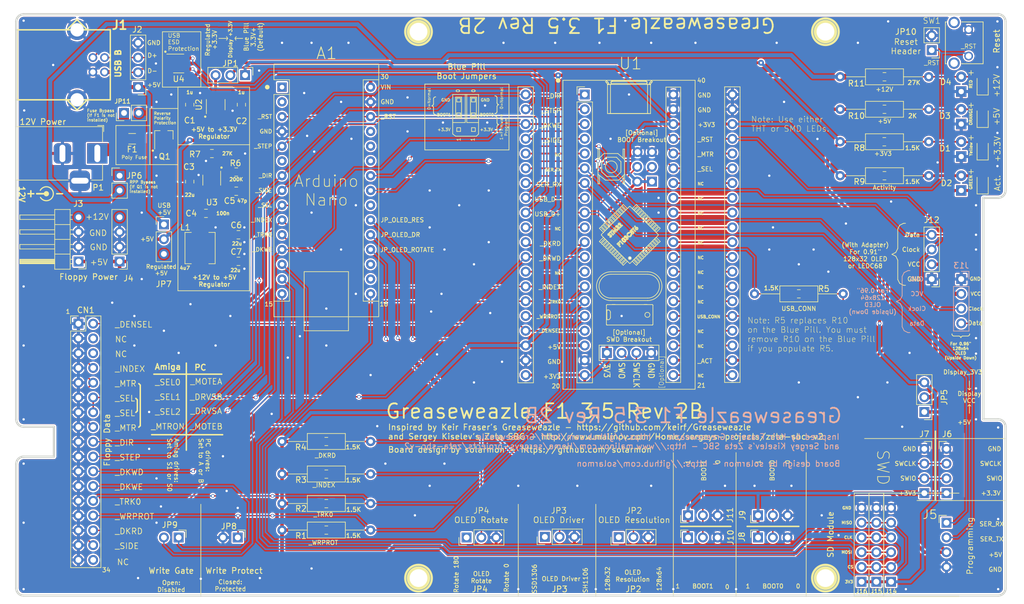
<source format=kicad_pcb>
(kicad_pcb (version 20171130) (host pcbnew "(5.1.9)-1")
  (title_block (title "Greaseweazle F1 3.5 Rev 2B") (date 2021-01-29) (rev 2B) (company solarmon))
  (layers (0 F.Cu signal) (31 B.Cu signal) (34 B.Paste user) (35 F.Paste user) (36 B.SilkS user) (37 F.SilkS user) (38 B.Mask user) (39 F.Mask user) (44 Edge.Cuts user))
  (net 0 "")
  (net 1 GND)
  (net 2 +12V)
  (net 3 /USB_D+)
  (net 4 /USB_D-)
  (net 5 +5V)
  (net 6 "Net-(CN1-Pad34)")
  (net 7 /_SIDE)
  (net 8 /_DKRD)
  (net 9 /_WRPROT)
  (net 10 /_TRK0)
  (net 11 /_DKWE)
  (net 12 /_DKWD)
  (net 13 /_STEP)
  (net 14 /_DIR)
  (net 15 /_MTR)
  (net 16 /_SEL)
  (net 17 /_INDEX)
  (net 18 "Net-(CN1-Pad6)")
  (net 19 "Net-(CN1-Pad4)")
  (net 20 /_DENSEL)
  (net 21 "Net-(D1-Pad2)")
  (net 22 "Net-(D2-Pad2)")
  (net 23 /_ACT)
  (net 24 /SER_TX)
  (net 25 /SER_RX)
  (net 26 /USB_CONN)
  (net 27 +3V3)
  (net 28 /_RST)
  (net 29 /SWD_SWIO)
  (net 30 /SWD_SWCLK)
  (net 31 "Net-(BP1-Pad13)")
  (net 32 "Net-(BP1-Pad10)")
  (net 33 "Net-(BP1-Pad5)")
  (net 34 "Net-(BP2-Pad14)")
  (net 35 "Net-(BP2-Pad13)")
  (net 36 "Net-(BP2-Pad12)")
  (net 37 "Net-(BP2-Pad11)")
  (net 38 "Net-(BP2-Pad10)")
  (net 39 "Net-(BP2-Pad9)")
  (net 40 "Net-(BP2-Pad8)")
  (net 41 "Net-(BP2-Pad7)")
  (net 42 "Net-(BP2-Pad6)")
  (net 43 "Net-(BP2-Pad4)")
  (net 44 "Net-(BP2-Pad3)")
  (net 45 "Net-(BP2-Pad1)")
  (net 46 /BOOT0)
  (net 47 /BOOT1)
  (net 48 "Net-(D3-Pad2)")
  (net 49 "Net-(D4-Pad2)")
  (net 50 "Net-(A1-Pad27)")
  (net 51 "Net-(A1-Pad26)")
  (net 52 "Net-(A1-Pad25)")
  (net 53 "Net-(A1-Pad22)")
  (net 54 "Net-(A1-Pad6)")
  (net 55 "Net-(A1-Pad18)")
  (net 56 "Net-(A1-Pad2)")
  (net 57 "Net-(A1-Pad17)")
  (net 58 "Net-(A1-Pad1)")
  (net 59 "Net-(U2-Pad4)")
  (net 60 /Display_Data)
  (net 61 /JP_OLED_RES)
  (net 62 /JP_OLED_DR)
  (net 63 /Display_3V3)
  (net 64 "Net-(JP2-Pad1)")
  (net 65 "Net-(JP3-Pad1)")
  (net 66 "Net-(JP4-Pad1)")
  (net 67 /Display_Clock)
  (net 68 /Display_VCC)
  (net 69 /3V3_REG)
  (net 70 /12V_IN)
  (net 71 /BS)
  (net 72 /LX)
  (net 73 /FB)
  (net 74 /5V_REG)
  (net 75 /JP_OLED_ROTATE)
  (net 76 /SD_CLK)
  (net 77 /SD_MISO)
  (net 78 /SD_MOSI)
  (net 79 /SC_CS)
  (net 80 /USB_CONN_D-)
  (net 81 /USB_CONN_D+)
  (net 82 "Net-(CN1-Pad24)")
  (net 83 /12V_JACK)
  (net 84 /5V_USB)
  (module Kicad-STM32-master:YAAJ_BluePill_SWD_1_BootPins (layer F.Cu) (at 148.59 64.77)
    (fp_text reference U1 (at 7.874 -5.334) (layer F.SilkS) (effects (font (size 2 2))))
    (fp_text value "Blue Pill" hide)
    (fp_text user 3V3 (at 3.81 47.498 270 unlocked) (layer F.SilkS) (effects (font (size 1 0.9))))
    (fp_text user SWO (at 6.35 47.498 270 unlocked) (layer F.SilkS) (effects (font (size 1 0.9))))
    (fp_text user SWCLK (at 8.89 48.26 270 unlocked) (layer F.SilkS) (effects (font (size 1 0.9))))
    (fp_text user GND (at 11.43 47.498 270 unlocked) (layer F.SilkS) (effects (font (size 1 0.9))))
    (pad 41 thru_hole rect (at 3.81 44.45) (size 1.7 1.7) (drill 1) (layers *.Cu *.Mask) (net 27 +3V3))
    (pad 42 thru_hole circle (at 6.35 44.45) (size 1.7 1.7) (drill 1) (layers *.Cu *.Mask) (net 29 /SWD_SWIO))
    (pad 43 thru_hole circle (at 8.89 44.45) (size 1.7 1.7) (drill 1) (layers *.Cu *.Mask) (net 30 /SWD_SWCLK))
    (pad 44 thru_hole circle (at 11.43 44.45) (size 1.7 1.7) (drill 1) (layers *.Cu *.Mask) (net 1 GND))
    (pad 40 thru_hole circle (at 15.24 0) (size 1.7 1.7) (drill 1) (layers *.Cu *.Mask) (net 1 GND))
    (pad 1 thru_hole rect (at 0 0) (size 1.7 1.7) (drill 1) (layers *.Cu *.Mask) (net 14 /_DIR))
    (pad 39 thru_hole circle (at 15.24 2.54) (size 1.7 1.7) (drill 1) (layers *.Cu *.Mask) (net 1 GND))
    (pad 2 thru_hole circle (at 0 2.54) (size 1.7 1.7) (drill 1) (layers *.Cu *.Mask) (net 13 /_STEP))
    (pad 38 thru_hole circle (at 15.24 5.08) (size 1.7 1.7) (drill 1) (layers *.Cu *.Mask) (net 27 +3V3))
    (pad 3 thru_hole circle (at 0 5.08) (size 1.7 1.7) (drill 1) (layers *.Cu *.Mask) (net 11 /_DKWE))
    (pad 37 thru_hole circle (at 15.24 7.62) (size 1.7 1.7) (drill 1) (layers *.Cu *.Mask) (net 28 /_RST))
    (pad 4 thru_hole circle (at 0 7.62) (size 1.7 1.7) (drill 1) (layers *.Cu *.Mask) (net 7 /_SIDE))
    (pad 36 thru_hole circle (at 15.24 10.16) (size 1.7 1.7) (drill 1) (layers *.Cu *.Mask) (net 15 /_MTR))
    (pad 5 thru_hole circle (at 0 10.16) (size 1.7 1.7) (drill 1) (layers *.Cu *.Mask) (net 33 "Net-(BP1-Pad5)"))
    (pad 35 thru_hole circle (at 15.24 12.7) (size 1.7 1.7) (drill 1) (layers *.Cu *.Mask) (net 16 /_SEL))
    (pad 6 thru_hole circle (at 0 12.7) (size 1.7 1.7) (drill 1) (layers *.Cu *.Mask) (net 24 /SER_TX))
    (pad 34 thru_hole circle (at 15.24 15.24) (size 1.7 1.7) (drill 1) (layers *.Cu *.Mask) (net 34 "Net-(BP2-Pad14)"))
    (pad 7 thru_hole circle (at 0 15.24) (size 1.7 1.7) (drill 1) (layers *.Cu *.Mask) (net 25 /SER_RX))
    (pad 33 thru_hole circle (at 15.24 17.78) (size 1.7 1.7) (drill 1) (layers *.Cu *.Mask) (net 35 "Net-(BP2-Pad13)"))
    (pad 8 thru_hole circle (at 0 17.78) (size 1.7 1.7) (drill 1) (layers *.Cu *.Mask) (net 4 /USB_D-))
    (pad 32 thru_hole circle (at 15.24 20.32) (size 1.7 1.7) (drill 1) (layers *.Cu *.Mask) (net 36 "Net-(BP2-Pad12)"))
    (pad 9 thru_hole circle (at 0 20.32) (size 1.7 1.7) (drill 1) (layers *.Cu *.Mask) (net 3 /USB_D+))
    (pad 31 thru_hole circle (at 15.24 22.86) (size 1.7 1.7) (drill 1) (layers *.Cu *.Mask) (net 37 "Net-(BP2-Pad11)"))
    (pad 10 thru_hole circle (at 0 22.86) (size 1.7 1.7) (drill 1) (layers *.Cu *.Mask) (net 32 "Net-(BP1-Pad10)"))
    (pad 30 thru_hole circle (at 15.24 25.4) (size 1.7 1.7) (drill 1) (layers *.Cu *.Mask) (net 38 "Net-(BP2-Pad10)"))
    (pad 11 thru_hole circle (at 0 25.4) (size 1.7 1.7) (drill 1) (layers *.Cu *.Mask) (net 8 /_DKRD))
    (pad 29 thru_hole circle (at 15.24 27.94) (size 1.7 1.7) (drill 1) (layers *.Cu *.Mask) (net 39 "Net-(BP2-Pad9)"))
    (pad 12 thru_hole circle (at 0 27.94) (size 1.7 1.7) (drill 1) (layers *.Cu *.Mask) (net 12 /_DKWD))
    (pad 28 thru_hole circle (at 15.24 30.48) (size 1.7 1.7) (drill 1) (layers *.Cu *.Mask) (net 40 "Net-(BP2-Pad8)"))
    (pad 13 thru_hole circle (at 0 30.48) (size 1.7 1.7) (drill 1) (layers *.Cu *.Mask) (net 31 "Net-(BP1-Pad13)"))
    (pad 27 thru_hole circle (at 15.24 33.02) (size 1.7 1.7) (drill 1) (layers *.Cu *.Mask) (net 41 "Net-(BP2-Pad7)"))
    (pad 14 thru_hole circle (at 0 33.02) (size 1.7 1.7) (drill 1) (layers *.Cu *.Mask) (net 17 /_INDEX))
    (pad 26 thru_hole circle (at 15.24 35.56) (size 1.7 1.7) (drill 1) (layers *.Cu *.Mask) (net 42 "Net-(BP2-Pad6)"))
    (pad 15 thru_hole circle (at 0 35.56) (size 1.7 1.7) (drill 1) (layers *.Cu *.Mask) (net 10 /_TRK0))
    (pad 25 thru_hole circle (at 15.24 38.1) (size 1.7 1.7) (drill 1) (layers *.Cu *.Mask) (net 26 /USB_CONN))
    (pad 16 thru_hole circle (at 0 38.1) (size 1.7 1.7) (drill 1) (layers *.Cu *.Mask) (net 9 /_WRPROT))
    (pad 24 thru_hole circle (at 15.24 40.64) (size 1.7 1.7) (drill 1) (layers *.Cu *.Mask) (net 43 "Net-(BP2-Pad4)"))
    (pad 17 thru_hole circle (at 0 40.64) (size 1.7 1.7) (drill 1) (layers *.Cu *.Mask) (net 20 /_DENSEL))
    (pad 23 thru_hole circle (at 15.24 43.18) (size 1.7 1.7) (drill 1) (layers *.Cu *.Mask) (net 44 "Net-(BP2-Pad3)"))
    (pad 18 thru_hole circle (at 0 43.18) (size 1.7 1.7) (drill 1) (layers *.Cu *.Mask) (net 5 +5V))
    (pad 22 thru_hole circle (at 15.24 45.72) (size 1.7 1.7) (drill 1) (layers *.Cu *.Mask) (net 23 /_ACT))
    (pad 19 thru_hole circle (at 0 45.72) (size 1.7 1.7) (drill 1) (layers *.Cu *.Mask) (net 1 GND))
    (pad 21 thru_hole circle (at 15.24 48.26) (size 1.7 1.7) (drill 1) (layers *.Cu *.Mask) (net 45 "Net-(BP2-Pad1)"))
    (pad 20 thru_hole circle (at 0 48.26) (size 1.7 1.7) (drill 1) (layers *.Cu *.Mask) (net 27 +3V3))
    (pad 46 thru_hole circle (at 11.5697 12.446) (size 1.7 1.7) (drill 1) (layers *.Cu *.Mask) (net 46 /BOOT0))
    (pad 47 thru_hole circle (at 11.5697 9.906) (size 1.7 1.7) (drill 1) (layers *.Cu *.Mask) (net 1 GND))
    (pad 45 thru_hole rect (at 11.5697 14.986) (size 1.7 1.7) (drill 1) (layers *.Cu *.Mask) (net 27 +3V3))
    (pad 50 thru_hole circle (at 9.0932 9.906) (size 1.7 1.7) (drill 1) (layers *.Cu *.Mask) (net 1 GND))
    (pad 49 thru_hole circle (at 9.0297 12.446) (size 1.7 1.7) (drill 1) (layers *.Cu *.Mask) (net 47 /BOOT1))
    (pad 48 thru_hole circle (at 9.0297 14.986) (size 1.7 1.7) (drill 1) (layers *.Cu *.Mask) (net 27 +3V3))
  )
  (module solarmon_library:SD_Micro_Module_Upside_Down (layer F.Cu) (at 196.215 148.59)
    (fp_text reference J16 (at 0 1.651) (layer F.SilkS) (effects (font (size 0.75 0.75))))
    (fp_text value "SD Module")
    (pad 6 thru_hole circle (at 0 -12.7) (size 1.7 1.7) (drill 1) (layers *.Cu *.Mask) (net 1 GND))
    (pad 5 thru_hole circle (at 0 -10.16) (size 1.7 1.7) (drill 1) (layers *.Cu *.Mask) (net 77 /SD_MISO))
    (pad 4 thru_hole circle (at 0 -7.62) (size 1.7 1.7) (drill 1) (layers *.Cu *.Mask) (net 76 /SD_CLK))
    (pad 3 thru_hole circle (at 0 -5.08) (size 1.7 1.7) (drill 1) (layers *.Cu *.Mask) (net 78 /SD_MOSI))
    (pad 2 thru_hole circle (at 0 -2.54) (size 1.7 1.7) (drill 1) (layers *.Cu *.Mask) (net 79 /SC_CS))
    (pad 1 thru_hole rect (at 0 0) (size 1.7 1.7) (drill 1) (layers *.Cu *.Mask) (net 63 /Display_3V3))
  )
  (module solarmon_library:SD_Micro_Module_Upside_Down (layer F.Cu) (at 198.755 148.59)
    (fp_text reference J15 (at 0 1.651) (layer F.SilkS) (effects (font (size 0.75 0.75))))
    (fp_text value "SD Module")
    (pad 6 thru_hole circle (at 0 -12.7) (size 1.7 1.7) (drill 1) (layers *.Cu *.Mask) (net 1 GND))
    (pad 5 thru_hole circle (at 0 -10.16) (size 1.7 1.7) (drill 1) (layers *.Cu *.Mask) (net 77 /SD_MISO))
    (pad 4 thru_hole circle (at 0 -7.62) (size 1.7 1.7) (drill 1) (layers *.Cu *.Mask) (net 76 /SD_CLK))
    (pad 3 thru_hole circle (at 0 -5.08) (size 1.7 1.7) (drill 1) (layers *.Cu *.Mask) (net 78 /SD_MOSI))
    (pad 2 thru_hole circle (at 0 -2.54) (size 1.7 1.7) (drill 1) (layers *.Cu *.Mask) (net 79 /SC_CS))
    (pad 1 thru_hole rect (at 0 0) (size 1.7 1.7) (drill 1) (layers *.Cu *.Mask) (net 63 /Display_3V3))
  )
  (module Package_TO_SOT_SMD:SOT-23-5_HandSoldering (layer F.Cu) (at 85.110001 66.5226 90)
    (fp_text reference U2 (at 0 -2.9 90) (layer F.SilkS))
    (fp_text value AP2112K-3.3)
    (pad 5 smd rect (at 1.35 -0.95 90) (size 1.56 0.65) (layers F.Cu F.Paste F.Mask) (net 69 /3V3_REG))
    (pad 4 smd rect (at 1.35 0.95 90) (size 1.56 0.65) (layers F.Cu F.Paste F.Mask) (net 59 "Net-(U2-Pad4)"))
    (pad 3 smd rect (at -1.35 0.95 90) (size 1.56 0.65) (layers F.Cu F.Paste F.Mask) (net 5 +5V))
    (pad 2 smd rect (at -1.35 0 90) (size 1.56 0.65) (layers F.Cu F.Paste F.Mask) (net 1 GND))
    (pad 1 smd rect (at -1.35 -0.95 90) (size 1.56 0.65) (layers F.Cu F.Paste F.Mask) (net 5 +5V))
  )
  (module Package_TO_SOT_SMD:SOT-23-6_Handsoldering (layer F.Cu) (at 78.74 59.436)
    (fp_text reference U4 (at 0 2.667) (layer F.SilkS))
    (fp_text value USBLC6-2SC6)
    (pad 5 smd rect (at 1.35 0) (size 1.56 0.65) (layers F.Cu F.Paste F.Mask) (net 84 /5V_USB))
    (pad 6 smd rect (at 1.35 -0.95) (size 1.56 0.65) (layers F.Cu F.Paste F.Mask) (net 3 /USB_D+))
    (pad 4 smd rect (at 1.35 0.95) (size 1.56 0.65) (layers F.Cu F.Paste F.Mask) (net 4 /USB_D-))
    (pad 3 smd rect (at -1.35 0.95) (size 1.56 0.65) (layers F.Cu F.Paste F.Mask) (net 80 /USB_CONN_D-))
    (pad 2 smd rect (at -1.35 0) (size 1.56 0.65) (layers F.Cu F.Paste F.Mask) (net 1 GND))
    (pad 1 smd rect (at -1.35 -0.95) (size 1.56 0.65) (layers F.Cu F.Paste F.Mask) (net 81 /USB_CONN_D+))
  )
  (module Package_TO_SOT_SMD:TSOT-23-6_HandSoldering (layer F.Cu) (at 84.455 79.502 270)
    (fp_text reference U3 (at 3.81 0 180) (layer F.SilkS))
    (fp_text value SY8105)
    (pad 6 smd rect (at 1.71 -0.95 270) (size 2 0.65) (layers F.Cu F.Paste F.Mask) (net 71 /BS))
    (pad 5 smd rect (at 1.71 0 270) (size 2 0.65) (layers F.Cu F.Paste F.Mask) (net 72 /LX))
    (pad 4 smd rect (at 1.71 0.95 270) (size 2 0.65) (layers F.Cu F.Paste F.Mask) (net 70 /12V_IN))
    (pad 3 smd rect (at -1.71 0.95 270) (size 2 0.65) (layers F.Cu F.Paste F.Mask) (net 1 GND))
    (pad 2 smd rect (at -1.71 0 270) (size 2 0.65) (layers F.Cu F.Paste F.Mask) (net 70 /12V_IN))
    (pad 1 smd rect (at -1.71 -0.95 270) (size 2 0.65) (layers F.Cu F.Paste F.Mask) (net 73 /FB))
  )
  (module Package_TO_SOT_SMD:SOT-23_Handsoldering (layer F.Cu) (at 76.2 71.755 90)
    (fp_text reference Q1 (at -3.683 0.127 180) (layer F.SilkS))
    (fp_text value AO3401A)
    (pad 3 smd rect (at 1.5 0 90) (size 1.9 0.8) (layers F.Cu F.Paste F.Mask) (net 2 +12V))
    (pad 2 smd rect (at -1.5 0.95 90) (size 1.9 0.8) (layers F.Cu F.Paste F.Mask) (net 70 /12V_IN))
    (pad 1 smd rect (at -1.5 -0.95 90) (size 1.9 0.8) (layers F.Cu F.Paste F.Mask) (net 1 GND))
  )
  (module Fuse:Fuse_1206_3216Metric_Pad1.42x1.75mm_HandSolder (layer F.Cu) (at 70.739 72.39 180)
    (fp_text reference F1 (at 0 -1.82) (layer F.SilkS))
    (fp_text value 1.5A)
    (pad 2 smd roundrect (at 1.4875 0 180) (size 1.425 1.75) (layers F.Cu F.Paste F.Mask) (roundrect_rratio 0.1754385964912281) (net 83 /12V_JACK))
    (pad 1 smd roundrect (at -1.4875 0 180) (size 1.425 1.75) (layers F.Cu F.Paste F.Mask) (roundrect_rratio 0.1754385964912281) (net 2 +12V))
  )
  (module Connector_PinHeader_2.54mm:PinHeader_1x02_P2.54mm_Vertical (layer F.Cu) (at 69.342 67.945 90)
    (fp_text reference JP11 (at 2.0066 -0.254 180) (layer F.SilkS) (effects (font (size 0.75 0.75))))
    (fp_text value "Fuse Bypass")
    (pad 2 thru_hole oval (at 0 2.54 90) (size 1.7 1.7) (drill 1) (layers *.Cu *.Mask) (net 2 +12V))
    (pad 1 thru_hole rect (at 0 0 90) (size 1.7 1.7) (drill 1) (layers *.Cu *.Mask) (net 83 /12V_JACK))
  )
  (module solarmon_library:HOLE_3MM (layer F.Cu) (at 189.99962 147.96516)
    (fp_text reference HOLE1 hide)
    (fp_text value MountingHole_Pad hide)
    (pad 1 thru_hole circle (at 0 0) (size 4.064 4.064) (drill 3.048) (layers *.Cu *.Mask F.SilkS) (net 1 GND) (clearance 1))
  )
  (module solarmon_library:HOLE_3MM (layer F.Cu) (at 119.99976 53.96484)
    (fp_text reference HOLE4 hide)
    (fp_text value MountingHole_Pad hide)
    (pad 1 thru_hole circle (at 0 0) (size 4.064 4.064) (drill 3.048) (layers *.Cu *.Mask F.SilkS) (net 1 GND) (clearance 1))
  )
  (module solarmon_library:HOLE_3MM (layer F.Cu) (at 119.99976 147.96516)
    (fp_text reference HOLE3 hide)
    (fp_text value MountingHole_Pad hide)
    (pad 1 thru_hole circle (at 0 0) (size 4.064 4.064) (drill 3.048) (layers *.Cu *.Mask F.SilkS) (net 1 GND) (clearance 1))
  )
  (module solarmon_library:HOLE_3MM (layer F.Cu) (at 189.99962 53.96484)
    (fp_text reference HOLE2 hide)
    (fp_text value MountingHole_Pad hide)
    (pad 1 thru_hole circle (at 0 0) (size 4.064 4.064) (drill 3.048) (layers *.Cu *.Mask F.SilkS) (net 1 GND) (clearance 1))
  )
  (module Connector_PinHeader_2.54mm:PinHeader_1x02_P2.54mm_Vertical (layer F.Cu) (at 208.28 57.15 180)
    (fp_text reference JP10 (at 4.445 3.175) (layer F.SilkS))
    (fp_text value "Reset Header")
    (pad 2 thru_hole oval (at 0 2.54 180) (size 1.7 1.7) (drill 1) (layers *.Cu *.Mask) (net 1 GND))
    (pad 1 thru_hole rect (at 0 0 180) (size 1.7 1.7) (drill 1) (layers *.Cu *.Mask) (net 28 /_RST))
  )
  (module Connector_PinHeader_2.54mm:PinHeader_1x02_P2.54mm_Horizontal (layer F.Cu) (at 88.9 140.97 270)
    (fp_text reference JP8 (at -1.905 1.524 180) (layer F.SilkS))
    (fp_text value "Write Protect" (at 5.715 0.635) (layer F.SilkS))
    (pad 2 thru_hole oval (at 0 2.54 270) (size 1.7 1.7) (drill 1) (layers *.Cu *.Mask) (net 1 GND))
    (pad 1 thru_hole rect (at 0 0 270) (size 1.7 1.7) (drill 1) (layers *.Cu *.Mask) (net 9 /_WRPROT))
  )
  (module Connector_PinHeader_2.54mm:PinHeader_1x02_P2.54mm_Horizontal (layer F.Cu) (at 78.74 140.97 270)
    (fp_text reference JP9 (at -2.159 1.524 180) (layer F.SilkS))
    (fp_text value "Write Gate" (at 5.715 1.27) (layer F.SilkS))
    (pad 2 thru_hole oval (at 0 2.54 270) (size 1.7 1.7) (drill 1) (layers *.Cu *.Mask) (net 11 /_DKWE))
    (pad 1 thru_hole rect (at 0 0 270) (size 1.7 1.7) (drill 1) (layers *.Cu *.Mask) (net 82 "Net-(CN1-Pad24)"))
  )
  (module solarmon_library:SD_Micro_Module_Upside_Down (layer F.Cu) (at 201.295 148.59)
    (fp_text reference J14 (at 0 1.651) (layer F.SilkS) (effects (font (size 0.75 0.75))))
    (fp_text value "SD Module" (at -10.414 -8.128 90) (layer F.SilkS))
    (pad 6 thru_hole circle (at 0 -12.7) (size 1.7 1.7) (drill 1) (layers *.Cu *.Mask) (net 1 GND))
    (pad 5 thru_hole circle (at 0 -10.16) (size 1.7 1.7) (drill 1) (layers *.Cu *.Mask) (net 77 /SD_MISO))
    (pad 4 thru_hole circle (at 0 -7.62) (size 1.7 1.7) (drill 1) (layers *.Cu *.Mask) (net 76 /SD_CLK))
    (pad 3 thru_hole circle (at 0 -5.08) (size 1.7 1.7) (drill 1) (layers *.Cu *.Mask) (net 78 /SD_MOSI))
    (pad 2 thru_hole circle (at 0 -2.54) (size 1.7 1.7) (drill 1) (layers *.Cu *.Mask) (net 79 /SC_CS))
    (pad 1 thru_hole rect (at 0 0) (size 1.7 1.7) (drill 1) (layers *.Cu *.Mask) (net 63 /Display_3V3))
  )
  (module Connector_PinHeader_2.54mm:PinHeader_1x04_P2.54mm_Vertical (layer F.Cu) (at 68.58 93.4974 180)
    (fp_text reference J4 (at -1.524 -2.8956) (layer F.SilkS))
    (fp_text value "Floppy Power Header")
    (pad 4 thru_hole oval (at 0 7.62 180) (size 1.7 1.7) (drill 1) (layers *.Cu *.Mask) (net 70 /12V_IN))
    (pad 3 thru_hole oval (at 0 5.08 180) (size 1.7 1.7) (drill 1) (layers *.Cu *.Mask) (net 1 GND))
    (pad 2 thru_hole oval (at 0 2.54 180) (size 1.7 1.7) (drill 1) (layers *.Cu *.Mask) (net 1 GND))
    (pad 1 thru_hole rect (at 0 0 180) (size 1.7 1.7) (drill 1) (layers *.Cu *.Mask) (net 5 +5V))
  )
  (module Connector_PinHeader_2.54mm:PinHeader_1x04_P2.54mm_Vertical (layer F.Cu) (at 71.755 63.5 180)
    (fp_text reference J2 (at 0.127 9.906 180) (layer F.SilkS))
    (fp_text value "USB Header" hide)
    (pad 4 thru_hole oval (at 0 7.62 180) (size 1.7 1.7) (drill 1) (layers *.Cu *.Mask) (net 1 GND))
    (pad 3 thru_hole oval (at 0 5.08 180) (size 1.7 1.7) (drill 1) (layers *.Cu *.Mask) (net 81 /USB_CONN_D+))
    (pad 2 thru_hole oval (at 0 2.54 180) (size 1.7 1.7) (drill 1) (layers *.Cu *.Mask) (net 80 /USB_CONN_D-))
    (pad 1 thru_hole rect (at 0 0 180) (size 1.7 1.7) (drill 1) (layers *.Cu *.Mask) (net 84 /5V_USB))
  )
  (module Module:Arduino_Nano (layer F.Cu) (at 96.52 63.5)
    (fp_text reference A1 (at 7.6708 -5.8166) (layer F.SilkS) (effects (font (size 2 2))))
    (fp_text value Arduino_Nano_v3.x)
    (pad 16 thru_hole oval (at 15.24 35.56) (size 1.6 1.6) (drill 0.8) (layers *.Cu *.Mask) (net 76 /SD_CLK))
    (pad 15 thru_hole oval (at 0 35.56) (size 1.6 1.6) (drill 0.8) (layers *.Cu *.Mask) (net 77 /SD_MISO))
    (pad 30 thru_hole oval (at 15.24 0) (size 1.6 1.6) (drill 0.8) (layers *.Cu *.Mask) (net 5 +5V))
    (pad 14 thru_hole oval (at 0 33.02) (size 1.6 1.6) (drill 0.8) (layers *.Cu *.Mask) (net 78 /SD_MOSI))
    (pad 29 thru_hole oval (at 15.24 2.54) (size 1.6 1.6) (drill 0.8) (layers *.Cu *.Mask) (net 1 GND))
    (pad 13 thru_hole oval (at 0 30.48) (size 1.6 1.6) (drill 0.8) (layers *.Cu *.Mask) (net 79 /SC_CS))
    (pad 28 thru_hole oval (at 15.24 5.08) (size 1.6 1.6) (drill 0.8) (layers *.Cu *.Mask) (net 28 /_RST))
    (pad 12 thru_hole oval (at 0 27.94) (size 1.6 1.6) (drill 0.8) (layers *.Cu *.Mask) (net 11 /_DKWE))
    (pad 27 thru_hole oval (at 15.24 7.62) (size 1.6 1.6) (drill 0.8) (layers *.Cu *.Mask) (net 50 "Net-(A1-Pad27)"))
    (pad 11 thru_hole oval (at 0 25.4) (size 1.6 1.6) (drill 0.8) (layers *.Cu *.Mask) (net 10 /_TRK0))
    (pad 26 thru_hole oval (at 15.24 10.16) (size 1.6 1.6) (drill 0.8) (layers *.Cu *.Mask) (net 51 "Net-(A1-Pad26)"))
    (pad 10 thru_hole oval (at 0 22.86) (size 1.6 1.6) (drill 0.8) (layers *.Cu *.Mask) (net 17 /_INDEX))
    (pad 25 thru_hole oval (at 15.24 12.7) (size 1.6 1.6) (drill 0.8) (layers *.Cu *.Mask) (net 52 "Net-(A1-Pad25)"))
    (pad 9 thru_hole oval (at 0 20.32) (size 1.6 1.6) (drill 0.8) (layers *.Cu *.Mask) (net 16 /_SEL))
    (pad 24 thru_hole oval (at 15.24 15.24) (size 1.6 1.6) (drill 0.8) (layers *.Cu *.Mask) (net 67 /Display_Clock))
    (pad 8 thru_hole oval (at 0 17.78) (size 1.6 1.6) (drill 0.8) (layers *.Cu *.Mask) (net 7 /_SIDE))
    (pad 23 thru_hole oval (at 15.24 17.78) (size 1.6 1.6) (drill 0.8) (layers *.Cu *.Mask) (net 60 /Display_Data))
    (pad 7 thru_hole oval (at 0 15.24) (size 1.6 1.6) (drill 0.8) (layers *.Cu *.Mask) (net 14 /_DIR))
    (pad 22 thru_hole oval (at 15.24 20.32) (size 1.6 1.6) (drill 0.8) (layers *.Cu *.Mask) (net 53 "Net-(A1-Pad22)"))
    (pad 6 thru_hole oval (at 0 12.7) (size 1.6 1.6) (drill 0.8) (layers *.Cu *.Mask) (net 54 "Net-(A1-Pad6)"))
    (pad 21 thru_hole oval (at 15.24 22.86) (size 1.6 1.6) (drill 0.8) (layers *.Cu *.Mask) (net 61 /JP_OLED_RES))
    (pad 5 thru_hole oval (at 0 10.16) (size 1.6 1.6) (drill 0.8) (layers *.Cu *.Mask) (net 13 /_STEP))
    (pad 20 thru_hole oval (at 15.24 25.4) (size 1.6 1.6) (drill 0.8) (layers *.Cu *.Mask) (net 62 /JP_OLED_DR))
    (pad 4 thru_hole oval (at 0 7.62) (size 1.6 1.6) (drill 0.8) (layers *.Cu *.Mask) (net 1 GND))
    (pad 19 thru_hole oval (at 15.24 27.94) (size 1.6 1.6) (drill 0.8) (layers *.Cu *.Mask) (net 75 /JP_OLED_ROTATE))
    (pad 3 thru_hole oval (at 0 5.08) (size 1.6 1.6) (drill 0.8) (layers *.Cu *.Mask) (net 28 /_RST))
    (pad 18 thru_hole oval (at 15.24 30.48) (size 1.6 1.6) (drill 0.8) (layers *.Cu *.Mask) (net 55 "Net-(A1-Pad18)"))
    (pad 2 thru_hole oval (at 0 2.54) (size 1.6 1.6) (drill 0.8) (layers *.Cu *.Mask) (net 56 "Net-(A1-Pad2)"))
    (pad 17 thru_hole oval (at 15.24 33.02) (size 1.6 1.6) (drill 0.8) (layers *.Cu *.Mask) (net 57 "Net-(A1-Pad17)"))
    (pad 1 thru_hole rect (at 0 0) (size 1.6 1.6) (drill 0.8) (layers *.Cu *.Mask) (net 58 "Net-(A1-Pad1)"))
  )
  (module solarmon_library:MWSA0503S (layer F.Cu) (at 82.423 91.186 90)
    (fp_text reference L1 (at 3.556 -2.54 180) (layer F.SilkS))
    (fp_text value 4u7 (at -3.429 -2.667 180) (layer F.SilkS) (effects (font (size 0.6 0.6) (thickness 0.15) italic)))
    (pad 2 smd rect (at -2.3 0 90) (size 1.9 2.5) (layers F.Cu F.Paste F.Mask) (net 74 /5V_REG))
    (pad 1 smd rect (at 2.3 0 90) (size 1.9 2.5) (layers F.Cu F.Paste F.Mask) (net 72 /LX))
  )
  (module Resistor_SMD:R_0805_2012Metric_Pad1.15x1.40mm_HandSolder (layer F.Cu) (at 84.455 74.93 180)
    (fp_text reference R7 (at 2.921 -0.127) (layer F.SilkS))
    (fp_text value 27K (at -2.667 0) (layer F.SilkS) (effects (font (size 0.6 0.6))))
    (pad 2 smd roundrect (at 1.025 0 180) (size 1.15 1.4) (layers F.Cu F.Paste F.Mask) (roundrect_rratio 0.2173904347826087) (net 1 GND))
    (pad 1 smd roundrect (at -1.025 0 180) (size 1.15 1.4) (layers F.Cu F.Paste F.Mask) (roundrect_rratio 0.2173904347826087) (net 73 /FB))
  )
  (module Resistor_SMD:R_0805_2012Metric_Pad1.15x1.40mm_HandSolder (layer F.Cu) (at 88.646 78.105 180)
    (fp_text reference R6 (at 0.127 1.524) (layer F.SilkS))
    (fp_text value 200K (at 0 -1.27) (layer F.SilkS) (effects (font (size 0.6 0.6))))
    (pad 2 smd roundrect (at 1.025 0 180) (size 1.15 1.4) (layers F.Cu F.Paste F.Mask) (roundrect_rratio 0.2173904347826087) (net 73 /FB))
    (pad 1 smd roundrect (at -1.025 0 180) (size 1.15 1.4) (layers F.Cu F.Paste F.Mask) (roundrect_rratio 0.2173904347826087) (net 74 /5V_REG))
  )
  (module Connector_PinHeader_2.54mm:PinHeader_1x03_P2.54mm_Vertical (layer F.Cu) (at 76.2 87.122)
    (fp_text reference JP7 (at -0.0254 10.2616) (layer F.SilkS))
    (fp_text value "5V Jumper")
    (pad 3 thru_hole oval (at 0 5.08) (size 1.7 1.7) (drill 1) (layers *.Cu *.Mask) (net 74 /5V_REG))
    (pad 2 thru_hole oval (at 0 2.54) (size 1.7 1.7) (drill 1) (layers *.Cu *.Mask) (net 5 +5V))
    (pad 1 thru_hole rect (at 0 0) (size 1.7 1.7) (drill 1) (layers *.Cu *.Mask) (net 84 /5V_USB))
  )
  (module Connector_PinHeader_2.54mm:PinHeader_1x02_P2.54mm_Vertical (layer F.Cu) (at 68.58 78.74)
    (fp_text reference JP6 (at 2.54 0) (layer F.SilkS))
    (fp_text value "RPP Bypass")
    (pad 2 thru_hole oval (at 0 2.54) (size 1.7 1.7) (drill 1) (layers *.Cu *.Mask) (net 70 /12V_IN))
    (pad 1 thru_hole rect (at 0 0) (size 1.7 1.7) (drill 1) (layers *.Cu *.Mask) (net 2 +12V))
  )
  (module Capacitor_SMD:C_0805_2012Metric_Pad1.15x1.40mm_HandSolder (layer F.Cu) (at 89.027 93.472)
    (fp_text reference C7 (at -0.381 -1.651) (layer F.SilkS))
    (fp_text value 22u (at -0.508 1.524) (layer F.SilkS) (effects (font (size 0.6 0.6))))
    (pad 2 smd roundrect (at 1.025 0) (size 1.15 1.4) (layers F.Cu F.Paste F.Mask) (roundrect_rratio 0.2173904347826087) (net 1 GND))
    (pad 1 smd roundrect (at -1.025 0) (size 1.15 1.4) (layers F.Cu F.Paste F.Mask) (roundrect_rratio 0.2173904347826087) (net 74 /5V_REG))
  )
  (module Capacitor_SMD:C_0805_2012Metric_Pad1.15x1.40mm_HandSolder (layer F.Cu) (at 89.027 88.9)
    (fp_text reference C6 (at -0.381 -1.651) (layer F.SilkS))
    (fp_text value 22u (at -0.254 1.524) (layer F.SilkS) (effects (font (size 0.6 0.6))))
    (pad 2 smd roundrect (at 1.025 0) (size 1.15 1.4) (layers F.Cu F.Paste F.Mask) (roundrect_rratio 0.2173904347826087) (net 1 GND))
    (pad 1 smd roundrect (at -1.025 0) (size 1.15 1.4) (layers F.Cu F.Paste F.Mask) (roundrect_rratio 0.2173904347826087) (net 74 /5V_REG))
  )
  (module Capacitor_SMD:C_0805_2012Metric_Pad1.15x1.40mm_HandSolder (layer F.Cu) (at 88.646 81.407 180)
    (fp_text reference C5 (at 1.143 -1.65) (layer F.SilkS))
    (fp_text value 47p (at -1.016 -1.651) (layer F.SilkS) (effects (font (size 0.6 0.6))))
    (pad 2 smd roundrect (at 1.025 0 180) (size 1.15 1.4) (layers F.Cu F.Paste F.Mask) (roundrect_rratio 0.2173904347826087) (net 73 /FB))
    (pad 1 smd roundrect (at -1.025 0 180) (size 1.15 1.4) (layers F.Cu F.Paste F.Mask) (roundrect_rratio 0.2173904347826087) (net 74 /5V_REG))
  )
  (module Capacitor_SMD:C_0805_2012Metric_Pad1.15x1.40mm_HandSolder (layer F.Cu) (at 83.439 85.217)
    (fp_text reference C4 (at -2.54 0) (layer F.SilkS))
    (fp_text value 100n (at 2.921 0) (layer F.SilkS) (effects (font (size 0.6 0.6))))
    (pad 2 smd roundrect (at 1.025 0) (size 1.15 1.4) (layers F.Cu F.Paste F.Mask) (roundrect_rratio 0.2173904347826087) (net 71 /BS))
    (pad 1 smd roundrect (at -1.025 0) (size 1.15 1.4) (layers F.Cu F.Paste F.Mask) (roundrect_rratio 0.2173904347826087) (net 72 /LX))
  )
  (module Capacitor_SMD:C_0805_2012Metric_Pad1.15x1.40mm_HandSolder (layer F.Cu) (at 80.645 79.756 90)
    (fp_text reference C3 (at 2.54 -0.127 180) (layer F.SilkS))
    (fp_text value 22u (at -2.286 0 180) (layer F.SilkS) (effects (font (size 0.6 0.6))))
    (pad 2 smd roundrect (at 1.025 0 90) (size 1.15 1.4) (layers F.Cu F.Paste F.Mask) (roundrect_rratio 0.2173904347826087) (net 1 GND))
    (pad 1 smd roundrect (at -1.025 0 90) (size 1.15 1.4) (layers F.Cu F.Paste F.Mask) (roundrect_rratio 0.2173904347826087) (net 70 /12V_IN))
  )
  (module solarmon_library:Bumpon (layer F.Cu) (at 110.9726 57.023)
    (fp_text reference REF** hide)
    (fp_text value Bumpon)
  )
  (module solarmon_library:Bumpon (layer F.Cu) (at 200.66 57.023)
    (fp_text reference REF** hide)
    (fp_text value Bumpon)
  )
  (module solarmon_library:Bumpon (layer F.Cu) (at 193.675 139.065)
    (fp_text reference REF** hide)
    (fp_text value Bumpon)
  )
  (module solarmon_library:Bumpon (layer F.Cu) (at 111.506 144.78)
    (fp_text reference REF** hide)
    (fp_text value Bumpon)
  )
  (module w_conn_pc:conn_usb_B (layer F.Cu) (at 58.9788 59.6646 270)
    (fp_text reference J1 (at -6.8326 -9.6012) (layer F.SilkS) (effects (font (size 1.524 1.524) (thickness 0.3048))))
    (fp_text value "USB B" (at -0.2286 -9.3472 270) (layer F.SilkS) (effects (font (thickness 0.25))))
    (pad 5 thru_hole circle (at 6.0198 -2.286 270) (size 3.50012 3.50012) (drill 2.30124) (layers *.Cu *.Mask) (net 1 GND))
    (pad 5 thru_hole circle (at -6.0198 -2.286 270) (size 3.50012 3.50012) (drill 2.30124) (layers *.Cu *.Mask) (net 1 GND))
    (pad 2 thru_hole circle (at -1.2446 -7.0104 270) (size 1.50114 1.50114) (drill 0.94996) (layers *.Cu *.Mask) (net 80 /USB_CONN_D-))
    (pad 1 thru_hole circle (at 1.2446 -7.0104 270) (size 1.50114 1.50114) (drill 0.94996) (layers *.Cu *.Mask) (net 84 /5V_USB))
    (pad 4 thru_hole circle (at 1.2446 -5.0038 270) (size 1.50114 1.50114) (drill 0.94996) (layers *.Cu *.Mask) (net 1 GND))
    (pad 3 thru_hole circle (at -1.2446 -5.0038 270) (size 1.50114 1.50114) (drill 0.94996) (layers *.Cu *.Mask) (net 81 /USB_CONN_D+))
  )
  (module Connector_PinHeader_2.54mm:PinHeader_1x03_P2.54mm_Vertical (layer F.Cu) (at 207.01 119.38 180)
    (fp_text reference JP5 (at -3.429 2.54 90) (layer F.SilkS))
    (fp_text value "Display Voltage Jumper")
    (pad 3 thru_hole oval (at 0 5.08 180) (size 1.7 1.7) (drill 1) (layers *.Cu *.Mask) (net 63 /Display_3V3))
    (pad 2 thru_hole oval (at 0 2.54 180) (size 1.7 1.7) (drill 1) (layers *.Cu *.Mask) (net 68 /Display_VCC))
    (pad 1 thru_hole rect (at 0 0 180) (size 1.7 1.7) (drill 1) (layers *.Cu *.Mask) (net 5 +5V))
  )
  (module Connector_PinHeader_2.54mm:PinHeader_1x04_P2.54mm_Vertical (layer B.Cu) (at 213.36 96.52 180)
    (fp_text reference J13 (at 0 2.33) (layer B.SilkS) (effects (justify mirror)))
    (fp_text value "Display Port")
    (pad 4 thru_hole oval (at 0 -7.62 180) (size 1.7 1.7) (drill 1) (layers *.Cu *.Mask) (net 60 /Display_Data))
    (pad 3 thru_hole oval (at 0 -5.08 180) (size 1.7 1.7) (drill 1) (layers *.Cu *.Mask) (net 67 /Display_Clock))
    (pad 2 thru_hole oval (at 0 -2.54 180) (size 1.7 1.7) (drill 1) (layers *.Cu *.Mask) (net 68 /Display_VCC))
    (pad 1 thru_hole rect (at 0 0 180) (size 1.7 1.7) (drill 1) (layers *.Cu *.Mask) (net 1 GND))
  )
  (module Connector_PinHeader_2.54mm:PinHeader_1x03_P2.54mm_Vertical (layer F.Cu) (at 128.27 140.97 90)
    (fp_text reference JP4 (at -8.89 2.286 180) (layer F.SilkS))
    (fp_text value Jumper_3_Bridged12)
    (pad 3 thru_hole oval (at 0 5.08 90) (size 1.7 1.7) (drill 1) (layers *.Cu *.Mask) (net 1 GND))
    (pad 2 thru_hole oval (at 0 2.54 90) (size 1.7 1.7) (drill 1) (layers *.Cu *.Mask) (net 75 /JP_OLED_ROTATE))
    (pad 1 thru_hole rect (at 0 0 90) (size 1.7 1.7) (drill 1) (layers *.Cu *.Mask) (net 66 "Net-(JP4-Pad1)"))
  )
  (module Connector_PinHeader_2.54mm:PinHeader_1x03_P2.54mm_Vertical (layer F.Cu) (at 141.732 140.8592 90)
    (fp_text reference JP3 (at -9.0008 2.54 180) (layer F.SilkS))
    (fp_text value Jumper_3_Bridged12)
    (pad 3 thru_hole oval (at 0 5.08 90) (size 1.7 1.7) (drill 1) (layers *.Cu *.Mask) (net 1 GND))
    (pad 2 thru_hole oval (at 0 2.54 90) (size 1.7 1.7) (drill 1) (layers *.Cu *.Mask) (net 62 /JP_OLED_DR))
    (pad 1 thru_hole rect (at 0 0 90) (size 1.7 1.7) (drill 1) (layers *.Cu *.Mask) (net 65 "Net-(JP3-Pad1)"))
  )
  (module Connector_PinHeader_2.54mm:PinHeader_1x03_P2.54mm_Vertical (layer F.Cu) (at 154.432 140.9192 90)
    (fp_text reference JP2 (at -8.9408 2.54 180) (layer F.SilkS))
    (fp_text value Jumper_3_Bridged12)
    (pad 3 thru_hole oval (at 0 5.08 90) (size 1.7 1.7) (drill 1) (layers *.Cu *.Mask) (net 1 GND))
    (pad 2 thru_hole oval (at 0 2.54 90) (size 1.7 1.7) (drill 1) (layers *.Cu *.Mask) (net 61 /JP_OLED_RES))
    (pad 1 thru_hole rect (at 0 0 90) (size 1.7 1.7) (drill 1) (layers *.Cu *.Mask) (net 64 "Net-(JP2-Pad1)"))
  )
  (module Connector_PinHeader_2.54mm:PinHeader_1x03_P2.54mm_Vertical (layer F.Cu) (at 90.17 61.4426 270)
    (fp_text reference JP1 (at -2.0066 2.54 180) (layer F.SilkS))
    (fp_text value "+3.3V Jumper")
    (pad 3 thru_hole oval (at 0 5.08 270) (size 1.7 1.7) (drill 1) (layers *.Cu *.Mask) (net 69 /3V3_REG))
    (pad 2 thru_hole oval (at 0 2.54 270) (size 1.7 1.7) (drill 1) (layers *.Cu *.Mask) (net 63 /Display_3V3))
    (pad 1 thru_hole rect (at 0 0 270) (size 1.7 1.7) (drill 1) (layers *.Cu *.Mask) (net 27 +3V3))
  )
  (module Connector_PinHeader_2.54mm:PinHeader_1x04_P2.54mm_Vertical (layer F.Cu) (at 208.28 96.52 180)
    (fp_text reference J12 (at 0 10.16) (layer F.SilkS))
    (fp_text value "Display Port")
    (pad 4 thru_hole oval (at 0 7.62 180) (size 1.7 1.7) (drill 1) (layers *.Cu *.Mask) (net 60 /Display_Data))
    (pad 3 thru_hole oval (at 0 5.08 180) (size 1.7 1.7) (drill 1) (layers *.Cu *.Mask) (net 67 /Display_Clock))
    (pad 2 thru_hole oval (at 0 2.54 180) (size 1.7 1.7) (drill 1) (layers *.Cu *.Mask) (net 68 /Display_VCC))
    (pad 1 thru_hole rect (at 0 0 180) (size 1.7 1.7) (drill 1) (layers *.Cu *.Mask) (net 1 GND))
  )
  (module Connector_PinHeader_2.54mm:PinHeader_1x04_P2.54mm_Horizontal (layer F.Cu) (at 210.82 125.73)
    (fp_text reference J6 (at 0.1016 -2.54) (layer F.SilkS))
    (fp_text value "SWD Port")
    (pad 1 thru_hole rect (at 0 7.62) (size 1.7 1.7) (drill 1) (layers *.Cu *.Mask) (net 27 +3V3))
    (pad 2 thru_hole oval (at 0 5.08) (size 1.7 1.7) (drill 1) (layers *.Cu *.Mask) (net 29 /SWD_SWIO))
    (pad 3 thru_hole oval (at 0 2.54) (size 1.7 1.7) (drill 1) (layers *.Cu *.Mask) (net 30 /SWD_SWCLK))
    (pad 4 thru_hole circle (at 0 0) (size 1.7 1.7) (drill 1) (layers *.Cu *.Mask) (net 1 GND))
  )
  (module Connector_PinHeader_2.54mm:PinHeader_1x04_P2.54mm_Horizontal (layer F.Cu) (at 207.01 133.35 180)
    (fp_text reference J7 (at 0 10.16 180) (layer F.SilkS))
    (fp_text value "SWD Port")
    (pad 4 thru_hole circle (at 0 7.62 180) (size 1.7 1.7) (drill 1) (layers *.Cu *.Mask) (net 1 GND))
    (pad 3 thru_hole oval (at 0 5.08 180) (size 1.7 1.7) (drill 1) (layers *.Cu *.Mask) (net 30 /SWD_SWCLK))
    (pad 2 thru_hole oval (at 0 2.54 180) (size 1.7 1.7) (drill 1) (layers *.Cu *.Mask) (net 29 /SWD_SWIO))
    (pad 1 thru_hole rect (at 0 0 180) (size 1.7 1.7) (drill 1) (layers *.Cu *.Mask) (net 27 +3V3))
  )
  (module Capacitor_SMD:C_0805_2012Metric_Pad1.15x1.40mm_HandSolder (layer F.Cu) (at 89.535 66.5226 270)
    (fp_text reference C2 (at 2.8194 0 180) (layer F.SilkS))
    (fp_text value 1u (at -2.1336 0 180) (layer F.SilkS) (effects (font (size 0.6 0.6))))
    (pad 2 smd roundrect (at 1.025 0 270) (size 1.15 1.4) (layers F.Cu F.Paste F.Mask) (roundrect_rratio 0.2173904347826087) (net 1 GND))
    (pad 1 smd roundrect (at -1.025 0 270) (size 1.15 1.4) (layers F.Cu F.Paste F.Mask) (roundrect_rratio 0.2173904347826087) (net 69 /3V3_REG))
  )
  (module Capacitor_SMD:C_0805_2012Metric_Pad1.15x1.40mm_HandSolder (layer F.Cu) (at 80.645 66.5226 90)
    (fp_text reference C1 (at -2.6924 0 180) (layer F.SilkS))
    (fp_text value 1u (at 2.1336 0 180) (layer F.SilkS) (effects (font (size 0.6 0.6))))
    (pad 2 smd roundrect (at 1.025 0 90) (size 1.15 1.4) (layers F.Cu F.Paste F.Mask) (roundrect_rratio 0.2173904347826087) (net 1 GND))
    (pad 1 smd roundrect (at -1.025 0 90) (size 1.15 1.4) (layers F.Cu F.Paste F.Mask) (roundrect_rratio 0.2173904347826087) (net 5 +5V))
  )
  (module Resistor_THT:R_Axial_DIN0207_L6.3mm_D2.5mm_P15.24mm_Horizontal (layer F.Cu) (at 207.772 61.722 180)
    (fp_text reference R11 hide)
    (fp_text value R_Axial_DIN0207_L6.3mm_D2.5mm_P15.24mm_Horizontal)
    (pad 1 thru_hole circle (at 0 0 180) (size 1.6 1.6) (drill 0.8) (layers *.Cu *.Mask) (net 49 "Net-(D4-Pad2)"))
    (pad 2 thru_hole oval (at 15.24 0 180) (size 1.6 1.6) (drill 0.8) (layers *.Cu *.Mask) (net 70 /12V_IN))
  )
  (module LED_THT:LED_D3.0mm_Horizontal_O1.27mm_Z6.0mm (layer F.Cu) (at 213.36 64.262 90)
    (fp_text reference D4 hide)
    (fp_text value LED_D3.0mm_Horizontal_O1.27mm_Z6.0mm)
    (pad 1 thru_hole rect (at 0 0 90) (size 1.8 1.8) (drill 0.9) (layers *.Cu *.Mask) (net 1 GND))
    (pad 2 thru_hole circle (at 2.54 0 90) (size 1.8 1.8) (drill 0.9) (layers *.Cu *.Mask) (net 49 "Net-(D4-Pad2)"))
  )
  (module Resistor_SMD:R_0805_2012Metric_Pad1.15x1.40mm_HandSolder (layer F.Cu) (at 200.152 61.722 180)
    (fp_text reference R11 (at 4.826 -1.143) (layer F.SilkS))
    (fp_text value 27K (at -5.08 -1.016) (layer F.SilkS) (effects (font (size 0.75 0.75))))
    (pad 2 smd roundrect (at 1.025 0 180) (size 1.15 1.4) (layers F.Cu F.Paste F.Mask) (roundrect_rratio 0.2173904347826087) (net 70 /12V_IN))
    (pad 1 smd roundrect (at -1.025 0 180) (size 1.15 1.4) (layers F.Cu F.Paste F.Mask) (roundrect_rratio 0.2173904347826087) (net 49 "Net-(D4-Pad2)"))
  )
  (module LED_SMD:LED_0805_2012Metric_Pad1.15x1.40mm_HandSolder (layer F.Cu) (at 217.043 62.992 90)
    (fp_text reference D4 (at 0.381 -6.35 180) (layer F.SilkS))
    (fp_text value "+12V LED")
    (pad 2 smd roundrect (at 1.025 0 90) (size 1.15 1.4) (layers F.Cu F.Paste F.Mask) (roundrect_rratio 0.2173904347826087) (net 49 "Net-(D4-Pad2)"))
    (pad 1 smd roundrect (at -1.025 0 90) (size 1.15 1.4) (layers F.Cu F.Paste F.Mask) (roundrect_rratio 0.2173904347826087) (net 1 GND))
  )
  (module solarmon_library:Hex_standoff_m3_15mm (layer F.Cu) (at 119.9896 53.9496)
    (fp_text reference HEX hide)
    (fp_text value Hex_standoff_m3_15mm)
  )
  (module solarmon_library:Hex_standoff_m3_15mm (layer F.Cu) (at 120.0404 147.955)
    (fp_text reference HEX hide)
    (fp_text value Hex_standoff_m3_15mm)
  )
  (module solarmon_library:Hex_standoff_m3_15mm (layer F.Cu) (at 190.0428 147.955)
    (fp_text reference HEX hide)
    (fp_text value Hex_standoff_m3_15mm)
  )
  (module solarmon_library:Hex_standoff_m3_15mm (layer F.Cu) (at 190.0428 53.9242)
    (fp_text reference HEX hide)
    (fp_text value Hex_standoff_m3_15mm)
  )
  (module solarmon_library:Floppy_Drive (layer F.Cu) (at 159 100.838)
    (fp_text reference "Floppy Drive")
    (fp_text value Floppy_Drive)
  )
  (module Resistor_SMD:R_0805_2012Metric_Pad1.15x1.40mm_HandSolder (layer F.Cu) (at 200.152 67.31 180)
    (fp_text reference R10 (at 4.826 -1.143) (layer F.SilkS))
    (fp_text value 2K (at -4.826 -1.143) (layer F.SilkS) (effects (font (size 0.75 0.75))))
    (pad 2 smd roundrect (at 1.025 0 180) (size 1.15 1.4) (layers F.Cu F.Paste F.Mask) (roundrect_rratio 0.2173904347826087) (net 5 +5V))
    (pad 1 smd roundrect (at -1.025 0 180) (size 1.15 1.4) (layers F.Cu F.Paste F.Mask) (roundrect_rratio 0.2173904347826087) (net 48 "Net-(D3-Pad2)"))
  )
  (module Resistor_SMD:R_0805_2012Metric_Pad1.15x1.40mm_HandSolder (layer F.Cu) (at 200.152 78.74 180)
    (fp_text reference R9 (at 4.318 -1.016) (layer F.SilkS))
    (fp_text value 1.5K (at -4.826 -1.016) (layer F.SilkS) (effects (font (size 0.75 0.75))))
    (pad 2 smd roundrect (at 1.025 0 180) (size 1.15 1.4) (layers F.Cu F.Paste F.Mask) (roundrect_rratio 0.2173904347826087) (net 27 +3V3))
    (pad 1 smd roundrect (at -1.025 0 180) (size 1.15 1.4) (layers F.Cu F.Paste F.Mask) (roundrect_rratio 0.2173904347826087) (net 22 "Net-(D2-Pad2)"))
  )
  (module Resistor_SMD:R_0805_2012Metric_Pad1.15x1.40mm_HandSolder (layer F.Cu) (at 200.1266 72.898 180)
    (fp_text reference R8 (at 4.2926 -1.0668) (layer F.SilkS))
    (fp_text value 1.5K (at -4.8514 -1.0668) (layer F.SilkS) (effects (font (size 0.75 0.75))))
    (pad 2 smd roundrect (at 1.025 0 180) (size 1.15 1.4) (layers F.Cu F.Paste F.Mask) (roundrect_rratio 0.2173904347826087) (net 63 /Display_3V3))
    (pad 1 smd roundrect (at -1.025 0 180) (size 1.15 1.4) (layers F.Cu F.Paste F.Mask) (roundrect_rratio 0.2173904347826087) (net 21 "Net-(D1-Pad2)"))
  )
  (module Resistor_SMD:R_0805_2012Metric_Pad1.15x1.40mm_HandSolder (layer F.Cu) (at 185.42 99.06)
    (fp_text reference R5 (at 4.2926 -0.8636) (layer F.SilkS))
    (fp_text value 1.5K (at -4.7244 -0.9906) (layer F.SilkS) (effects (font (size 0.75 0.75))))
    (pad 2 smd roundrect (at 1.025 0) (size 1.15 1.4) (layers F.Cu F.Paste F.Mask) (roundrect_rratio 0.2173904347826087) (net 26 /USB_CONN))
    (pad 1 smd roundrect (at -1.025 0) (size 1.15 1.4) (layers F.Cu F.Paste F.Mask) (roundrect_rratio 0.2173904347826087) (net 3 /USB_D+))
  )
  (module Resistor_SMD:R_0805_2012Metric_Pad1.15x1.40mm_HandSolder (layer F.Cu) (at 104.14 124.46)
    (fp_text reference R4 (at -4.3942 0.9906) (layer F.SilkS))
    (fp_text value 1.5K (at 4.6228 0.9652) (layer F.SilkS) (effects (font (size 0.75 0.75))))
    (pad 2 smd roundrect (at 1.025 0) (size 1.15 1.4) (layers F.Cu F.Paste F.Mask) (roundrect_rratio 0.2173904347826087) (net 8 /_DKRD))
    (pad 1 smd roundrect (at -1.025 0) (size 1.15 1.4) (layers F.Cu F.Paste F.Mask) (roundrect_rratio 0.2173904347826087) (net 5 +5V))
  )
  (module Resistor_SMD:R_0805_2012Metric_Pad1.15x1.40mm_HandSolder (layer F.Cu) (at 104.14 130.0734)
    (fp_text reference R3 (at -4.3561 0.9906) (layer F.SilkS))
    (fp_text value 1.5K (at 4.6482 1.0414) (layer F.SilkS) (effects (font (size 0.75 0.75))))
    (pad 2 smd roundrect (at 1.025 0) (size 1.15 1.4) (layers F.Cu F.Paste F.Mask) (roundrect_rratio 0.2173904347826087) (net 17 /_INDEX))
    (pad 1 smd roundrect (at -1.025 0) (size 1.15 1.4) (layers F.Cu F.Paste F.Mask) (roundrect_rratio 0.2173904347826087) (net 5 +5V))
  )
  (module Resistor_SMD:R_0805_2012Metric_Pad1.15x1.40mm_HandSolder (layer F.Cu) (at 104.14 135.1534)
    (fp_text reference R2 (at -4.3561 0.8636) (layer F.SilkS))
    (fp_text value 1.5K (at 4.699 1.016) (layer F.SilkS) (effects (font (size 0.75 0.75))))
    (pad 2 smd roundrect (at 1.025 0) (size 1.15 1.4) (layers F.Cu F.Paste F.Mask) (roundrect_rratio 0.2173904347826087) (net 10 /_TRK0))
    (pad 1 smd roundrect (at -1.025 0) (size 1.15 1.4) (layers F.Cu F.Paste F.Mask) (roundrect_rratio 0.2173904347826087) (net 5 +5V))
  )
  (module Resistor_SMD:R_0805_2012Metric_Pad1.15x1.40mm_HandSolder (layer F.Cu) (at 104.14 139.7)
    (fp_text reference R1 (at -4.3561 0.9906) (layer F.SilkS))
    (fp_text value 1.5K (at 4.6736 0.9652) (layer F.SilkS) (effects (font (size 0.75 0.75))))
    (pad 2 smd roundrect (at 1.025 0) (size 1.15 1.4) (layers F.Cu F.Paste F.Mask) (roundrect_rratio 0.2173904347826087) (net 9 /_WRPROT))
    (pad 1 smd roundrect (at -1.025 0) (size 1.15 1.4) (layers F.Cu F.Paste F.Mask) (roundrect_rratio 0.2173904347826087) (net 5 +5V))
  )
  (module LED_SMD:LED_0805_2012Metric_Pad1.15x1.40mm_HandSolder (layer F.Cu) (at 217.043 68.58 90)
    (fp_text reference D3 (at 0.127 -6.477 180) (layer F.SilkS))
    (fp_text value "+5V LED")
    (pad 2 smd roundrect (at 1.025 0 90) (size 1.15 1.4) (layers F.Cu F.Paste F.Mask) (roundrect_rratio 0.2173904347826087) (net 48 "Net-(D3-Pad2)"))
    (pad 1 smd roundrect (at -1.025 0 90) (size 1.15 1.4) (layers F.Cu F.Paste F.Mask) (roundrect_rratio 0.2173904347826087) (net 1 GND))
  )
  (module LED_SMD:LED_0805_2012Metric_Pad1.15x1.40mm_HandSolder (layer F.Cu) (at 217.043 80.01 90)
    (fp_text reference D2 (at 0 -6.223 180) (layer F.SilkS))
    (fp_text value "ACT LED")
    (pad 1 smd roundrect (at -1.025 0 90) (size 1.15 1.4) (layers F.Cu F.Paste F.Mask) (roundrect_rratio 0.2173904347826087) (net 23 /_ACT))
    (pad 2 smd roundrect (at 1.025 0 90) (size 1.15 1.4) (layers F.Cu F.Paste F.Mask) (roundrect_rratio 0.2173904347826087) (net 22 "Net-(D2-Pad2)"))
  )
  (module LED_SMD:LED_0805_2012Metric_Pad1.15x1.40mm_HandSolder (layer F.Cu) (at 217.043 74.168 90)
    (fp_text reference D1 (at 0.127 -6.477 180) (layer F.SilkS))
    (fp_text value "+3V3 LED")
    (pad 2 smd roundrect (at 1.025 0 90) (size 1.15 1.4) (layers F.Cu F.Paste F.Mask) (roundrect_rratio 0.2173904347826087) (net 21 "Net-(D1-Pad2)"))
    (pad 1 smd roundrect (at -1.025 0 90) (size 1.15 1.4) (layers F.Cu F.Paste F.Mask) (roundrect_rratio 0.2173904347826087) (net 1 GND))
  )
  (module LED_THT:LED_D3.0mm_Horizontal_O1.27mm_Z6.0mm (layer F.Cu) (at 213.36 81.28 90)
    (fp_text reference D2 hide)
    (fp_text value LED_D3.0mm_Horizontal_O1.27mm_Z6.0mm)
    (pad 2 thru_hole circle (at 2.54 0 90) (size 1.8 1.8) (drill 0.9) (layers *.Cu *.Mask) (net 22 "Net-(D2-Pad2)"))
    (pad 1 thru_hole rect (at 0 0 90) (size 1.8 1.8) (drill 0.9) (layers *.Cu *.Mask) (net 23 /_ACT))
  )
  (module LED_THT:LED_D3.0mm_Horizontal_O1.27mm_Z6.0mm (layer F.Cu) (at 213.36 75.438 90)
    (fp_text reference D1 hide)
    (fp_text value LED_D3.0mm_Horizontal_O1.27mm_Z6.0mm)
    (pad 1 thru_hole rect (at 0 0 90) (size 1.8 1.8) (drill 0.9) (layers *.Cu *.Mask) (net 1 GND))
    (pad 2 thru_hole circle (at 2.54 0 90) (size 1.8 1.8) (drill 0.9) (layers *.Cu *.Mask) (net 21 "Net-(D1-Pad2)"))
  )
  (module LED_THT:LED_D3.0mm_Horizontal_O1.27mm_Z6.0mm (layer F.Cu) (at 213.36 69.85 90)
    (fp_text reference D3 hide)
    (fp_text value LED_D3.0mm_Horizontal_O1.27mm_Z6.0mm)
    (pad 2 thru_hole circle (at 2.54 0 90) (size 1.8 1.8) (drill 0.9) (layers *.Cu *.Mask) (net 48 "Net-(D3-Pad2)"))
    (pad 1 thru_hole rect (at 0 0 90) (size 1.8 1.8) (drill 0.9) (layers *.Cu *.Mask) (net 1 GND))
  )
  (module Resistor_THT:R_Axial_DIN0207_L6.3mm_D2.5mm_P15.24mm_Horizontal (layer F.Cu) (at 177.8 99.06)
    (fp_text reference R5 hide)
    (fp_text value R_Axial_DIN0207_L6.3mm_D2.5mm_P15.24mm_Horizontal)
    (pad 1 thru_hole circle (at 0 0) (size 1.6 1.6) (drill 0.8) (layers *.Cu *.Mask) (net 3 /USB_D+))
    (pad 2 thru_hole oval (at 15.24 0) (size 1.6 1.6) (drill 0.8) (layers *.Cu *.Mask) (net 26 /USB_CONN))
  )
  (module Resistor_THT:R_Axial_DIN0207_L6.3mm_D2.5mm_P15.24mm_Horizontal (layer F.Cu) (at 111.76 124.46 180)
    (fp_text reference R4 hide)
    (fp_text value R_Axial_DIN0207_L6.3mm_D2.5mm_P15.24mm_Horizontal)
    (pad 2 thru_hole oval (at 15.24 0 180) (size 1.6 1.6) (drill 0.8) (layers *.Cu *.Mask) (net 5 +5V))
    (pad 1 thru_hole circle (at 0 0 180) (size 1.6 1.6) (drill 0.8) (layers *.Cu *.Mask) (net 8 /_DKRD))
  )
  (module Resistor_THT:R_Axial_DIN0207_L6.3mm_D2.5mm_P15.24mm_Horizontal (layer F.Cu) (at 111.76 130.048 180)
    (fp_text reference R3 hide)
    (fp_text value R_Axial_DIN0207_L6.3mm_D2.5mm_P15.24mm_Horizontal)
    (pad 1 thru_hole circle (at 0 0 180) (size 1.6 1.6) (drill 0.8) (layers *.Cu *.Mask) (net 17 /_INDEX))
    (pad 2 thru_hole oval (at 15.24 0 180) (size 1.6 1.6) (drill 0.8) (layers *.Cu *.Mask) (net 5 +5V))
  )
  (module Resistor_THT:R_Axial_DIN0207_L6.3mm_D2.5mm_P15.24mm_Horizontal (layer F.Cu) (at 111.76 135.128 180)
    (fp_text reference R2 hide)
    (fp_text value R_Axial_DIN0207_L6.3mm_D2.5mm_P15.24mm_Horizontal)
    (pad 2 thru_hole oval (at 15.24 0 180) (size 1.6 1.6) (drill 0.8) (layers *.Cu *.Mask) (net 5 +5V))
    (pad 1 thru_hole circle (at 0 0 180) (size 1.6 1.6) (drill 0.8) (layers *.Cu *.Mask) (net 10 /_TRK0))
  )
  (module Resistor_THT:R_Axial_DIN0207_L6.3mm_D2.5mm_P15.24mm_Horizontal (layer F.Cu) (at 111.76 139.7 180)
    (fp_text reference R1 hide)
    (fp_text value R_Axial_DIN0207_L6.3mm_D2.5mm_P15.24mm_Horizontal)
    (pad 1 thru_hole circle (at 0 0 180) (size 1.6 1.6) (drill 0.8) (layers *.Cu *.Mask) (net 9 /_WRPROT))
    (pad 2 thru_hole oval (at 15.24 0 180) (size 1.6 1.6) (drill 0.8) (layers *.Cu *.Mask) (net 5 +5V))
  )
  (module Resistor_THT:R_Axial_DIN0207_L6.3mm_D2.5mm_P15.24mm_Horizontal (layer F.Cu) (at 207.772 78.74 180)
    (fp_text reference R9 hide)
    (fp_text value R_Axial_DIN0207_L6.3mm_D2.5mm_P15.24mm_Horizontal)
    (pad 2 thru_hole oval (at 15.24 0 180) (size 1.6 1.6) (drill 0.8) (layers *.Cu *.Mask) (net 27 +3V3))
    (pad 1 thru_hole circle (at 0 0 180) (size 1.6 1.6) (drill 0.8) (layers *.Cu *.Mask) (net 22 "Net-(D2-Pad2)"))
  )
  (module Resistor_THT:R_Axial_DIN0207_L6.3mm_D2.5mm_P15.24mm_Horizontal (layer F.Cu) (at 207.772 72.898 180)
    (fp_text reference R8 hide)
    (fp_text value R_Axial_DIN0207_L6.3mm_D2.5mm_P15.24mm_Horizontal)
    (pad 1 thru_hole circle (at 0 0 180) (size 1.6 1.6) (drill 0.8) (layers *.Cu *.Mask) (net 21 "Net-(D1-Pad2)"))
    (pad 2 thru_hole oval (at 15.24 0 180) (size 1.6 1.6) (drill 0.8) (layers *.Cu *.Mask) (net 63 /Display_3V3))
  )
  (module Resistor_THT:R_Axial_DIN0207_L6.3mm_D2.5mm_P15.24mm_Horizontal (layer F.Cu) (at 207.772 67.31 180)
    (fp_text reference R10 hide)
    (fp_text value R_Axial_DIN0207_L6.3mm_D2.5mm_P15.24mm_Horizontal)
    (pad 2 thru_hole oval (at 15.24 0 180) (size 1.6 1.6) (drill 0.8) (layers *.Cu *.Mask) (net 5 +5V))
    (pad 1 thru_hole circle (at 0 0 180) (size 1.6 1.6) (drill 0.8) (layers *.Cu *.Mask) (net 48 "Net-(D3-Pad2)"))
  )
  (module Connector_PinHeader_2.54mm:PinHeader_1x20_P2.54mm_Vertical (layer F.Cu) (at 138.43 64.77)
    (fp_text reference BP1 hide)
    (fp_text value Conn_01x20_Male)
    (pad 20 thru_hole oval (at 0 48.26) (size 1.7 1.7) (drill 1) (layers *.Cu *.Mask) (net 27 +3V3))
    (pad 19 thru_hole oval (at 0 45.72) (size 1.7 1.7) (drill 1) (layers *.Cu *.Mask) (net 1 GND))
    (pad 18 thru_hole oval (at 0 43.18) (size 1.7 1.7) (drill 1) (layers *.Cu *.Mask) (net 5 +5V))
    (pad 17 thru_hole oval (at 0 40.64) (size 1.7 1.7) (drill 1) (layers *.Cu *.Mask) (net 20 /_DENSEL))
    (pad 16 thru_hole oval (at 0 38.1) (size 1.7 1.7) (drill 1) (layers *.Cu *.Mask) (net 9 /_WRPROT))
    (pad 15 thru_hole oval (at 0 35.56) (size 1.7 1.7) (drill 1) (layers *.Cu *.Mask) (net 10 /_TRK0))
    (pad 14 thru_hole oval (at 0 33.02) (size 1.7 1.7) (drill 1) (layers *.Cu *.Mask) (net 17 /_INDEX))
    (pad 13 thru_hole oval (at 0 30.48) (size 1.7 1.7) (drill 1) (layers *.Cu *.Mask) (net 31 "Net-(BP1-Pad13)"))
    (pad 12 thru_hole oval (at 0 27.94) (size 1.7 1.7) (drill 1) (layers *.Cu *.Mask) (net 12 /_DKWD))
    (pad 11 thru_hole oval (at 0 25.4) (size 1.7 1.7) (drill 1) (layers *.Cu *.Mask) (net 8 /_DKRD))
    (pad 10 thru_hole oval (at 0 22.86) (size 1.7 1.7) (drill 1) (layers *.Cu *.Mask) (net 32 "Net-(BP1-Pad10)"))
    (pad 9 thru_hole oval (at 0 20.32) (size 1.7 1.7) (drill 1) (layers *.Cu *.Mask) (net 3 /USB_D+))
    (pad 8 thru_hole oval (at 0 17.78) (size 1.7 1.7) (drill 1) (layers *.Cu *.Mask) (net 4 /USB_D-))
    (pad 7 thru_hole oval (at 0 15.24) (size 1.7 1.7) (drill 1) (layers *.Cu *.Mask) (net 25 /SER_RX))
    (pad 6 thru_hole oval (at 0 12.7) (size 1.7 1.7) (drill 1) (layers *.Cu *.Mask) (net 24 /SER_TX))
    (pad 5 thru_hole oval (at 0 10.16) (size 1.7 1.7) (drill 1) (layers *.Cu *.Mask) (net 33 "Net-(BP1-Pad5)"))
    (pad 4 thru_hole oval (at 0 7.62) (size 1.7 1.7) (drill 1) (layers *.Cu *.Mask) (net 7 /_SIDE))
    (pad 3 thru_hole oval (at 0 5.08) (size 1.7 1.7) (drill 1) (layers *.Cu *.Mask) (net 11 /_DKWE))
    (pad 2 thru_hole oval (at 0 2.54) (size 1.7 1.7) (drill 1) (layers *.Cu *.Mask) (net 13 /_STEP))
    (pad 1 thru_hole circle (at 0 0) (size 1.7 1.7) (drill 1) (layers *.Cu *.Mask) (net 14 /_DIR))
  )
  (module Connector_PinHeader_2.54mm:PinHeader_1x20_P2.54mm_Vertical (layer F.Cu) (at 173.99 113.03 180)
    (fp_text reference BP2 hide)
    (fp_text value Conn_01x20_Male)
    (pad 20 thru_hole oval (at 0 48.26 180) (size 1.7 1.7) (drill 1) (layers *.Cu *.Mask) (net 1 GND))
    (pad 19 thru_hole oval (at 0 45.72 180) (size 1.7 1.7) (drill 1) (layers *.Cu *.Mask) (net 1 GND))
    (pad 18 thru_hole oval (at 0 43.18 180) (size 1.7 1.7) (drill 1) (layers *.Cu *.Mask) (net 27 +3V3))
    (pad 17 thru_hole oval (at 0 40.64 180) (size 1.7 1.7) (drill 1) (layers *.Cu *.Mask) (net 28 /_RST))
    (pad 16 thru_hole oval (at 0 38.1 180) (size 1.7 1.7) (drill 1) (layers *.Cu *.Mask) (net 15 /_MTR))
    (pad 15 thru_hole oval (at 0 35.56 180) (size 1.7 1.7) (drill 1) (layers *.Cu *.Mask) (net 16 /_SEL))
    (pad 14 thru_hole oval (at 0 33.02 180) (size 1.7 1.7) (drill 1) (layers *.Cu *.Mask) (net 34 "Net-(BP2-Pad14)"))
    (pad 13 thru_hole oval (at 0 30.48 180) (size 1.7 1.7) (drill 1) (layers *.Cu *.Mask) (net 35 "Net-(BP2-Pad13)"))
    (pad 12 thru_hole oval (at 0 27.94 180) (size 1.7 1.7) (drill 1) (layers *.Cu *.Mask) (net 36 "Net-(BP2-Pad12)"))
    (pad 11 thru_hole oval (at 0 25.4 180) (size 1.7 1.7) (drill 1) (layers *.Cu *.Mask) (net 37 "Net-(BP2-Pad11)"))
    (pad 10 thru_hole oval (at 0 22.86 180) (size 1.7 1.7) (drill 1) (layers *.Cu *.Mask) (net 38 "Net-(BP2-Pad10)"))
    (pad 9 thru_hole oval (at 0 20.32 180) (size 1.7 1.7) (drill 1) (layers *.Cu *.Mask) (net 39 "Net-(BP2-Pad9)"))
    (pad 8 thru_hole oval (at 0 17.78 180) (size 1.7 1.7) (drill 1) (layers *.Cu *.Mask) (net 40 "Net-(BP2-Pad8)"))
    (pad 7 thru_hole oval (at 0 15.24 180) (size 1.7 1.7) (drill 1) (layers *.Cu *.Mask) (net 41 "Net-(BP2-Pad7)"))
    (pad 6 thru_hole oval (at 0 12.7 180) (size 1.7 1.7) (drill 1) (layers *.Cu *.Mask) (net 42 "Net-(BP2-Pad6)"))
    (pad 5 thru_hole oval (at 0 10.16 180) (size 1.7 1.7) (drill 1) (layers *.Cu *.Mask) (net 26 /USB_CONN))
    (pad 4 thru_hole oval (at 0 7.62 180) (size 1.7 1.7) (drill 1) (layers *.Cu *.Mask) (net 43 "Net-(BP2-Pad4)"))
    (pad 3 thru_hole oval (at 0 5.08 180) (size 1.7 1.7) (drill 1) (layers *.Cu *.Mask) (net 44 "Net-(BP2-Pad3)"))
    (pad 2 thru_hole oval (at 0 2.54 180) (size 1.7 1.7) (drill 1) (layers *.Cu *.Mask) (net 23 /_ACT))
    (pad 1 thru_hole circle (at 0 0 180) (size 1.7 1.7) (drill 1) (layers *.Cu *.Mask) (net 45 "Net-(BP2-Pad1)"))
  )
  (module Connector_PinHeader_2.54mm:PinHeader_1x03_P2.54mm_Horizontal (layer F.Cu) (at 178.4096 137.16 90)
    (fp_text reference J9 (at 0 -2.6924 90) (layer F.SilkS))
    (fp_text value Conn_01x03)
    (pad 3 thru_hole oval (at 0 5.08 90) (size 1.7 1.7) (drill 1) (layers *.Cu *.Mask) (net 1 GND))
    (pad 2 thru_hole oval (at 0 2.54 90) (size 1.7 1.7) (drill 1) (layers *.Cu *.Mask) (net 46 /BOOT0))
    (pad 1 thru_hole rect (at 0 0 90) (size 1.7 1.7) (drill 1) (layers *.Cu *.Mask) (net 27 +3V3))
  )
  (module Connector_PinHeader_2.54mm:PinHeader_1x03_P2.54mm_Horizontal (layer F.Cu) (at 166.37 137.16 90)
    (fp_text reference J11 (at 0.0508 7.2136 90) (layer F.SilkS))
    (fp_text value Conn_01x03)
    (pad 3 thru_hole oval (at 0 5.08 90) (size 1.7 1.7) (drill 1) (layers *.Cu *.Mask) (net 1 GND))
    (pad 2 thru_hole oval (at 0 2.54 90) (size 1.7 1.7) (drill 1) (layers *.Cu *.Mask) (net 47 /BOOT1))
    (pad 1 thru_hole rect (at 0 0 90) (size 1.7 1.7) (drill 1) (layers *.Cu *.Mask) (net 27 +3V3))
  )
  (module Connector_PinHeader_2.54mm:PinHeader_1x03_P2.54mm_Horizontal (layer F.Cu) (at 171.45 140.97 270)
    (fp_text reference J10 (at 0 -2.2352 270) (layer F.SilkS))
    (fp_text value Conn_01x03)
    (pad 1 thru_hole rect (at 0 5.08 270) (size 1.7 1.7) (drill 1) (layers *.Cu *.Mask) (net 27 +3V3))
    (pad 2 thru_hole oval (at 0 2.54 270) (size 1.7 1.7) (drill 1) (layers *.Cu *.Mask) (net 47 /BOOT1))
    (pad 3 thru_hole circle (at 0 0 270) (size 1.7 1.7) (drill 1) (layers *.Cu *.Mask) (net 1 GND))
  )
  (module Connector_PinHeader_2.54mm:PinHeader_1x03_P2.54mm_Horizontal (layer F.Cu) (at 183.4896 140.97 270)
    (fp_text reference J8 (at -0.1016 7.874 90) (layer F.SilkS))
    (fp_text value Conn_01x03)
    (pad 1 thru_hole rect (at 0 5.08 270) (size 1.7 1.7) (drill 1) (layers *.Cu *.Mask) (net 27 +3V3))
    (pad 2 thru_hole oval (at 0 2.54 270) (size 1.7 1.7) (drill 1) (layers *.Cu *.Mask) (net 46 /BOOT0))
    (pad 3 thru_hole circle (at 0 0 270) (size 1.7 1.7) (drill 1) (layers *.Cu *.Mask) (net 1 GND))
  )
  (module Connector_PinHeader_2.54mm:PinHeader_1x04_P2.54mm_Horizontal (layer F.Cu) (at 210.82 138.43)
    (fp_text reference J5 (at -2.8448 -1.397) (layer F.SilkS) (effects (font (size 1.5 1.5))))
    (fp_text value "Programming Port")
    (pad 4 thru_hole oval (at 0 7.62) (size 1.7 1.7) (drill 1) (layers *.Cu *.Mask) (net 1 GND))
    (pad 3 thru_hole oval (at 0 5.08) (size 1.7 1.7) (drill 1) (layers *.Cu *.Mask) (net 5 +5V))
    (pad 2 thru_hole oval (at 0 2.54) (size 1.7 1.7) (drill 1) (layers *.Cu *.Mask) (net 24 /SER_TX))
    (pad 1 thru_hole rect (at 0 0) (size 1.7 1.7) (drill 1) (layers *.Cu *.Mask) (net 25 /SER_RX))
  )
  (module Connector_BarrelJack:BarrelJack_Horizontal (layer F.Cu) (at 64.7474 74.9036)
    (fp_text reference P1 (at 0.1496 5.8684) (layer F.SilkS))
    (fp_text value "12V Power" (at -9.3754 -5.4346 180) (layer F.SilkS))
    (pad 3 thru_hole roundrect (at -3 4.7) (size 3.5 3.5) (drill oval 3 1) (layers *.Cu *.Mask) (net 1 GND))
    (pad 2 thru_hole roundrect (at -6 0) (size 3 3.5) (drill oval 1 3) (layers *.Cu *.Mask) (net 1 GND))
    (pad 1 thru_hole rect (at 0 0) (size 3.5 3.5) (drill oval 1 3) (layers *.Cu *.Mask) (net 83 /12V_JACK))
  )
  (module OpenFlops:PUSH_BUTTON_RIGHT_ANGLE (layer F.Cu) (at 214.63 55.88 90)
    (fp_text reference SW1 (at 3.81 -6.35 180) (layer F.SilkS) (effects (font (size 1.00093 1.00093) (thickness 0.1))))
    (fp_text value Reset (at 0.254 4.826 90) (layer F.SilkS))
    (pad "" thru_hole circle (at 3.5 -2.5 90) (size 1.95 1.95) (drill 1.3) (layers *.Cu *.Mask))
    (pad "" thru_hole circle (at -3.5 -2.5 90) (size 1.95 1.95) (drill 1.3) (layers *.Cu *.Mask))
    (pad 2 thru_hole circle (at 2.275 0 90) (size 1.508 1.508) (drill 1) (layers *.Cu *.Mask) (net 1 GND))
    (pad 1 thru_hole circle (at -2.275 0 90) (size 1.508 1.508) (drill 1) (layers *.Cu *.Mask) (net 28 /_RST))
  )
  (module Connector_PinHeader_2.54mm:PinHeader_1x04_P2.54mm_Horizontal (layer F.Cu) (at 61.5188 93.4974 180)
    (fp_text reference J3 (at 0.0508 9.9314) (layer F.SilkS))
    (fp_text value "Floppy Power" (at -1.7272 -2.6416 180) (layer F.SilkS))
    (pad 1 thru_hole rect (at 0 0 180) (size 1.7 1.7) (drill 1) (layers *.Cu *.Mask) (net 5 +5V))
    (pad 2 thru_hole oval (at 0 2.54 180) (size 1.7 1.7) (drill 1) (layers *.Cu *.Mask) (net 1 GND))
    (pad 3 thru_hole oval (at 0 5.08 180) (size 1.7 1.7) (drill 1) (layers *.Cu *.Mask) (net 1 GND))
    (pad 4 thru_hole oval (at 0 7.62 180) (size 1.7 1.7) (drill 1) (layers *.Cu *.Mask) (net 70 /12V_IN))
  )
  (module Connector_PinHeader_2.54mm:PinHeader_2x17_P2.54mm_Vertical (layer F.Cu) (at 61.4934 104.1908)
    (fp_text reference CN1 (at 1.27 -2.33) (layer F.SilkS))
    (fp_text value "Floppy Data" (at 4.9276 20.0152 90) (layer F.SilkS))
    (pad 34 thru_hole oval (at 2.54 40.64) (size 1.7 1.7) (drill 1) (layers *.Cu *.Mask) (net 6 "Net-(CN1-Pad34)"))
    (pad 33 thru_hole oval (at 0 40.64) (size 1.7 1.7) (drill 1) (layers *.Cu *.Mask) (net 1 GND))
    (pad 32 thru_hole oval (at 2.54 38.1) (size 1.7 1.7) (drill 1) (layers *.Cu *.Mask) (net 7 /_SIDE))
    (pad 31 thru_hole oval (at 0 38.1) (size 1.7 1.7) (drill 1) (layers *.Cu *.Mask) (net 1 GND))
    (pad 30 thru_hole oval (at 2.54 35.56) (size 1.7 1.7) (drill 1) (layers *.Cu *.Mask) (net 8 /_DKRD))
    (pad 29 thru_hole oval (at 0 35.56) (size 1.7 1.7) (drill 1) (layers *.Cu *.Mask) (net 1 GND))
    (pad 28 thru_hole oval (at 2.54 33.02) (size 1.7 1.7) (drill 1) (layers *.Cu *.Mask) (net 9 /_WRPROT))
    (pad 27 thru_hole oval (at 0 33.02) (size 1.7 1.7) (drill 1) (layers *.Cu *.Mask) (net 1 GND))
    (pad 26 thru_hole oval (at 2.54 30.48) (size 1.7 1.7) (drill 1) (layers *.Cu *.Mask) (net 10 /_TRK0))
    (pad 25 thru_hole oval (at 0 30.48) (size 1.7 1.7) (drill 1) (layers *.Cu *.Mask) (net 1 GND))
    (pad 24 thru_hole oval (at 2.54 27.94) (size 1.7 1.7) (drill 1) (layers *.Cu *.Mask) (net 82 "Net-(CN1-Pad24)"))
    (pad 23 thru_hole oval (at 0 27.94) (size 1.7 1.7) (drill 1) (layers *.Cu *.Mask) (net 1 GND))
    (pad 22 thru_hole oval (at 2.54 25.4) (size 1.7 1.7) (drill 1) (layers *.Cu *.Mask) (net 12 /_DKWD))
    (pad 21 thru_hole oval (at 0 25.4) (size 1.7 1.7) (drill 1) (layers *.Cu *.Mask) (net 1 GND))
    (pad 20 thru_hole oval (at 2.54 22.86) (size 1.7 1.7) (drill 1) (layers *.Cu *.Mask) (net 13 /_STEP))
    (pad 19 thru_hole oval (at 0 22.86) (size 1.7 1.7) (drill 1) (layers *.Cu *.Mask) (net 1 GND))
    (pad 18 thru_hole oval (at 2.54 20.32) (size 1.7 1.7) (drill 1) (layers *.Cu *.Mask) (net 14 /_DIR))
    (pad 17 thru_hole oval (at 0 20.32) (size 1.7 1.7) (drill 1) (layers *.Cu *.Mask) (net 1 GND))
    (pad 16 thru_hole oval (at 2.54 17.78) (size 1.7 1.7) (drill 1) (layers *.Cu *.Mask) (net 15 /_MTR))
    (pad 15 thru_hole oval (at 0 17.78) (size 1.7 1.7) (drill 1) (layers *.Cu *.Mask) (net 1 GND))
    (pad 14 thru_hole oval (at 2.54 15.24) (size 1.7 1.7) (drill 1) (layers *.Cu *.Mask) (net 16 /_SEL))
    (pad 13 thru_hole oval (at 0 15.24) (size 1.7 1.7) (drill 1) (layers *.Cu *.Mask) (net 1 GND))
    (pad 12 thru_hole oval (at 2.54 12.7) (size 1.7 1.7) (drill 1) (layers *.Cu *.Mask) (net 16 /_SEL))
    (pad 11 thru_hole oval (at 0 12.7) (size 1.7 1.7) (drill 1) (layers *.Cu *.Mask) (net 1 GND))
    (pad 10 thru_hole oval (at 2.54 10.16) (size 1.7 1.7) (drill 1) (layers *.Cu *.Mask) (net 15 /_MTR))
    (pad 9 thru_hole oval (at 0 10.16) (size 1.7 1.7) (drill 1) (layers *.Cu *.Mask) (net 1 GND))
    (pad 8 thru_hole oval (at 2.54 7.62) (size 1.7 1.7) (drill 1) (layers *.Cu *.Mask) (net 17 /_INDEX))
    (pad 7 thru_hole oval (at 0 7.62) (size 1.7 1.7) (drill 1) (layers *.Cu *.Mask) (net 1 GND))
    (pad 6 thru_hole oval (at 2.54 5.08) (size 1.7 1.7) (drill 1) (layers *.Cu *.Mask) (net 18 "Net-(CN1-Pad6)"))
    (pad 5 thru_hole oval (at 0 5.08) (size 1.7 1.7) (drill 1) (layers *.Cu *.Mask) (net 1 GND))
    (pad 4 thru_hole oval (at 2.54 2.54) (size 1.7 1.7) (drill 1) (layers *.Cu *.Mask) (net 19 "Net-(CN1-Pad4)"))
    (pad 3 thru_hole oval (at 0 2.54) (size 1.7 1.7) (drill 1) (layers *.Cu *.Mask) (net 1 GND))
    (pad 2 thru_hole oval (at 2.54 0) (size 1.7 1.7) (drill 1) (layers *.Cu *.Mask) (net 20 /_DENSEL))
    (pad 1 thru_hole rect (at 0 0) (size 1.7 1.7) (drill 1) (layers *.Cu *.Mask) (net 1 GND))
  )
  (gr_text 3V3 (at 194.056 148.59) (layer F.SilkS) (effects (font (size 0.5 0.5) (thickness 0.125))))
  (gr_text CS (at 194.31 146.05) (layer F.SilkS) (effects (font (size 0.5 0.5) (thickness 0.125))))
  (gr_text MOSI (at 193.675 143.51) (layer F.SilkS) (effects (font (size 0.5 0.5) (thickness 0.125))))
  (gr_text CLK (at 193.929 140.97) (layer F.SilkS) (effects (font (size 0.5 0.5) (thickness 0.125))))
  (gr_text MISO (at 193.675 138.43) (layer F.SilkS) (effects (font (size 0.5 0.5) (thickness 0.125))))
  (gr_text GND (at 193.675 135.89) (layer F.SilkS) (effects (font (size 0.5 0.5) (thickness 0.125))))
  (gr_text "Fuse Bypass\n(If F1 is not\ninstalled)" (at 62.9158 68.3514) (layer F.SilkS) (effects (font (size 0.5 0.5) (thickness 0.1)) (justify left)))
  (gr_line (start 78.613 67.183) (end 73.787 67.183) (layer F.SilkS) (width 0.12))
  (gr_text "Poly Fuse" (at 68.834 75.565) (layer F.SilkS) (effects (font (size 0.6 0.6) (thickness 0.1)) (justify left)))
  (gr_line (start 78.613 76.835) (end 73.787 76.835) (layer F.SilkS) (width 0.12))
  (gr_line (start 73.787 74.422) (end 73.787 76.835) (layer F.SilkS) (width 0.12))
  (gr_line (start 73.787 67.183) (end 73.787 74.422) (layer F.SilkS) (width 0.12))
  (gr_text _RST (at 214.63 56.4896) (layer F.SilkS) (effects (font (size 0.75 0.75) (thickness 0.1))))
  (gr_text _RST (at 208.28 59.3344) (layer F.SilkS) (effects (font (size 0.75 0.75) (thickness 0.1))))
  (gr_text 12V (at 51.7652 80.4164 -90) (layer F.SilkS) (effects (font (size 1 1) (thickness 0.2)) (justify left)))
  (gr_text "Reset\nHeader" (at 203.835 56.515) (layer F.SilkS) (effects (font (size 1 1) (thickness 0.125))))
  (gr_line (start 82.55 135.255) (end 82.55 151.13) (layer F.SilkS) (width 0.12))
  (gr_text "Open:\nDisabled" (at 77.47 149.352) (layer F.SilkS) (effects (font (size 0.75 0.75) (thickness 0.125))))
  (gr_text "Closed:\nProtected" (at 87.63 149.225) (layer F.SilkS) (effects (font (size 0.75 0.75) (thickness 0.125))))
  (gr_line (start 82.55 53.975) (end 75.946 53.975) (layer F.SilkS) (width 0.12))
  (gr_line (start 82.55 63.5) (end 82.55 53.975) (layer F.SilkS) (width 0.12))
  (gr_line (start 75.946 63.5) (end 82.55 63.5) (layer F.SilkS) (width 0.12))
  (gr_line (start 75.946 53.975) (end 75.946 63.5) (layer F.SilkS) (width 0.12))
  (gr_line (start 73.787 70.104) (end 67.945 70.104) (layer F.SilkS) (width 0.12))
  (gr_line (start 67.945 76.835) (end 73.787 76.835) (layer F.SilkS) (width 0.12))
  (gr_line (start 67.945 70.104) (end 67.945 76.835) (layer F.SilkS) (width 0.12))
  (gr_text 30 (at 114.173 61.722) (layer F.SilkS) (effects (font (size 0.75 0.75) (thickness 0.125))))
  (gr_text 16 (at 114.046 100.838) (layer F.SilkS) (effects (font (size 0.75 0.75) (thickness 0.125))))
  (gr_text 15 (at 94.234 100.838) (layer F.SilkS) (effects (font (size 0.75 0.75) (thickness 0.125))))
  (gr_text "USB\nESD\nProtection" (at 76.835 55.753) (layer F.SilkS) (effects (font (size 0.7 0.7) (thickness 0.1)) (justify left)))
  (gr_circle (center 144.018 62.357) (end 144.218 62.357) (layer F.SilkS) (width 0.4))
  (gr_circle (center 93.98 63.5) (end 94.18 63.5) (layer F.SilkS) (width 0.4))
  (gr_circle (center 86.106 77.343) (end 86.206 77.343) (layer F.SilkS) (width 0.2))
  (gr_circle (center 83.312 68.58) (end 83.412 68.58) (layer F.SilkS) (width 0.2))
  (gr_circle (center 74.295 74.422) (end 74.395 74.422) (layer F.SilkS) (width 0.2))
  (gr_circle (center 76.454 57.404) (end 76.554 57.404) (layer F.SilkS) (width 0.2))
  (gr_text "Reverse\nPolarity\nProtection" (at 74.422 68.834) (layer F.SilkS) (effects (font (size 0.5 0.5) (thickness 0.1)) (justify left)))
  (gr_text "RPP Bypass\n(If Q1 is not\ninstalled)" (at 70.231 80.645) (layer F.SilkS) (effects (font (size 0.5 0.5) (thickness 0.1)) (justify left)))
  (gr_text "Regulated\n+5V" (at 75.7428 94.9452) (layer F.SilkS) (effects (font (size 0.7 0.7) (thickness 0.125))))
  (gr_text +5V (at 73.3044 89.6366) (layer F.SilkS) (effects (font (size 0.75 0.75) (thickness 0.125))))
  (gr_text "USB\n+5V" (at 76.2508 84.455) (layer F.SilkS) (effects (font (size 0.75 0.75) (thickness 0.125))))
  (gr_text "+12V to +5V\nRegulator" (at 84.8868 96.8248) (layer F.SilkS) (effects (font (size 0.75 0.75))))
  (gr_line (start 78.613 98.5266) (end 78.613 73.406) (layer F.SilkS) (width 0.12))
  (gr_line (start 90.932 98.5266) (end 78.613 98.5266) (layer F.SilkS) (width 0.12))
  (gr_line (start 90.932 73.406) (end 90.932 98.552) (layer F.SilkS) (width 0.12))
  (gr_text 20 (at 143.637 114.935) (layer F.SilkS) (effects (font (size 0.75 0.75) (thickness 0.125))))
  (gr_text 21 (at 168.656 114.808) (layer F.SilkS) (effects (font (size 0.75 0.75) (thickness 0.125))))
  (gr_text 40 (at 168.656 62.357) (layer F.SilkS) (effects (font (size 0.75 0.75) (thickness 0.125))))
  (gr_text "Arduino\nNano" (at 104.14 81.28) (layer F.SilkS) (effects (font (size 2 2) (thickness 0.125))))
  (gr_line (start 220.853 123.952) (end 196.723 123.952) (layer F.SilkS) (width 0.12))
  (gr_line (start 220.9038 134.62) (end 205.74 134.62) (layer F.SilkS) (width 0.12))
  (gr_line (start 186.69 126.365) (end 186.69 151.13) (layer F.SilkS) (width 0.12))
  (gr_line (start 174.625 126.365) (end 174.625 151.13) (layer F.SilkS) (width 0.12))
  (gr_line (start 163.83 126.365) (end 163.83 151.13) (layer F.SilkS) (width 0.12))
  (gr_line (start 150.495 135.255) (end 150.495 151.13) (layer F.SilkS) (width 0.12))
  (gr_line (start 137.16 135.255) (end 137.16 151.13) (layer F.SilkS) (width 0.12))
  (gr_text "JP2\nOLED Resolution" (at 157.099 137.16) (layer F.SilkS) (effects (font (size 1 1) (thickness 0.125))))
  (gr_text "JP3\nOLED Driver" (at 144.145 137.16) (layer F.SilkS) (effects (font (size 1 1) (thickness 0.125))))
  (gr_text "JP4\nOLED Rotate" (at 130.81 137.16) (layer F.SilkS) (effects (font (size 1 1) (thickness 0.125))))
  (gr_text GND (at 93.749 71.12) (layer F.SilkS) (effects (font (size 0.7 0.7) (thickness 0.125))))
  (gr_text _RST (at 93.599 68.58) (layer F.SilkS) (effects (font (size 0.7 0.7) (thickness 0.125))))
  (gr_text _STEP (at 93.282333 73.66) (layer F.SilkS) (effects (font (size 0.7 0.7) (thickness 0.125))))
  (gr_text _DIR (at 93.682333 78.74) (layer F.SilkS) (effects (font (size 0.7 0.7) (thickness 0.125))))
  (gr_text _SIDE (at 93.382333 81.28) (layer F.SilkS) (effects (font (size 0.7 0.7) (thickness 0.125))))
  (gr_text _SEL (at 93.615667 83.82) (layer F.SilkS) (effects (font (size 0.7 0.7) (thickness 0.125))))
  (gr_text _INDEX (at 93.015667 86.36) (layer F.SilkS) (effects (font (size 0.7 0.7) (thickness 0.125))))
  (gr_text _TRK0 (at 93.249 88.9) (layer F.SilkS) (effects (font (size 0.7 0.7) (thickness 0.125))))
  (gr_text _DKWE (at 93.132333 91.44) (layer F.SilkS) (effects (font (size 0.7 0.7) (thickness 0.125))))
  (gr_text JP_OLED_ROTATE (at 118.0592 91.4908) (layer F.SilkS) (effects (font (size 0.75 0.75) (thickness 0.125))))
  (gr_text JP_OLED_DR (at 116.883572 88.9) (layer F.SilkS) (effects (font (size 0.75 0.75) (thickness 0.125))))
  (gr_text JP_OLED_RES (at 117.205 86.36) (layer F.SilkS) (effects (font (size 0.75 0.75) (thickness 0.125))))
  (gr_text _RST (at 114.794286 68.58) (layer F.SilkS) (effects (font (size 0.75 0.75) (thickness 0.125))))
  (gr_text GND (at 114.633572 66.04) (layer F.SilkS) (effects (font (size 0.75 0.75) (thickness 0.125))))
  (gr_text VIN (at 114.383572 63.5) (layer F.SilkS) (effects (font (size 0.75 0.75) (thickness 0.125))))
  (gr_text GND (at 205.74 96.52) (layer B.SilkS) (effects (font (size 0.75 0.75) (thickness 0.125)) (justify mirror)))
  (gr_text Clock (at 205.74 101.6) (layer B.SilkS) (effects (font (size 0.75 0.75) (thickness 0.125)) (justify mirror)))
  (gr_text Data (at 205.74 104.14) (layer B.SilkS) (effects (font (size 0.75 0.75) (thickness 0.125)) (justify mirror)))
  (gr_text VCC (at 205.74 99.06) (layer B.SilkS) (effects (font (size 0.75 0.75) (thickness 0.125)) (justify mirror)))
  (gr_text "For 0.96\"\n128x64\nOLED\n(Upside Down)" (at 198.12 100.33) (layer B.SilkS) (effects (font (size 0.75 0.75) (thickness 0.125)) (justify mirror)))
  (gr_text { (at 203.2 100.965 180) (layer B.SilkS) (effects (font (size 7 7) (thickness 0.125)) (justify mirror)))
  (gr_text "Greaseweazle F1 3.5 Rev 2B" (at 193.04 120.015) (layer B.SilkS) (effects (font (size 2.5 2.5) (thickness 0.3048)) (justify left mirror)))
  (gr_text "Inspired by Keir Fraser's Greaseweazle - https://github.com/keirf/Greaseweazle\nand Sergey Kiselev's Zeta SBC - http://www.malinov.com/Home/sergeys-projects/zeta-sbc-v2" (at 192.5066 124.46) (layer B.SilkS) (effects (font (size 1 1)) (justify left mirror)))
  (gr_text "Board design by solarmon - https://github.com/solarmon" (at 192.6336 128.27) (layer B.SilkS) (effects (font (size 1 1)) (justify left mirror)))
  (gr_line (start 214.503 115.316) (end 214.757 115.57) (layer F.SilkS) (width 0.12))
  (gr_line (start 214.757 115.57) (end 215.011 115.316) (layer F.SilkS) (width 0.12))
  (gr_line (start 214.757 114.046) (end 214.757 115.57) (layer F.SilkS) (width 0.12))
  (gr_line (start 214.503 118.364) (end 214.757 118.11) (layer F.SilkS) (width 0.12))
  (gr_line (start 214.757 118.11) (end 215.011 118.364) (layer F.SilkS) (width 0.12))
  (gr_line (start 214.757 119.634) (end 214.757 118.11) (layer F.SilkS) (width 0.12))
  (gr_text { (at 213.1314 106.3244 90) (layer F.SilkS) (effects (font (size 2 2) (thickness 0.125))))
  (gr_text { (at 202.438 91.694) (layer F.SilkS) (effects (font (size 7 7) (thickness 0.125))))
  (gr_text "For 0.96\"\n128x64\nOLED\n(Upside Down)" (at 213.2584 108.8644) (layer F.SilkS) (effects (font (size 0.5 0.5) (thickness 0.125))))
  (gr_text "(With Adapter)\nFor 0.91\"\n128x32 OLED\nor LEDC68" (at 196.85 92.456) (layer F.SilkS) (effects (font (size 0.75 0.75) (thickness 0.125))))
  (gr_text Data (at 215.773 104.0638) (layer F.SilkS) (effects (font (size 0.75 0.75) (thickness 0.125))))
  (gr_text Clock (at 215.8238 101.6254) (layer F.SilkS) (effects (font (size 0.6 0.6) (thickness 0.125))))
  (gr_text VCC (at 215.8492 99.06) (layer F.SilkS) (effects (font (size 0.6 0.6) (thickness 0.125))))
  (gr_text GND (at 215.773 96.4946) (layer F.SilkS) (effects (font (size 0.6 0.6) (thickness 0.125))))
  (gr_text Data (at 204.978 88.9) (layer F.SilkS) (effects (font (size 0.75 0.75) (thickness 0.125))))
  (gr_text Clock (at 204.724 91.44) (layer F.SilkS) (effects (font (size 0.75 0.75) (thickness 0.125))))
  (gr_text VCC (at 205.232 93.98) (layer F.SilkS) (effects (font (size 0.75 0.75) (thickness 0.125))))
  (gr_text GND (at 205.232 96.52) (layer F.SilkS) (effects (font (size 0.75 0.75) (thickness 0.125))))
  (gr_text Display_3V3 (at 213.614 112.522) (layer F.SilkS) (effects (font (size 0.75 0.75) (thickness 0.125))))
  (gr_text +5V (at 213.868 121.158) (layer F.SilkS) (effects (font (size 0.75 0.75) (thickness 0.125))))
  (gr_text "Display\nVCC" (at 214.757 116.84) (layer F.SilkS) (effects (font (size 0.75 0.75) (thickness 0.125))))
  (gr_line (start 88.4428 55.0672) (end 88.646 54.8132) (layer F.SilkS) (width 0.12))
  (gr_line (start 88.4428 55.118) (end 88.5952 55.4228) (layer F.SilkS) (width 0.12))
  (gr_line (start 89.7636 55.118) (end 88.4428 55.118) (layer F.SilkS) (width 0.12))
  (gr_line (start 87.1728 55.118) (end 86.9696 55.4228) (layer F.SilkS) (width 0.12))
  (gr_line (start 87.1728 55.118) (end 86.9696 54.8132) (layer F.SilkS) (width 0.12))
  (gr_line (start 85.6488 55.118) (end 87.1728 55.118) (layer F.SilkS) (width 0.12))
  (gr_text "Display +3.3V" (at 87.63 55.2958 90) (layer F.SilkS) (effects (font (size 0.6 0.6) (thickness 0.125))))
  (gr_text "Blue Pill\n3.3V+\n(Default)" (at 91.5924 54.864 90) (layer F.SilkS) (effects (font (size 0.75 0.75) (thickness 0.125))))
  (gr_text "Regulated\n+3.3V" (at 84.328 55.372 90) (layer F.SilkS) (effects (font (size 0.75 0.75) (thickness 0.125))))
  (gr_text "+5V to +3.3V\nRegulator" (at 84.836 71.374) (layer F.SilkS) (effects (font (size 0.75 0.75))))
  (gr_text "Greaseweazle F1 3.5 Rev 2B" (at 114.173 119.253) (layer F.SilkS) (effects (font (size 2.5 2.5) (thickness 0.3048)) (justify left)))
  (gr_line (start 78.613 73.406) (end 78.613 63.5) (layer F.SilkS) (width 0.12))
  (gr_line (start 90.932 73.406) (end 78.613 73.406) (layer F.SilkS) (width 0.12))
  (gr_line (start 90.932 63.5) (end 90.932 73.406) (layer F.SilkS) (width 0.12))
  (gr_line (start 78.613 63.5) (end 90.932 63.5) (layer F.SilkS) (width 0.12))
  (gr_text "Rotate 0" (at 135.128 147.9042 90) (layer F.SilkS) (effects (font (size 0.75 0.75) (thickness 0.125))))
  (gr_text "Rotate 180" (at 126.492 147.32 90) (layer F.SilkS) (effects (font (size 0.75 0.75) (thickness 0.125))))
  (gr_text SH1106 (at 148.717 148.336 90) (layer F.SilkS) (effects (font (size 0.75 0.75) (thickness 0.125))))
  (gr_text SSD1306 (at 139.954 148.082 90) (layer F.SilkS) (effects (font (size 0.75 0.75) (thickness 0.125))))
  (gr_text 128x64 (at 161.417 148.082 90) (layer F.SilkS) (effects (font (size 0.75 0.75) (thickness 0.125))))
  (gr_text 128x32 (at 152.527 148.082 90) (layer F.SilkS) (effects (font (size 0.75 0.75) (thickness 0.125))))
  (gr_text "OLED\nRotate" (at 130.81 147.828) (layer F.SilkS) (effects (font (size 0.75 0.75) (thickness 0.125))))
  (gr_text "OLED Driver" (at 144.526 148.082) (layer F.SilkS) (effects (font (size 0.75 0.75) (thickness 0.125))))
  (gr_text "OLED\nResolution" (at 156.845 147.574) (layer F.SilkS) (effects (font (size 0.75 0.75) (thickness 0.125))))
  (gr_text "Greaseweazle F1 3.5 Rev 2B" (at 181.61 52.832 180) (layer F.SilkS) (effects (font (size 2.5 2.5) (thickness 0.3048)) (justify left)))
  (gr_line (start 219.71 82.55) (end 217.17 82.55) (layer Edge.Cuts) (width 0.381))
  (gr_line (start 219.71 120.65) (end 217.17 120.65) (layer Edge.Cuts) (width 0.381))
  (gr_line (start 220.98 149.6949) (end 220.98 121.92) (angle 90) (layer Edge.Cuts) (width 0.381))
  (gr_arc (start 219.71 121.92) (end 219.71 120.65) (angle 90) (layer Edge.Cuts) (width 0.381))
  (gr_line (start 217.17 82.55) (end 217.17 120.65) (layer Edge.Cuts) (width 0.381))
  (gr_arc (start 219.71 81.28) (end 220.98 81.28) (angle 90) (layer Edge.Cuts) (width 0.381))
  (gr_text + (at 215.05725 60.96) (layer F.SilkS) (effects (font (size 1 1) (thickness 0.125))))
  (gr_text RED (at 215.011 62.992 90) (layer F.SilkS) (effects (font (size 0.5 0.5) (thickness 0.125))))
  (gr_text +12V (at 200.152 63.881) (layer F.SilkS) (effects (font (size 0.75 0.75) (thickness 0.125))))
  (gr_text +12V (at 219.456 63.246 90) (layer F.SilkS) (effects (font (size 1 1) (thickness 0.125))))
  (gr_text BOOT1 (at 169.0878 129.437029 90) (layer F.SilkS) (effects (font (size 0.75 0.75) (thickness 0.125))))
  (gr_text BOOT0 (at 180.848 129.437029 90) (layer F.SilkS) (effects (font (size 0.75 0.75) (thickness 0.125))))
  (gr_text "PC drives:\nSet to A or B" (at 83.185 123.825 -90) (layer F.SilkS) (effects (font (size 0.75 0.75) (thickness 0.125)) (justify left)))
  (gr_text "Amiag drives:\nSet to S1 or S0" (at 77.7748 123.825 -90) (layer F.SilkS) (effects (font (size 0.75 0.75) (thickness 0.125)) (justify left)))
  (gr_line (start 74.4728 112.8776) (end 86.1568 112.8776) (layer F.SilkS) (width 0.254))
  (gr_line (start 86.2838 123.2916) (end 86.1568 123.2916) (layer F.SilkS) (width 0.254))
  (gr_line (start 74.0918 123.2916) (end 86.2838 123.2916) (layer F.SilkS) (width 0.254))
  (gr_line (start 80.0608 110.9726) (end 80.0608 125.9586) (layer F.SilkS) (width 0.254))
  (gr_line (start 72.136 121.7422) (end 71.882 121.9962) (layer F.SilkS) (width 0.254))
  (gr_line (start 72.136 114.7572) (end 72.136 121.7422) (layer F.SilkS) (width 0.254))
  (gr_line (start 71.882 114.5032) (end 72.136 114.7572) (layer F.SilkS) (width 0.254))
  (gr_line (start 71.628 119.2022) (end 71.374 119.4562) (layer F.SilkS) (width 0.254))
  (gr_line (start 71.628 117.2972) (end 71.628 119.2022) (layer F.SilkS) (width 0.254))
  (gr_line (start 71.374 117.0432) (end 71.628 117.2972) (layer F.SilkS) (width 0.254))
  (gr_text _MTRON (at 76.8858 121.8946) (layer F.SilkS) (effects (font (size 1 1) (thickness 0.125))))
  (gr_text _SEL2 (at 76.8858 119.3546) (layer F.SilkS) (effects (font (size 1 1) (thickness 0.125))))
  (gr_text _MOTEB (at 83.4898 121.8946) (layer F.SilkS) (effects (font (size 1 1) (thickness 0.125))))
  (gr_text _DRVSA (at 83.4898 119.2276) (layer F.SilkS) (effects (font (size 1 1) (thickness 0.125))))
  (gr_text _DRVSB (at 83.4898 116.8146) (layer F.SilkS) (effects (font (size 1 1) (thickness 0.125))))
  (gr_text PC (at 82.4738 111.7346) (layer F.SilkS) (effects (font (size 1 1) (thickness 0.2))))
  (gr_text Amiga (at 76.8858 111.6076) (layer F.SilkS) (effects (font (size 1 1) (thickness 0.2))))
  (gr_text _SEL1 (at 76.8858 116.8146) (layer F.SilkS) (effects (font (size 1 1) (thickness 0.125))))
  (gr_text _MOTEA (at 83.4898 114.1476) (layer F.SilkS) (effects (font (size 1 1) (thickness 0.125))))
  (gr_text _SEL0 (at 76.8858 114.2746) (layer F.SilkS) (effects (font (size 1 1) (thickness 0.125))))
  (gr_line (start 58.7756 81.8388) (end 57.7596 81.8388) (layer F.SilkS) (width 0.254))
  (gr_line (start 53.3146 82.3468) (end 53.3146 81.3308) (layer F.SilkS) (width 0.254))
  (gr_line (start 53.8226 81.8388) (end 52.8066 81.8388) (layer F.SilkS) (width 0.254))
  (gr_line (start 55.9816 81.8388) (end 54.3306 81.8388) (layer F.SilkS) (width 0.3))
  (gr_circle (center 55.9816 81.8388) (end 55.7276 81.8388) (layer F.SilkS) (width 0.4))
  (gr_arc (start 55.9816 81.8388) (end 54.9656 82.4738) (angle -298.9) (layer F.SilkS) (width 0.2))
  (gr_text + (at 215.05725 66.548) (layer F.SilkS) (effects (font (size 1 1) (thickness 0.125))))
  (gr_text + (at 215.05725 77.978) (layer F.SilkS) (effects (font (size 1 1) (thickness 0.125))))
  (gr_text + (at 215.05725 72.136) (layer F.SilkS) (effects (font (size 1 1) (thickness 0.125))))
  (gr_text "Note: Use either\nTHT or SMD LEDs." (at 177.165 69.85) (layer F.SilkS) (effects (font (size 1 1) (thickness 0.075)) (justify left)))
  (gr_text GREEN (at 215.011 79.883 90) (layer F.SilkS) (effects (font (size 0.5 0.5) (thickness 0.125))))
  (gr_text Yellow (at 215.011 74.168 90) (layer F.SilkS) (effects (font (size 0.5 0.5) (thickness 0.125))))
  (gr_text ORANGE (at 215.011 68.58 90) (layer F.SilkS) (effects (font (size 0.5 0.5) (thickness 0.125))))
  (gr_text +5V (at 200.152 69.342) (layer F.SilkS) (effects (font (size 0.75 0.75) (thickness 0.125))))
  (gr_text +5V (at 219.456 68.58 90) (layer F.SilkS) (effects (font (size 1 1) (thickness 0.125))))
  (gr_text [Optional] (at 161.798 112.522 90) (layer F.SilkS) (effects (font (size 0.75 0.75) (thickness 0.075))))
  (gr_text "Note: R5 replaces R10\non the Blue Pill. You must\nremove R10 on the Blue Pill\nif you populate R5." (at 176.53 106.045) (layer F.SilkS) (effects (font (size 1 1) (thickness 0.075)) (justify left)))
  (gr_text "Board design by solarmon - https://github.com/solarmon" (at 114.681 125.857) (layer F.SilkS) (effects (font (size 1 1)) (justify left)))
  (gr_text "Inspired by Keir Fraser's Greaseweazle - https://github.com/keirf/Greaseweazle\nand Sergey Kiselev's Zeta SBC - http://www.malinov.com/Home/sergeys-projects/zeta-sbc-v2" (at 114.681 122.809) (layer F.SilkS) (effects (font (size 1 1)) (justify left)))
  (gr_text "[Optional]\nBOOT Breakout" (at 158.3944 71.9582) (layer F.SilkS) (effects (font (size 0.75 0.75) (thickness 0.125))))
  (gr_text "[Optional]\nSWD Breakout" (at 156.21 106.299) (layer F.SilkS) (effects (font (size 0.75 0.75) (thickness 0.125))))
  (gr_text BOOT1 (at 168.91 149.352) (layer F.SilkS) (effects (font (size 0.75 0.75) (thickness 0.125))))
  (gr_text 1 (at 164.592 149.352) (layer F.SilkS) (effects (font (size 0.75 0.75) (thickness 0.125))))
  (gr_text 0 (at 173.101 149.479) (layer F.SilkS) (effects (font (size 0.75 0.75) (thickness 0.125))))
  (gr_line (start 208.915 134.493) (end 208.915 122.682) (layer F.SilkS) (width 0.254))
  (gr_line (start 176.53 139.065) (end 185.42 139.065) (layer F.SilkS) (width 0.254))
  (gr_line (start 165.1 139.065) (end 173.736 139.065) (layer F.SilkS) (width 0.254))
  (gr_text 1 (at 59.69 102.108) (layer F.SilkS) (effects (font (size 0.75 0.75) (thickness 0.125))))
  (gr_text 34 (at 66.294 146.558) (layer F.SilkS) (effects (font (size 0.75 0.75) (thickness 0.125))))
  (gr_text Activity (at 200.152 80.772) (layer F.SilkS) (effects (font (size 0.75 0.75) (thickness 0.125))))
  (gr_text +3V3 (at 199.898 74.93) (layer F.SilkS) (effects (font (size 0.75 0.75) (thickness 0.125))))
  (gr_text BOOT0 (at 180.975 149.352) (layer F.SilkS) (effects (font (size 0.75 0.75) (thickness 0.125))))
  (gr_text 0 (at 185.293 149.352) (layer F.SilkS) (effects (font (size 0.75 0.75) (thickness 0.125))))
  (gr_text 1 (at 176.657 149.352) (layer F.SilkS) (effects (font (size 0.75 0.75) (thickness 0.125))))
  (gr_text SWIO (at 219.075 130.81) (layer F.SilkS) (effects (font (size 0.75 0.75) (thickness 0.125))))
  (gr_text SWCLK (at 218.44 128.27) (layer F.SilkS) (effects (font (size 0.75 0.75) (thickness 0.125))))
  (gr_text GND (at 219.075 125.73) (layer F.SilkS) (effects (font (size 0.75 0.75) (thickness 0.125))))
  (gr_text +3.3V (at 218.44 133.35) (layer F.SilkS) (effects (font (size 0.75 0.75) (thickness 0.125))))
  (gr_text +12V (at 64.7192 85.8012) (layer F.SilkS) (effects (font (size 1 1) (thickness 0.125))))
  (gr_text GND (at 64.8716 88.5952) (layer F.SilkS) (effects (font (size 1 1) (thickness 0.125))))
  (gr_text GND (at 64.9732 91.0336) (layer F.SilkS) (effects (font (size 1 1) (thickness 0.125))))
  (gr_text +5V (at 65.024 93.6244) (layer F.SilkS) (effects (font (size 1 1) (thickness 0.125))))
  (gr_text SER_RX (at 218.5924 138.6586) (layer F.SilkS) (effects (font (size 0.75 0.75) (thickness 0.125))))
  (gr_text SER_TX (at 218.5924 141.2494) (layer F.SilkS) (effects (font (size 0.75 0.75) (thickness 0.125))))
  (gr_text +5V (at 219.2274 143.9418) (layer F.SilkS) (effects (font (size 0.75 0.75) (thickness 0.125))))
  (gr_text GND (at 219.2274 146.4818) (layer F.SilkS) (effects (font (size 0.75 0.75) (thickness 0.125))))
  (gr_text SWCLK (at 203.7588 128.27) (layer F.SilkS) (effects (font (size 0.75 0.75) (thickness 0.125))))
  (gr_text SWIO (at 204.240943 130.81) (layer F.SilkS) (effects (font (size 0.75 0.75) (thickness 0.125))))
  (gr_text GND (at 204.455229 125.73) (layer F.SilkS) (effects (font (size 0.75 0.75) (thickness 0.125))))
  (gr_text +3V3 (at 204.098086 133.35) (layer F.SilkS) (effects (font (size 0.75 0.75) (thickness 0.125))))
  (gr_text 0 (at 171.5008 127.9906 90) (layer F.SilkS) (effects (font (size 0.75 0.75) (thickness 0.125))))
  (gr_text 1 (at 166.37 127.9906 90) (layer F.SilkS) (effects (font (size 0.75 0.75) (thickness 0.125))))
  (gr_text 1 (at 178.435 127.9906 90) (layer F.SilkS) (effects (font (size 0.75 0.75) (thickness 0.125))))
  (gr_text 0 (at 183.515 127.9906 90) (layer F.SilkS) (effects (font (size 0.75 0.75) (thickness 0.125))))
  (gr_text SWD (at 199.898 128.9304 270) (layer F.SilkS) (effects (font (size 2 2) (thickness 0.125))))
  (gr_text Programming (at 214.8586 142.4178 90) (layer F.SilkS) (effects (font (size 1 1) (thickness 0.125))))
  (gr_text Act. (at 219.583 80.01 90) (layer F.SilkS) (effects (font (size 1 1) (thickness 0.125))))
  (gr_text +3.3V (at 219.583 74.168 90) (layer F.SilkS) (effects (font (size 1 1) (thickness 0.125))))
  (gr_text USB_CONN (at 185.42 101.6) (layer F.SilkS) (effects (font (size 0.75 0.75) (thickness 0.125))))
  (gr_text _DKRD (at 103.9876 126.873) (layer F.SilkS) (effects (font (size 0.75 0.75) (thickness 0.125))))
  (gr_text _INDEX (at 103.7336 131.953) (layer F.SilkS) (effects (font (size 0.75 0.75) (thickness 0.125))))
  (gr_text _TRK0 (at 103.632 137.033) (layer F.SilkS) (effects (font (size 0.75 0.75) (thickness 0.125))))
  (gr_text _WRPROT (at 103.632 141.859) (layer F.SilkS) (effects (font (size 0.75 0.75) (thickness 0.125))))
  (gr_text _DIR (at 143.256 65.024) (layer F.SilkS) (effects (font (size 0.75 0.75) (thickness 0.125))))
  (gr_text _STEP (at 142.827429 67.564) (layer F.SilkS) (effects (font (size 0.75 0.75) (thickness 0.125))))
  (gr_text _DKWE (at 142.666714 70.104) (layer F.SilkS) (effects (font (size 0.75 0.75) (thickness 0.125))))
  (gr_text _SIDE (at 142.934571 72.644) (layer F.SilkS) (effects (font (size 0.75 0.75) (thickness 0.125))))
  (gr_text NC (at 143.958381 75.184) (layer F.SilkS) (effects (font (size 0.5 0.5) (thickness 0.125))))
  (gr_text SER_TX (at 143.136952 77.724) (layer F.SilkS) (effects (font (size 0.5 0.5) (thickness 0.125))))
  (gr_text SER_RX (at 142.381 80.264) (layer F.SilkS) (effects (font (size 0.75 0.75) (thickness 0.125))))
  (gr_text USB_D- (at 142.220286 82.804) (layer F.SilkS) (effects (font (size 0.75 0.75) (thickness 0.125))))
  (gr_text USB_D+ (at 142.220286 85.344) (layer F.SilkS) (effects (font (size 0.75 0.75) (thickness 0.125))))
  (gr_text NC (at 143.958381 87.884) (layer F.SilkS) (effects (font (size 0.5 0.5) (thickness 0.125))))
  (gr_text _DKRD (at 142.684571 90.424) (layer F.SilkS) (effects (font (size 0.75 0.75) (thickness 0.125))))
  (gr_text _DKWD (at 142.631 92.964) (layer F.SilkS) (effects (font (size 0.75 0.75) (thickness 0.125))))
  (gr_text NC (at 143.958381 95.504) (layer F.SilkS) (effects (font (size 0.5 0.5) (thickness 0.125))))
  (gr_text _INDEX (at 142.621 97.917) (layer F.SilkS) (effects (font (size 0.75 0.75) (thickness 0.125))))
  (gr_text _TRK0 (at 143.351238 100.457) (layer F.SilkS) (effects (font (size 0.5 0.5) (thickness 0.125))))
  (gr_text _WRPROT (at 142.367 102.997) (layer F.SilkS) (effects (font (size 0.6 0.6) (thickness 0.125))))
  (gr_text NC (at 168.533048 113.157) (layer F.SilkS) (effects (font (size 0.5 0.5) (thickness 0.125))))
  (gr_text _ACT (at 169.289 110.617) (layer F.SilkS) (effects (font (size 0.75 0.75) (thickness 0.125))))
  (gr_text NC (at 168.533048 108.077) (layer F.SilkS) (effects (font (size 0.5 0.5) (thickness 0.125))))
  (gr_text NC (at 168.533048 105.537) (layer F.SilkS) (effects (font (size 0.5 0.5) (thickness 0.125))))
  (gr_text USB_CONN (at 169.926 102.997) (layer F.SilkS) (effects (font (size 0.5 0.5) (thickness 0.125))))
  (gr_text NC (at 168.533048 100.457) (layer F.SilkS) (effects (font (size 0.5 0.5) (thickness 0.125))))
  (gr_text NC (at 168.533048 97.917) (layer F.SilkS) (effects (font (size 0.5 0.5) (thickness 0.125))))
  (gr_text NC (at 168.533048 95.377) (layer F.SilkS) (effects (font (size 0.5 0.5) (thickness 0.125))))
  (gr_text NC (at 168.533048 92.837) (layer F.SilkS) (effects (font (size 0.5 0.5) (thickness 0.125))))
  (gr_text NC (at 168.533048 90.297) (layer F.SilkS) (effects (font (size 0.5 0.5) (thickness 0.125))))
  (gr_text NC (at 168.533048 87.757) (layer F.SilkS) (effects (font (size 0.5 0.5) (thickness 0.125))))
  (gr_text NC (at 168.533048 85.217) (layer F.SilkS) (effects (font (size 0.5 0.5) (thickness 0.125))))
  (gr_text NC (at 168.533048 82.677) (layer F.SilkS) (effects (font (size 0.5 0.5) (thickness 0.125))))
  (gr_text NC (at 168.533048 80.137) (layer F.SilkS) (effects (font (size 0.5 0.5) (thickness 0.125))))
  (gr_text _SEL (at 169.306857 77.597) (layer F.SilkS) (effects (font (size 0.75 0.75) (thickness 0.125))))
  (gr_text _MTR (at 169.396143 75.057) (layer F.SilkS) (effects (font (size 0.75 0.75) (thickness 0.125))))
  (gr_text _RST (at 169.324714 72.517) (layer F.SilkS) (effects (font (size 0.75 0.75) (thickness 0.125))))
  (gr_text +3V3 (at 169.521143 69.977) (layer F.SilkS) (effects (font (size 0.75 0.75) (thickness 0.125))))
  (gr_text GND (at 169.164 67.437) (layer F.SilkS) (effects (font (size 0.75 0.75) (thickness 0.125))))
  (gr_text GND (at 169.164 64.897) (layer F.SilkS) (effects (font (size 0.75 0.75) (thickness 0.125))))
  (gr_text +3V3 (at 142.970286 113.284) (layer F.SilkS) (effects (font (size 0.75 0.75) (thickness 0.125))))
  (gr_text GND (at 143.327429 110.744) (layer F.SilkS) (effects (font (size 0.75 0.75) (thickness 0.125))))
  (gr_text +5V (at 143.327429 108.204) (layer F.SilkS) (effects (font (size 0.75 0.75) (thickness 0.125))))
  (gr_text _DENSEL (at 142.621 105.41) (layer F.SilkS) (effects (font (size 0.6 0.6) (thickness 0.125))))
  (gr_text NC (at 69.1642 145.2118) (layer F.SilkS) (effects (font (size 1 1) (thickness 0.125))))
  (gr_text _SIDE (at 69.850143 142.4432) (layer F.SilkS) (effects (font (size 1 1) (thickness 0.125))))
  (gr_text _DKRD (at 70.183476 139.9032) (layer F.SilkS) (effects (font (size 1 1) (thickness 0.125))))
  (gr_text _WRPROT (at 71.159667 137.3632) (layer F.SilkS) (effects (font (size 1 1) (thickness 0.125))))
  (gr_text _TRK0 (at 70.040619 134.8232) (layer F.SilkS) (effects (font (size 1 1) (thickness 0.125))))
  (gr_text _DKWE (at 70.207286 132.2832) (layer F.SilkS) (effects (font (size 1 1) (thickness 0.125))))
  (gr_text _DKWD (at 70.254905 129.7432) (layer F.SilkS) (effects (font (size 1 1) (thickness 0.125))))
  (gr_text _STEP (at 69.993 127.2032) (layer F.SilkS) (effects (font (size 1 1) (thickness 0.125))))
  (gr_text _DIR (at 69.421571 124.6632) (layer F.SilkS) (effects (font (size 1 1) (thickness 0.125))))
  (gr_text _MTR (at 69.635857 122.1232) (layer F.SilkS) (effects (font (size 1 1) (thickness 0.125))))
  (gr_text _SEL (at 69.516809 119.5832) (layer F.SilkS) (effects (font (size 1 1) (thickness 0.125))))
  (gr_text _SEL (at 69.516809 117.0432) (layer F.SilkS) (effects (font (size 1 1) (thickness 0.125))))
  (gr_text _MTR (at 69.635857 114.5032) (layer F.SilkS) (effects (font (size 1 1) (thickness 0.125))))
  (gr_text _INDEX (at 70.373952 111.9632) (layer F.SilkS) (effects (font (size 1 1) (thickness 0.125))))
  (gr_text NC (at 68.826333 109.4232) (layer F.SilkS) (effects (font (size 1 1) (thickness 0.125))))
  (gr_text NC (at 68.826333 106.8832) (layer F.SilkS) (effects (font (size 1 1) (thickness 0.125))))
  (gr_text _DENSEL (at 70.993 104.3432) (layer F.SilkS) (effects (font (size 1 1) (thickness 0.125))))
  (gr_text D+ (at 74.2188 58.039) (layer F.SilkS) (effects (font (size 0.75 0.75) (thickness 0.125))))
  (gr_text D- (at 74.2188 60.706) (layer F.SilkS) (effects (font (size 0.75 0.75) (thickness 0.125))))
  (gr_text GND (at 74.4728 55.88) (layer F.SilkS) (effects (font (size 0.75 0.75) (thickness 0.125))))
  (gr_text +5V (at 74.4728 63.119) (layer F.SilkS) (effects (font (size 0.75 0.75) (thickness 0.125))))
  (gr_line (start 50.8 128.3335) (end 50.8 149.6949) (angle 90) (layer Edge.Cuts) (width 0.381))
  (gr_line (start 52.07 127.0635) (end 57.277 127.0635) (angle 90) (layer Edge.Cuts) (width 0.381))
  (gr_line (start 52.07 121.92) (end 57.277 121.92) (angle 90) (layer Edge.Cuts) (width 0.381))
  (gr_line (start 57.277 121.92) (end 57.277 127.0635) (angle 90) (layer Edge.Cuts) (width 0.381))
  (gr_arc (start 52.07 128.3335) (end 50.8 128.3335) (angle 90) (layer Edge.Cuts) (width 0.381))
  (gr_arc (start 52.07 120.65) (end 52.07 121.92) (angle 90) (layer Edge.Cuts) (width 0.381))
  (gr_arc (start 219.71 149.6949) (end 220.98 149.6949) (angle 90) (layer Edge.Cuts) (width 0.381))
  (gr_arc (start 52.07 52.2351) (end 50.8 52.2351) (angle 90) (layer Edge.Cuts) (width 0.381))
  (gr_arc (start 219.71 52.2351) (end 219.71 50.9651) (angle 90) (layer Edge.Cuts) (width 0.381))
  (gr_arc (start 52.07 149.6949) (end 52.07 150.9649) (angle 90) (layer Edge.Cuts) (width 0.381))
  (gr_line (start 50.8 52.2351) (end 50.8 120.65) (angle 90) (layer Edge.Cuts) (width 0.381))
  (gr_line (start 52.07 150.9649) (end 219.71 150.9649) (angle 90) (layer Edge.Cuts) (width 0.381))
  (gr_line (start 219.71 50.9651) (end 52.07 50.9651) (angle 90) (layer Edge.Cuts) (width 0.381))
  (gr_line (start 220.98 81.28) (end 220.98 52.2351) (angle 90) (layer Edge.Cuts) (width 0.381))
  (gr_text 1 (at 129.3368 72.517 90) (layer F.SilkS) (effects (font (size 0.6 0.6) (thickness 0.1))))
  (gr_text 1 (at 126.9238 72.517 90) (layer F.SilkS) (effects (font (size 0.6 0.6) (thickness 0.1))))
  (gr_text 0 (at 129.4638 64.135 90) (layer F.SilkS) (effects (font (size 0.6 0.6) (thickness 0.1))))
  (gr_text 0 (at 126.7968 64.135 90) (layer F.SilkS) (effects (font (size 0.6 0.6) (thickness 0.1))))
  (gr_line (start 128.9304 65.2145) (end 128.9304 68.7705) (layer F.SilkS) (width 0.12))
  (gr_line (start 129.9464 68.707) (end 129.9464 65.2145) (layer F.SilkS) (width 0.12))
  (gr_line (start 128.9304 68.7705) (end 129.9464 68.7705) (layer F.SilkS) (width 0.12))
  (gr_line (start 129.9464 65.2145) (end 128.9304 65.2145) (layer F.SilkS) (width 0.12))
  (gr_line (start 126.3904 68.7705) (end 127.4064 68.7705) (layer F.SilkS) (width 0.12))
  (gr_line (start 126.3904 65.2145) (end 126.3904 68.7705) (layer F.SilkS) (width 0.12))
  (gr_line (start 127.4064 65.2145) (end 126.3904 65.2145) (layer F.SilkS) (width 0.12))
  (gr_line (start 127.4064 68.707) (end 127.4064 65.2145) (layer F.SilkS) (width 0.12))
  (gr_line (start 128.2954 69.596) (end 130.3274 69.596) (layer F.SilkS) (width 0.12))
  (gr_line (start 128.2954 69.5325) (end 128.2954 64.77) (layer F.SilkS) (width 0.12))
  (gr_line (start 128.0414 69.5325) (end 128.0414 64.77) (layer F.SilkS) (width 0.12))
  (gr_line (start 130.3274 64.77) (end 125.8824 64.77) (layer F.SilkS) (width 0.12))
  (gr_line (start 130.3274 71.5645) (end 130.3274 64.77) (layer F.SilkS) (width 0.12))
  (gr_line (start 129.9464 71.9455) (end 130.3274 71.5645) (layer F.SilkS) (width 0.12))
  (gr_line (start 126.3904 71.9455) (end 129.9464 71.9455) (layer F.SilkS) (width 0.12))
  (gr_line (start 125.8824 71.5645) (end 126.3904 71.9455) (layer F.SilkS) (width 0.12))
  (gr_line (start 125.8824 71.5645) (end 125.8824 64.77) (layer F.SilkS) (width 0.12))
  (gr_line (start 125.8824 69.596) (end 128.0414 69.596) (layer F.SilkS) (width 0.12))
  (gr_line (start 129.767598 67.958301) (end 129.767598 68.58) (layer F.SilkS) (width 0.12))
  (gr_line (start 129.1209 67.945) (end 129.7559 67.945) (layer F.SilkS) (width 0.12))
  (gr_line (start 129.1209 68.58) (end 129.1209 67.945) (layer F.SilkS) (width 0.12))
  (gr_line (start 129.7559 68.58) (end 129.1209 68.58) (layer F.SilkS) (width 0.12))
  (gr_line (start 129.1209 66.04) (end 129.1209 65.405) (layer F.SilkS) (width 0.12))
  (gr_line (start 129.1209 70.485) (end 129.7559 70.485) (layer F.SilkS) (width 0.12))
  (gr_line (start 129.7559 66.04) (end 129.1209 66.04) (layer F.SilkS) (width 0.12))
  (gr_line (start 129.1209 71.12) (end 129.1209 70.485) (layer F.SilkS) (width 0.12))
  (gr_line (start 129.767598 70.498301) (end 129.767598 71.12) (layer F.SilkS) (width 0.12))
  (gr_line (start 129.7559 71.12) (end 129.1209 71.12) (layer F.SilkS) (width 0.12))
  (gr_line (start 129.767598 65.418301) (end 129.767598 66.04) (layer F.SilkS) (width 0.12))
  (gr_line (start 129.1209 65.405) (end 129.7559 65.405) (layer F.SilkS) (width 0.12))
  (gr_line (start 127.227598 65.418301) (end 127.227598 66.04) (layer F.SilkS) (width 0.12))
  (gr_line (start 126.5809 65.405) (end 127.2159 65.405) (layer F.SilkS) (width 0.12))
  (gr_line (start 126.5809 66.04) (end 126.5809 65.405) (layer F.SilkS) (width 0.12))
  (gr_line (start 127.2159 66.04) (end 126.5809 66.04) (layer F.SilkS) (width 0.12))
  (gr_line (start 126.5809 67.945) (end 127.2159 67.945) (layer F.SilkS) (width 0.12))
  (gr_line (start 126.5809 68.58) (end 126.5809 67.945) (layer F.SilkS) (width 0.12))
  (gr_line (start 127.227598 67.958301) (end 127.227598 68.58) (layer F.SilkS) (width 0.12))
  (gr_line (start 127.2159 68.58) (end 126.5809 68.58) (layer F.SilkS) (width 0.12))
  (gr_line (start 127.2159 71.12) (end 126.5809 71.12) (layer F.SilkS) (width 0.12))
  (gr_line (start 127.227598 70.498301) (end 127.227598 71.12) (layer F.SilkS) (width 0.12))
  (gr_line (start 126.5809 70.485) (end 127.2159 70.485) (layer F.SilkS) (width 0.12))
  (gr_line (start 126.5809 71.12) (end 126.5809 70.485) (layer F.SilkS) (width 0.12))
  (gr_text { (at 133.5024 70.104 180) (layer F.SilkS) (effects (font (size 2 2) (thickness 0.125))))
  (gr_text +3.3V (at 124.3838 70.8025) (layer F.SilkS) (effects (font (size 0.5 0.5) (thickness 0.1))))
  (gr_text BOOT0 (at 131.7498 68.2625) (layer F.SilkS) (effects (font (size 0.5 0.5) (thickness 0.1))))
  (gr_text { (at 122.5804 66.548) (layer F.SilkS) (effects (font (size 2 2) (thickness 0.125))))
  (gr_text 0=Normal (at 134.2898 65.405 90) (layer F.SilkS) (effects (font (size 0.5 0.5) (thickness 0.075))))
  (gr_text "1=Firmware\nProgram" (at 134.6708 70.358 90) (layer F.SilkS) (effects (font (size 0.5 0.5) (thickness 0.075))))
  (gr_text { (at 133.5024 66.675 180) (layer F.SilkS) (effects (font (size 2 2) (thickness 0.125))))
  (gr_text 0=Normal (at 121.8184 65.532 90) (layer F.SilkS) (effects (font (size 0.5 0.5) (thickness 0.075))))
  (gr_text +3.3V (at 131.6863 70.8025) (layer F.SilkS) (effects (font (size 0.5 0.5) (thickness 0.1))))
  (gr_text GND (at 124.6759 65.7225) (layer F.SilkS) (effects (font (size 0.5 0.5) (thickness 0.1))))
  (gr_text GND (at 131.4704 65.7225) (layer F.SilkS) (effects (font (size 0.5 0.5) (thickness 0.1))))
  (gr_text BOOT1 (at 124.3584 68.2625) (layer F.SilkS) (effects (font (size 0.5 0.5) (thickness 0.1))))
  (gr_text "Blue Pill\nBoot Jumpers" (at 128.27 60.8076) (layer F.SilkS) (effects (font (size 1 1))))
  (gr_line (start 135.5598 74.295) (end 121.0818 74.295) (layer F.SilkS) (width 0.12))
  (gr_line (start 135.5598 62.992) (end 135.5598 74.295) (layer F.SilkS) (width 0.12))
  (gr_line (start 121.0818 62.992) (end 135.5598 62.992) (layer F.SilkS) (width 0.12))
  (gr_line (start 121.0818 74.295) (end 121.0818 62.992) (layer F.SilkS) (width 0.12))
  (via (at 109.22 83.82) (size 0.6) (drill 0.4) (layers F.Cu B.Cu) (net 1))
  (via (at 106.68 91.44) (size 0.6) (drill 0.4) (layers F.Cu B.Cu) (net 1))
  (segment (start 61.5188 90.9574) (end 68.6816 90.9574) (width 0.3048) (layer F.Cu) (net 1))
  (segment (start 61.5188 88.4174) (end 68.6816 88.4174) (width 0.3048) (layer F.Cu) (net 1))
  (via (at 52.07 97.79) (size 0.6) (drill 0.4) (layers F.Cu B.Cu) (net 1))
  (via (at 52.07 120.65) (size 0.6) (drill 0.4) (layers F.Cu B.Cu) (net 1))
  (via (at 52.07 128.27) (size 0.6) (drill 0.4) (layers F.Cu B.Cu) (net 1))
  (via (at 52.07 149.86) (size 0.6) (drill 0.4) (layers F.Cu B.Cu) (net 1))
  (via (at 52.1716 67.5132) (size 0.6) (drill 0.4) (layers F.Cu B.Cu) (net 1))
  (via (at 200.787 52.197) (size 0.6) (drill 0.4) (layers F.Cu B.Cu) (net 1))
  (via (at 219.71 149.86) (size 0.6) (drill 0.4) (layers F.Cu B.Cu) (net 1))
  (via (at 209.296 76.454) (size 0.6) (drill 0.4) (layers F.Cu B.Cu) (net 1))
  (via (at 156.3624 92.9132) (size 0.6) (drill 0.4) (layers F.Cu B.Cu) (net 1))
  (via (at 153.035 72.39) (size 0.6) (drill 0.4) (layers F.Cu B.Cu) (net 1))
  (via (at 101.6 85.09) (size 0.6) (drill 0.4) (layers F.Cu B.Cu) (net 1))
  (via (at 118.11 71.12) (size 0.6) (drill 0.4) (layers F.Cu B.Cu) (net 1))
  (via (at 201.295 83.185) (size 0.6) (drill 0.4) (layers F.Cu B.Cu) (net 1))
  (via (at 180.975 87.63) (size 0.6) (drill 0.4) (layers F.Cu B.Cu) (net 1))
  (via (at 161.29 82.55) (size 0.6) (drill 0.4) (layers F.Cu B.Cu) (net 1))
  (via (at 161.29 85.09) (size 0.6) (drill 0.4) (layers F.Cu B.Cu) (net 1))
  (via (at 131.445 66.675) (size 0.6) (drill 0.4) (layers F.Cu B.Cu) (net 1))
  (via (at 52.07 52.07) (size 0.6) (drill 0.4) (layers F.Cu B.Cu) (net 1))
  (via (at 219.71 122.047) (size 0.6) (drill 0.4) (layers F.Cu B.Cu) (net 1))
  (via (at 215.9 83.82) (size 0.6) (drill 0.4) (layers F.Cu B.Cu) (net 1))
  (via (at 215.9 88.9) (size 0.6) (drill 0.4) (layers F.Cu B.Cu) (net 1))
  (via (at 215.9 91.44) (size 0.6) (drill 0.4) (layers F.Cu B.Cu) (net 1))
  (via (at 215.9 106.68) (size 0.6) (drill 0.4) (layers F.Cu B.Cu) (net 1))
  (via (at 215.9 109.347) (size 0.6) (drill 0.4) (layers F.Cu B.Cu) (net 1))
  (via (at 215.9 115.316) (size 0.6) (drill 0.4) (layers F.Cu B.Cu) (net 1))
  (via (at 215.9 120.65) (size 0.6) (drill 0.4) (layers F.Cu B.Cu) (net 1))
  (via (at 219.71 137.795) (size 0.6) (drill 0.4) (layers F.Cu B.Cu) (net 1))
  (via (at 155.575 52.07) (size 0.6) (drill 0.4) (layers F.Cu B.Cu) (net 1))
  (via (at 137.16 149.86) (size 0.6) (drill 0.4) (layers F.Cu B.Cu) (net 1))
  (via (at 150.495 149.86) (size 0.6) (drill 0.4) (layers F.Cu B.Cu) (net 1))
  (via (at 163.83 149.86) (size 0.6) (drill 0.4) (layers F.Cu B.Cu) (net 1))
  (via (at 174.625 149.86) (size 0.6) (drill 0.4) (layers F.Cu B.Cu) (net 1))
  (via (at 203.835 149.86) (size 0.6) (drill 0.4) (layers F.Cu B.Cu) (net 1))
  (via (at 219.583 52.197) (size 0.6) (drill 0.4) (layers F.Cu B.Cu) (net 1))
  (via (at 219.583 77.089) (size 0.6) (drill 0.4) (layers F.Cu B.Cu) (net 1))
  (via (at 219.583 71.374) (size 0.6) (drill 0.4) (layers F.Cu B.Cu) (net 1))
  (via (at 219.583 60.071) (size 0.6) (drill 0.4) (layers F.Cu B.Cu) (net 1))
  (via (at 203.2 121.92) (size 0.6) (drill 0.4) (layers F.Cu B.Cu) (net 1))
  (via (at 195.58 116.84) (size 0.6) (drill 0.4) (layers F.Cu B.Cu) (net 1))
  (via (at 185.42 114.3) (size 0.6) (drill 0.4) (layers F.Cu B.Cu) (net 1))
  (via (at 185.42 93.98) (size 0.6) (drill 0.4) (layers F.Cu B.Cu) (net 1))
  (via (at 189.357 137.16) (size 0.6) (drill 0.4) (layers F.Cu B.Cu) (net 1))
  (via (at 121.92 81.28) (size 0.6) (drill 0.4) (layers F.Cu B.Cu) (net 1))
  (via (at 132.08 81.28) (size 0.6) (drill 0.4) (layers F.Cu B.Cu) (net 1))
  (via (at 124.46 91.44) (size 0.6) (drill 0.4) (layers F.Cu B.Cu) (net 1))
  (via (at 104.14 101.6) (size 0.6) (drill 0.4) (layers F.Cu B.Cu) (net 1))
  (via (at 94.742 119.7102) (size 0.6) (drill 0.4) (layers F.Cu B.Cu) (net 1))
  (via (at 86.36 127) (size 0.6) (drill 0.4) (layers F.Cu B.Cu) (net 1))
  (via (at 92.71 147.955) (size 0.6) (drill 0.4) (layers F.Cu B.Cu) (net 1))
  (via (at 180.34 78.74) (size 0.6) (drill 0.4) (layers F.Cu B.Cu) (net 1))
  (via (at 188.6204 72.4154) (size 0.6) (drill 0.4) (layers F.Cu B.Cu) (net 1))
  (via (at 193.5226 86.9696) (size 0.6) (drill 0.4) (layers F.Cu B.Cu) (net 1))
  (via (at 182.88 66.04) (size 0.6) (drill 0.4) (layers F.Cu B.Cu) (net 1))
  (via (at 134.62 55.88) (size 0.6) (drill 0.4) (layers F.Cu B.Cu) (net 1))
  (via (at 167.64 55.88) (size 0.6) (drill 0.4) (layers F.Cu B.Cu) (net 1))
  (via (at 127 83.82) (size 0.6) (drill 0.4) (layers F.Cu B.Cu) (net 1))
  (via (at 129.54 114.3) (size 0.6) (drill 0.4) (layers F.Cu B.Cu) (net 1))
  (via (at 160.02 132.08) (size 0.6) (drill 0.4) (layers F.Cu B.Cu) (net 1))
  (via (at 147.32 132.08) (size 0.6) (drill 0.4) (layers F.Cu B.Cu) (net 1))
  (via (at 137.16 132.08) (size 0.6) (drill 0.4) (layers F.Cu B.Cu) (net 1))
  (via (at 71.755 147.955) (size 0.6) (drill 0.4) (layers F.Cu B.Cu) (net 1))
  (via (at 78.74 109.22) (size 0.6) (drill 0.4) (layers F.Cu B.Cu) (net 1))
  (via (at 72.39 96.52) (size 0.6) (drill 0.4) (layers F.Cu B.Cu) (net 1))
  (via (at 100.33 64.516) (size 0.6) (drill 0.4) (layers F.Cu B.Cu) (net 1))
  (via (at 119.38 137.16) (size 0.6) (drill 0.4) (layers F.Cu B.Cu) (net 1))
  (via (at 121.92 132.08) (size 0.6) (drill 0.4) (layers F.Cu B.Cu) (net 1))
  (via (at 112.903 121.8184) (size 0.6) (drill 0.4) (layers F.Cu B.Cu) (net 1))
  (via (at 75.692 135.636) (size 0.6) (drill 0.4) (layers F.Cu B.Cu) (net 1))
  (via (at 101.6 146.304) (size 0.6) (drill 0.4) (layers F.Cu B.Cu) (net 1))
  (via (at 96.52 55.88) (size 0.6) (drill 0.4) (layers F.Cu B.Cu) (net 1))
  (via (at 124.206 69.596) (size 0.6) (drill 0.4) (layers F.Cu B.Cu) (net 1))
  (via (at 131.826 69.596) (size 0.6) (drill 0.4) (layers F.Cu B.Cu) (net 1))
  (via (at 118.11 65.278) (size 0.6) (drill 0.4) (layers F.Cu B.Cu) (net 1))
  (via (at 106.68 66.04) (size 0.6) (drill 0.4) (layers F.Cu B.Cu) (net 1))
  (via (at 100.838 71.882) (size 0.6) (drill 0.4) (layers F.Cu B.Cu) (net 1))
  (via (at 108.458 72.39) (size 0.6) (drill 0.4) (layers F.Cu B.Cu) (net 1))
  (via (at 109.22 99.06) (size 0.6) (drill 0.4) (layers F.Cu B.Cu) (net 1))
  (via (at 123.952 99.06) (size 0.6) (drill 0.4) (layers F.Cu B.Cu) (net 1))
  (via (at 132.334 102.362) (size 0.6) (drill 0.4) (layers F.Cu B.Cu) (net 1))
  (via (at 122.174 102.108) (size 0.6) (drill 0.4) (layers F.Cu B.Cu) (net 1))
  (via (at 123.19 109.474) (size 0.6) (drill 0.4) (layers F.Cu B.Cu) (net 1))
  (via (at 134.366 110.744) (size 0.6) (drill 0.4) (layers F.Cu B.Cu) (net 1))
  (via (at 83.439 76.2) (size 0.6) (drill 0.4) (layers F.Cu B.Cu) (net 1))
  (via (at 82.169 78.613) (size 0.6) (drill 0.4) (layers F.Cu B.Cu) (net 1))
  (via (at 74.8284 59.436) (size 0.6) (drill 0.4) (layers F.Cu B.Cu) (net 1))
  (via (at 82.423 64.516) (size 0.6) (drill 0.4) (layers F.Cu B.Cu) (net 1))
  (via (at 88.011 67.564) (size 0.6) (drill 0.4) (layers F.Cu B.Cu) (net 1))
  (via (at 90.043 94.742) (size 0.6) (drill 0.4) (layers F.Cu B.Cu) (net 1))
  (via (at 90.043 87.63) (size 0.6) (drill 0.4) (layers F.Cu B.Cu) (net 1))
  (via (at 77.47 64.77) (size 0.6) (drill 0.4) (layers F.Cu B.Cu) (net 1))
  (via (at 57.15 59.69) (size 0.6) (drill 0.4) (layers F.Cu B.Cu) (net 1))
  (via (at 101.6 55.88) (size 0.6) (drill 0.4) (layers F.Cu B.Cu) (net 1))
  (via (at 107.95 55.88) (size 0.6) (drill 0.4) (layers F.Cu B.Cu) (net 1))
  (via (at 132.08 90.17) (size 0.6) (drill 0.4) (layers F.Cu B.Cu) (net 1))
  (via (at 85.09 107.95) (size 0.6) (drill 0.4) (layers F.Cu B.Cu) (net 1))
  (via (at 111.76 113.03) (size 0.6) (drill 0.4) (layers F.Cu B.Cu) (net 1))
  (via (at 72.39 85.09) (size 0.6) (drill 0.4) (layers F.Cu B.Cu) (net 1))
  (via (at 52.07 107.95) (size 0.6) (drill 0.4) (layers F.Cu B.Cu) (net 1))
  (via (at 52.07 138.43) (size 0.6) (drill 0.4) (layers F.Cu B.Cu) (net 1))
  (via (at 200.66 114.3) (size 0.6) (drill 0.4) (layers F.Cu B.Cu) (net 1))
  (via (at 204.47 109.22) (size 0.6) (drill 0.4) (layers F.Cu B.Cu) (net 1))
  (via (at 180.34 91.44) (size 0.6) (drill 0.4) (layers F.Cu B.Cu) (net 1))
  (via (at 187.96 91.44) (size 0.6) (drill 0.4) (layers F.Cu B.Cu) (net 1))
  (via (at 190.5 95.25) (size 0.6) (drill 0.4) (layers F.Cu B.Cu) (net 1))
  (via (at 129.54 93.98) (size 0.6) (drill 0.4) (layers F.Cu B.Cu) (net 1))
  (via (at 121.92 87.63) (size 0.6) (drill 0.4) (layers F.Cu B.Cu) (net 1))
  (via (at 156.21 64.77) (size 0.6) (drill 0.4) (layers F.Cu B.Cu) (net 1))
  (via (at 154.94 102.87) (size 0.6) (drill 0.4) (layers F.Cu B.Cu) (net 1))
  (via (at 195.58 55.88) (size 0.6) (drill 0.4) (layers F.Cu B.Cu) (net 1))
  (via (at 181.61 55.88) (size 0.6) (drill 0.4) (layers F.Cu B.Cu) (net 1))
  (via (at 160.02 55.88) (size 0.6) (drill 0.4) (layers F.Cu B.Cu) (net 1))
  (via (at 151.13 55.88) (size 0.6) (drill 0.4) (layers F.Cu B.Cu) (net 1))
  (via (at 143.51 55.88) (size 0.6) (drill 0.4) (layers F.Cu B.Cu) (net 1))
  (via (at 71.12 107.95) (size 0.6) (drill 0.4) (layers F.Cu B.Cu) (net 1))
  (via (at 73.66 119.38) (size 0.6) (drill 0.4) (layers F.Cu B.Cu) (net 1))
  (via (at 74.93 130.81) (size 0.6) (drill 0.4) (layers F.Cu B.Cu) (net 1))
  (via (at 73.66 125.73) (size 0.6) (drill 0.4) (layers F.Cu B.Cu) (net 1))
  (via (at 74.93 138.43) (size 0.6) (drill 0.4) (layers F.Cu B.Cu) (net 1))
  (via (at 82.55 148.082) (size 0.6) (drill 0.4) (layers F.Cu B.Cu) (net 1))
  (via (at 88.9 135.89) (size 0.6) (drill 0.4) (layers F.Cu B.Cu) (net 1))
  (via (at 86.995 132.969) (size 0.6) (drill 0.4) (layers F.Cu B.Cu) (net 1))
  (via (at 114.3 128.27) (size 0.6) (drill 0.4) (layers F.Cu B.Cu) (net 1))
  (via (at 124.46 128.27) (size 0.6) (drill 0.4) (layers F.Cu B.Cu) (net 1))
  (via (at 172.72 132.08) (size 0.6) (drill 0.4) (layers F.Cu B.Cu) (net 1))
  (via (at 177.8 132.08) (size 0.6) (drill 0.4) (layers F.Cu B.Cu) (net 1))
  (via (at 184.15 132.08) (size 0.6) (drill 0.4) (layers F.Cu B.Cu) (net 1))
  (via (at 104.14 107.95) (size 0.6) (drill 0.4) (layers F.Cu B.Cu) (net 1))
  (via (at 76.2 105.41) (size 0.6) (drill 0.4) (layers F.Cu B.Cu) (net 1))
  (via (at 87.63 102.87) (size 0.6) (drill 0.4) (layers F.Cu B.Cu) (net 1))
  (via (at 71.12 102.87) (size 0.6) (drill 0.4) (layers F.Cu B.Cu) (net 1))
  (via (at 67.31 100.584) (size 0.6) (drill 0.4) (layers F.Cu B.Cu) (net 1))
  (via (at 80.772 100.838) (size 0.6) (drill 0.4) (layers F.Cu B.Cu) (net 1))
  (via (at 97.5106 110.0328) (size 0.6) (drill 0.4) (layers F.Cu B.Cu) (net 1))
  (via (at 99.5934 106.3498) (size 0.6) (drill 0.4) (layers F.Cu B.Cu) (net 1))
  (via (at 102.0572 74.5998) (size 0.6) (drill 0.4) (layers F.Cu B.Cu) (net 1))
  (via (at 92.583 60.6552) (size 0.6) (drill 0.4) (layers F.Cu B.Cu) (net 1))
  (via (at 192.2526 140.589) (size 0.6) (drill 0.4) (layers F.Cu B.Cu) (net 1))
  (via (at 74.803 75.565) (size 0.6) (drill 0.4) (layers F.Cu B.Cu) (net 1))
  (via (at 74.93 78.74) (size 0.6) (drill 0.4) (layers F.Cu B.Cu) (net 1))
  (via (at 90.17 74.93) (size 0.6) (drill 0.4) (layers F.Cu B.Cu) (net 1))
  (via (at 74.93 66.04) (size 0.6) (drill 0.4) (layers F.Cu B.Cu) (net 1))
  (via (at 85.09 87.63) (size 0.6) (drill 0.4) (layers F.Cu B.Cu) (net 1))
  (segment (start 210.4263 146.1008) (end 210.439 146.1135) (width 0.6) (layer F.Cu) (net 1))
  (via (at 90.043 92.202) (size 0.6) (drill 0.4) (layers F.Cu B.Cu) (net 1))
  (via (at 90.043 90.17) (size 0.6) (drill 0.4) (layers F.Cu B.Cu) (net 1))
  (segment (start 71.882 72.133) (end 72.139 72.39) (width 0.7) (layer F.Cu) (net 2))
  (segment (start 71.882 67.945) (end 71.882 72.133) (width 0.7) (layer F.Cu) (net 2))
  (segment (start 72.009 78.74) (end 68.58 78.74) (width 0.7) (layer F.Cu) (net 2))
  (segment (start 72.009 70.869) (end 72.009 78.74) (width 0.7) (layer F.Cu) (net 2))
  (segment (start 72.139 70.739) (end 72.009 70.869) (width 0.7) (layer F.Cu) (net 2))
  (segment (start 76.184 70.739) (end 72.139 70.739) (width 0.7) (layer F.Cu) (net 2))
  (segment (start 76.2 70.755) (end 76.184 70.739) (width 0.7) (layer F.Cu) (net 2))
  (segment (start 72.009 78.74) (end 72.009 78.74) (width 0.7) (layer F.Cu) (net 2))
  (segment (start 148.59 85.09) (end 138.43 85.09) (width 0.3048) (layer F.Cu) (net 3))
  (segment (start 177.8 99.06) (end 184.395 99.06) (width 0.25) (layer F.Cu) (net 3))
  (segment (start 177.8 92.71) (end 177.8 99.06) (width 0.25) (layer B.Cu) (net 3))
  (segment (start 176.485001 91.395001) (end 177.8 92.71) (width 0.25) (layer B.Cu) (net 3))
  (segment (start 157.181001 91.395001) (end 176.485001 91.395001) (width 0.25) (layer B.Cu) (net 3))
  (segment (start 148.59 85.09) (end 150.876 85.09) (width 0.25) (layer B.Cu) (net 3))
  (segment (start 150.876 85.09) (end 157.181001 91.395001) (width 0.25) (layer B.Cu) (net 3))
  (segment (start 79.84 58.486) (end 81.092 58.486) (width 0.25) (layer F.Cu) (net 3))
  (segment (start 81.092 58.486) (end 81.153 58.547) (width 0.25) (layer F.Cu) (net 3))
  (via (at 81.153 58.547) (size 0.6) (drill 0.4) (layers F.Cu B.Cu) (net 3))
  (segment (start 81.153 58.971264) (end 81.153 58.547) (width 0.25) (layer B.Cu) (net 3))
  (segment (start 81.153 59.352258) (end 81.153 58.971264) (width 0.25) (layer B.Cu) (net 3))
  (segment (start 142.0876 63.0936) (end 139.616032 60.622032) (width 0.25) (layer B.Cu) (net 3))
  (segment (start 138.43 85.09) (end 142.0876 81.4324) (width 0.25) (layer B.Cu) (net 3))
  (segment (start 84.919742 63.119) (end 81.153 59.352258) (width 0.25) (layer B.Cu) (net 3))
  (segment (start 139.616032 60.622032) (end 94.292568 60.622032) (width 0.25) (layer B.Cu) (net 3))
  (segment (start 94.292568 60.622032) (end 91.7956 63.119) (width 0.25) (layer B.Cu) (net 3))
  (segment (start 142.0876 81.4324) (end 142.0876 63.0936) (width 0.25) (layer B.Cu) (net 3))
  (segment (start 91.7956 63.119) (end 84.919742 63.119) (width 0.25) (layer B.Cu) (net 3))
  (segment (start 148.59 82.55) (end 138.43 82.55) (width 0.3048) (layer F.Cu) (net 4))
  (segment (start 79.84 60.386) (end 81.13781 60.386) (width 0.25) (layer F.Cu) (net 4))
  (via (at 81.13781 60.386) (size 0.6) (drill 0.4) (layers F.Cu B.Cu) (net 4))
  (segment (start 81.150508 60.386) (end 81.13781 60.386) (width 0.25) (layer B.Cu) (net 4))
  (segment (start 84.50581 63.754) (end 81.13781 60.386) (width 0.25) (layer B.Cu) (net 4))
  (segment (start 94.499679 61.122043) (end 91.867722 63.754) (width 0.25) (layer B.Cu) (net 4))
  (segment (start 141.5542 63.441211) (end 139.235032 61.122043) (width 0.25) (layer B.Cu) (net 4))
  (segment (start 141.5542 79.4258) (end 141.5542 63.441211) (width 0.25) (layer B.Cu) (net 4))
  (segment (start 138.43 82.55) (end 141.5542 79.4258) (width 0.25) (layer B.Cu) (net 4))
  (segment (start 139.235032 61.122043) (end 94.499679 61.122043) (width 0.25) (layer B.Cu) (net 4))
  (segment (start 91.867722 63.754) (end 84.50581 63.754) (width 0.25) (layer B.Cu) (net 4))
  (segment (start 199.136 67.2615) (end 199.127 67.31) (width 0.6) (layer F.Cu) (net 5))
  (segment (start 199.127 67.31) (end 192.532 67.31) (width 0.6) (layer F.Cu) (net 5))
  (segment (start 96.52 124.46) (end 103.115 124.46) (width 0.6) (layer F.Cu) (net 5))
  (segment (start 96.52 130.048) (end 96.52 124.46) (width 0.6) (layer F.Cu) (net 5))
  (segment (start 102.8342 130.048) (end 96.52 130.048) (width 0.6) (layer F.Cu) (net 5))
  (segment (start 102.8977 130.0353) (end 102.8596 130.0734) (width 0.6) (layer F.Cu) (net 5))
  (segment (start 102.8596 130.0734) (end 102.8342 130.048) (width 0.6) (layer F.Cu) (net 5))
  (segment (start 102.8596 135.1534) (end 102.8342 135.128) (width 0.6) (layer F.Cu) (net 5))
  (segment (start 102.8342 135.128) (end 96.52 135.128) (width 0.6) (layer F.Cu) (net 5))
  (segment (start 96.52 139.7) (end 103.115 139.7) (width 0.6) (layer F.Cu) (net 5))
  (segment (start 138.43 107.95) (end 148.59 107.95) (width 0.6) (layer F.Cu) (net 5))
  (segment (start 192.5066 67.3354) (end 192.532 67.31) (width 0.6) (layer B.Cu) (net 5))
  (segment (start 84.160001 67.6226) (end 84.160001 68.9026) (width 0.6) (layer F.Cu) (net 5))
  (segment (start 101.473 119.507) (end 96.52 124.46) (width 0.6) (layer B.Cu) (net 5))
  (segment (start 117.2718 119.507) (end 101.473 119.507) (width 0.6) (layer B.Cu) (net 5))
  (segment (start 128.8288 107.95) (end 117.2718 119.507) (width 0.6) (layer B.Cu) (net 5))
  (segment (start 138.43 107.95) (end 128.8288 107.95) (width 0.6) (layer B.Cu) (net 5))
  (segment (start 74.295 89.662) (end 76.2 89.662) (width 0.6) (layer F.Cu) (net 5))
  (segment (start 70.4596 93.4974) (end 74.295 89.662) (width 0.6) (layer F.Cu) (net 5))
  (segment (start 68.58 93.4974) (end 70.4596 93.4974) (width 0.6) (layer F.Cu) (net 5))
  (segment (start 111.76 61.468) (end 111.76 63.5) (width 0.6) (layer F.Cu) (net 5))
  (segment (start 190.5762 67.31) (end 192.532 67.31) (width 0.6) (layer F.Cu) (net 5))
  (segment (start 111.76 63.5) (end 111.76 61.468) (width 0.6) (layer F.Cu) (net 5))
  (segment (start 111.76 61.468) (end 144.018 61.468) (width 0.6) (layer F.Cu) (net 5))
  (segment (start 184.7342 61.468) (end 190.5762 67.31) (width 0.6) (layer F.Cu) (net 5))
  (segment (start 68.6816 93.4974) (end 61.5188 93.4974) (width 0.6) (layer F.Cu) (net 5))
  (segment (start 68.58 93.4974) (end 68.6816 93.4974) (width 0.6) (layer F.Cu) (net 5))
  (segment (start 144.018 61.468) (end 184.7342 61.468) (width 0.6) (layer F.Cu) (net 5))
  (via (at 144.018 61.468) (size 1) (drill 0.4) (layers F.Cu B.Cu) (net 5))
  (segment (start 144.018 84.074) (end 144.018 61.468) (width 0.6) (layer B.Cu) (net 5))
  (segment (start 142.113 104.267) (end 142.113 85.979) (width 0.6) (layer B.Cu) (net 5))
  (segment (start 142.113 85.979) (end 144.018 84.074) (width 0.6) (layer B.Cu) (net 5))
  (segment (start 138.43 107.95) (end 142.113 104.267) (width 0.6) (layer B.Cu) (net 5))
  (segment (start 96.52 135.128) (end 96.52 130.048) (width 0.6) (layer F.Cu) (net 5))
  (segment (start 96.52 135.128) (end 96.52 139.7) (width 0.6) (layer F.Cu) (net 5))
  (segment (start 62.6364 97.917) (end 66.5226 97.917) (width 0.6) (layer F.Cu) (net 5))
  (segment (start 68.58 95.8596) (end 68.58 93.4974) (width 0.6) (layer F.Cu) (net 5))
  (segment (start 58.547 102.0064) (end 62.6364 97.917) (width 0.6) (layer F.Cu) (net 5))
  (segment (start 61.2902 149.86) (end 58.547 147.1168) (width 0.6) (layer F.Cu) (net 5))
  (segment (start 93.472 149.86) (end 61.2902 149.86) (width 0.6) (layer F.Cu) (net 5))
  (segment (start 66.5226 97.917) (end 68.58 95.8596) (width 0.6) (layer F.Cu) (net 5))
  (segment (start 58.547 147.1168) (end 58.547 102.0064) (width 0.6) (layer F.Cu) (net 5))
  (segment (start 96.52 146.812) (end 93.472 149.86) (width 0.6) (layer F.Cu) (net 5))
  (segment (start 96.52 139.7) (end 96.52 146.812) (width 0.6) (layer F.Cu) (net 5))
  (via (at 80.645002 72.644) (size 1) (drill 0.4) (layers F.Cu B.Cu) (net 5))
  (segment (start 89.916 72.644) (end 80.645002 72.644) (width 0.6) (layer F.Cu) (net 5))
  (segment (start 92.456 64.973998) (end 92.456 70.104) (width 0.6) (layer F.Cu) (net 5))
  (segment (start 111.76 61.468) (end 95.961998 61.468) (width 0.6) (layer F.Cu) (net 5))
  (segment (start 92.456 70.104) (end 89.916 72.644) (width 0.6) (layer F.Cu) (net 5))
  (segment (start 95.961998 61.468) (end 92.456 64.973998) (width 0.6) (layer F.Cu) (net 5))
  (segment (start 84.160001 72.644) (end 80.645002 72.644) (width 0.6) (layer F.Cu) (net 5))
  (segment (start 84.160001 67.6226) (end 84.160001 72.644) (width 0.6) (layer F.Cu) (net 5))
  (segment (start 78.994 74.295002) (end 80.645002 72.644) (width 0.6) (layer B.Cu) (net 5))
  (segment (start 78.994 86.868) (end 78.994 74.295002) (width 0.6) (layer B.Cu) (net 5))
  (segment (start 76.2 89.662) (end 78.994 86.868) (width 0.6) (layer B.Cu) (net 5))
  (segment (start 114.4778 143.8402) (end 96.5962 143.8402) (width 0.6) (layer F.Cu) (net 5))
  (segment (start 123.713834 142.494) (end 115.824 142.494) (width 0.6) (layer F.Cu) (net 5))
  (segment (start 96.52 143.764) (end 96.52 139.7) (width 0.6) (layer F.Cu) (net 5))
  (segment (start 125.060034 143.8402) (end 123.713834 142.494) (width 0.6) (layer F.Cu) (net 5))
  (segment (start 96.5962 143.8402) (end 96.52 143.764) (width 0.6) (layer F.Cu) (net 5))
  (segment (start 184.5818 143.8402) (end 125.060034 143.8402) (width 0.6) (layer F.Cu) (net 5))
  (segment (start 195.072 133.35) (end 184.5818 143.8402) (width 0.6) (layer F.Cu) (net 5))
  (segment (start 201.313381 133.35) (end 195.072 133.35) (width 0.6) (layer F.Cu) (net 5))
  (segment (start 205.0542 137.090819) (end 201.313381 133.35) (width 0.6) (layer F.Cu) (net 5))
  (segment (start 205.105 141.605) (end 205.0542 137.090819) (width 0.6) (layer F.Cu) (net 5))
  (segment (start 207.01 143.51) (end 205.105 141.605) (width 0.6) (layer F.Cu) (net 5))
  (segment (start 115.824 142.494) (end 114.4778 143.8402) (width 0.6) (layer F.Cu) (net 5))
  (segment (start 210.82 143.51) (end 207.01 143.51) (width 0.6) (layer F.Cu) (net 5))
  (segment (start 208.915 141.605) (end 210.82 143.51) (width 0.6) (layer F.Cu) (net 5))
  (segment (start 210.439 135.255) (end 208.915 136.779) (width 0.6) (layer F.Cu) (net 5))
  (segment (start 211.963 135.255) (end 210.439 135.255) (width 0.6) (layer F.Cu) (net 5))
  (segment (start 213.36 133.858) (end 211.963 135.255) (width 0.6) (layer F.Cu) (net 5))
  (segment (start 213.36 123.19) (end 213.36 133.858) (width 0.6) (layer F.Cu) (net 5))
  (segment (start 208.915 136.779) (end 208.915 141.605) (width 0.6) (layer F.Cu) (net 5))
  (segment (start 209.55 119.38) (end 213.36 123.19) (width 0.6) (layer F.Cu) (net 5))
  (segment (start 207.01 119.38) (end 209.55 119.38) (width 0.6) (layer F.Cu) (net 5))
  (segment (start 80.645 69.723) (end 80.645 67.5476) (width 0.6) (layer F.Cu) (net 5))
  (segment (start 83.992002 69.723) (end 80.645 69.723) (width 0.6) (layer F.Cu) (net 5))
  (segment (start 84.201 69.514002) (end 83.992002 69.723) (width 0.6) (layer F.Cu) (net 5))
  (segment (start 84.160001 69.723) (end 84.160001 69.205199) (width 0.6) (layer F.Cu) (net 5))
  (segment (start 85.598 69.723) (end 84.160001 69.723) (width 0.6) (layer F.Cu) (net 5))
  (segment (start 86.060001 69.260999) (end 85.598 69.723) (width 0.6) (layer F.Cu) (net 5))
  (segment (start 86.060001 67.6226) (end 86.060001 69.260999) (width 0.6) (layer F.Cu) (net 5))
  (segment (start 148.59 72.39) (end 138.43 72.39) (width 0.3048) (layer F.Cu) (net 7))
  (segment (start 97.319999 80.480001) (end 96.52 81.28) (width 0.25) (layer B.Cu) (net 7))
  (segment (start 138.43 72.39) (end 140.215989 70.604011) (width 0.25) (layer B.Cu) (net 7))
  (segment (start 113.454003 68.624999) (end 112.324001 69.755001) (width 0.25) (layer B.Cu) (net 7))
  (segment (start 140.215989 70.604011) (end 140.215989 69.095989) (width 0.25) (layer B.Cu) (net 7))
  (segment (start 140.215989 69.095989) (end 139.744999 68.624999) (width 0.25) (layer B.Cu) (net 7))
  (segment (start 139.744999 68.624999) (end 113.454003 68.624999) (width 0.25) (layer B.Cu) (net 7))
  (segment (start 112.324001 69.755001) (end 108.044999 69.755001) (width 0.25) (layer B.Cu) (net 7))
  (segment (start 108.044999 69.755001) (end 97.319999 80.480001) (width 0.25) (layer B.Cu) (net 7))
  (via (at 87.1474 119.100602) (size 0.6) (drill 0.4) (layers F.Cu B.Cu) (net 7))
  (segment (start 64.0334 142.2908) (end 62.738 140.9954) (width 0.25) (layer F.Cu) (net 7))
  (segment (start 62.738 140.9954) (end 62.738 129.073198) (width 0.25) (layer F.Cu) (net 7))
  (segment (start 77.882203 128.365799) (end 87.1474 119.100602) (width 0.25) (layer F.Cu) (net 7))
  (segment (start 62.738 129.073198) (end 63.445399 128.365799) (width 0.25) (layer F.Cu) (net 7))
  (segment (start 63.445399 128.365799) (end 77.882203 128.365799) (width 0.25) (layer F.Cu) (net 7))
  (segment (start 96.52 81.28) (end 93.4974 84.3026) (width 0.25) (layer B.Cu) (net 7))
  (segment (start 93.4974 84.3026) (end 93.4974 112.750602) (width 0.25) (layer B.Cu) (net 7))
  (segment (start 93.4974 112.750602) (end 87.1474 119.100602) (width 0.25) (layer B.Cu) (net 7))
  (segment (start 149.098 90.678) (end 138.43 90.678) (width 0.3048) (layer F.Cu) (net 8))
  (segment (start 105.165 124.46) (end 104.7727 124.9934) (width 0.3048) (layer F.Cu) (net 8))
  (segment (start 111.76 124.46) (end 105.165 124.46) (width 0.3048) (layer F.Cu) (net 8))
  (segment (start 148.59 90.17) (end 144.4752 94.2848) (width 0.25) (layer B.Cu) (net 8))
  (segment (start 112.89137 124.46) (end 111.76 124.46) (width 0.25) (layer B.Cu) (net 8))
  (segment (start 144.4752 94.2848) (end 144.4752 115.785434) (width 0.25) (layer B.Cu) (net 8))
  (segment (start 135.800634 124.46) (end 112.89137 124.46) (width 0.25) (layer B.Cu) (net 8))
  (segment (start 144.4752 115.785434) (end 135.800634 124.46) (width 0.25) (layer B.Cu) (net 8))
  (segment (start 75.2348 139.7508) (end 64.0334 139.7508) (width 0.25) (layer F.Cu) (net 8))
  (segment (start 93.3196 121.666) (end 75.2348 139.7508) (width 0.25) (layer F.Cu) (net 8))
  (segment (start 108.966 121.666) (end 93.3196 121.666) (width 0.25) (layer F.Cu) (net 8))
  (segment (start 111.76 124.46) (end 108.966 121.666) (width 0.25) (layer F.Cu) (net 8))
  (segment (start 111.76 139.7) (end 105.165 139.7) (width 0.3048) (layer F.Cu) (net 9))
  (segment (start 148.59 102.87) (end 138.43 102.87) (width 0.3048) (layer F.Cu) (net 9))
  (segment (start 112.89137 139.7) (end 111.76 139.7) (width 0.25) (layer B.Cu) (net 9))
  (segment (start 122.682 139.7) (end 112.89137 139.7) (width 0.25) (layer B.Cu) (net 9))
  (segment (start 146.719821 104.740179) (end 146.719821 115.662179) (width 0.25) (layer B.Cu) (net 9))
  (segment (start 148.59 102.87) (end 146.719821 104.740179) (width 0.25) (layer B.Cu) (net 9))
  (segment (start 146.719821 115.662179) (end 122.682 139.7) (width 0.25) (layer B.Cu) (net 9))
  (via (at 94.868998 137.2108) (size 0.6) (drill 0.4) (layers F.Cu B.Cu) (net 9))
  (segment (start 111.76 139.7) (end 109.2708 137.2108) (width 0.25) (layer B.Cu) (net 9))
  (segment (start 109.2708 137.2108) (end 94.868998 137.2108) (width 0.25) (layer B.Cu) (net 9))
  (segment (start 65.235481 137.2108) (end 88.9508 137.2108) (width 0.25) (layer B.Cu) (net 9))
  (segment (start 64.0334 137.2108) (end 65.235481 137.2108) (width 0.25) (layer B.Cu) (net 9))
  (segment (start 94.868998 137.2108) (end 88.9508 137.2108) (width 0.25) (layer F.Cu) (net 9))
  (via (at 88.9508 137.2108) (size 0.6) (drill 0.4) (layers F.Cu B.Cu) (net 9))
  (segment (start 88.9508 140.9192) (end 88.9 140.97) (width 0.25) (layer F.Cu) (net 9))
  (segment (start 88.9508 137.2108) (end 88.9508 140.9192) (width 0.25) (layer F.Cu) (net 9))
  (segment (start 111.379 135.128) (end 104.7346 135.1534) (width 0.3048) (layer F.Cu) (net 10))
  (segment (start 148.59 100.33) (end 138.43 100.33) (width 0.3048) (layer F.Cu) (net 10))
  (segment (start 107.95 100.33) (end 96.52 88.9) (width 0.25) (layer F.Cu) (net 10))
  (segment (start 138.43 100.33) (end 107.95 100.33) (width 0.25) (layer F.Cu) (net 10))
  (segment (start 64.883399 133.820801) (end 64.0334 134.6708) (width 0.25) (layer B.Cu) (net 10))
  (segment (start 146.21981 104.533068) (end 146.21981 115.455068) (width 0.25) (layer B.Cu) (net 10))
  (segment (start 148.59 100.33) (end 146.219811 102.700189) (width 0.25) (layer B.Cu) (net 10))
  (segment (start 146.21981 115.455068) (end 126.546878 135.128) (width 0.25) (layer B.Cu) (net 10))
  (segment (start 126.546878 135.128) (end 112.89137 135.128) (width 0.25) (layer B.Cu) (net 10))
  (segment (start 146.219811 102.700189) (end 146.21981 104.533068) (width 0.25) (layer B.Cu) (net 10))
  (segment (start 112.89137 135.128) (end 111.76 135.128) (width 0.25) (layer B.Cu) (net 10))
  (segment (start 84.619199 133.820801) (end 64.883399 133.820801) (width 0.25) (layer B.Cu) (net 10))
  (via (at 84.619199 133.820801) (size 0.6) (drill 0.4) (layers F.Cu B.Cu) (net 10))
  (via (at 94.880799 133.820801) (size 0.6) (drill 0.4) (layers F.Cu B.Cu) (net 10))
  (segment (start 84.619199 133.820801) (end 94.880799 133.820801) (width 0.25) (layer F.Cu) (net 10))
  (segment (start 111.76 135.128) (end 110.452801 133.820801) (width 0.25) (layer B.Cu) (net 10))
  (segment (start 110.452801 133.820801) (end 94.880799 133.820801) (width 0.25) (layer B.Cu) (net 10))
  (segment (start 148.59 69.85) (end 138.43 69.85) (width 0.3048) (layer F.Cu) (net 11))
  (segment (start 105.5116 87.757) (end 101.8286 91.44) (width 0.25) (layer B.Cu) (net 11))
  (segment (start 101.8286 91.44) (end 96.52 91.44) (width 0.25) (layer B.Cu) (net 11))
  (segment (start 105.5116 80.9752) (end 105.5116 87.757) (width 0.25) (layer B.Cu) (net 11))
  (segment (start 109.0168 77.47) (end 105.5116 80.9752) (width 0.25) (layer B.Cu) (net 11))
  (segment (start 113.4872 77.47) (end 109.0168 77.47) (width 0.25) (layer B.Cu) (net 11))
  (segment (start 118.472201 72.484999) (end 113.4872 77.47) (width 0.25) (layer B.Cu) (net 11))
  (segment (start 132.01896 72.484999) (end 118.472201 72.484999) (width 0.25) (layer B.Cu) (net 11))
  (segment (start 134.653959 69.85) (end 132.01896 72.484999) (width 0.25) (layer B.Cu) (net 11))
  (segment (start 138.43 69.85) (end 134.653959 69.85) (width 0.25) (layer B.Cu) (net 11))
  (segment (start 77.851 143.891) (end 76.2 142.24) (width 0.25) (layer B.Cu) (net 11))
  (segment (start 91.44 141.986) (end 89.535 143.891) (width 0.25) (layer B.Cu) (net 11))
  (segment (start 89.535 143.891) (end 77.851 143.891) (width 0.25) (layer B.Cu) (net 11))
  (segment (start 91.44 119.38) (end 91.44 141.986) (width 0.25) (layer B.Cu) (net 11))
  (segment (start 76.2 142.24) (end 76.2 140.97) (width 0.25) (layer B.Cu) (net 11))
  (segment (start 95.25 115.57) (end 91.44 119.38) (width 0.25) (layer B.Cu) (net 11))
  (segment (start 95.25 92.71) (end 95.25 115.57) (width 0.25) (layer B.Cu) (net 11))
  (segment (start 96.52 91.44) (end 95.25 92.71) (width 0.25) (layer B.Cu) (net 11))
  (segment (start 148.59 92.71) (end 138.43 92.71) (width 0.3048) (layer F.Cu) (net 12))
  (segment (start 81.2292 129.5908) (end 64.0334 129.5908) (width 0.25) (layer B.Cu) (net 12))
  (via (at 81.2292 129.5908) (size 0.6) (drill 0.4) (layers F.Cu B.Cu) (net 12))
  (via (at 109.7534 116.7638) (size 0.6) (drill 0.4) (layers F.Cu B.Cu) (net 12))
  (segment (start 94.0562 116.7638) (end 109.7534 116.7638) (width 0.25) (layer F.Cu) (net 12))
  (segment (start 114.3762 116.7638) (end 109.7534 116.7638) (width 0.25) (layer B.Cu) (net 12))
  (segment (start 81.2292 129.5908) (end 94.0562 116.7638) (width 0.25) (layer F.Cu) (net 12))
  (segment (start 138.43 92.71) (end 114.3762 116.7638) (width 0.25) (layer B.Cu) (net 12))
  (segment (start 148.59 67.31) (end 138.43 67.31) (width 0.3048) (layer F.Cu) (net 13))
  (segment (start 97.319999 72.860001) (end 96.52 73.66) (width 0.25) (layer B.Cu) (net 13))
  (segment (start 105.504999 64.675001) (end 97.319999 72.860001) (width 0.25) (layer B.Cu) (net 13))
  (segment (start 112.324001 64.675001) (end 105.504999 64.675001) (width 0.25) (layer B.Cu) (net 13))
  (segment (start 113.454003 63.544999) (end 112.324001 64.675001) (width 0.25) (layer B.Cu) (net 13))
  (segment (start 139.018001 63.544999) (end 113.454003 63.544999) (width 0.25) (layer B.Cu) (net 13))
  (segment (start 139.655001 64.181999) (end 139.018001 63.544999) (width 0.25) (layer B.Cu) (net 13))
  (segment (start 139.655001 66.084999) (end 139.655001 64.181999) (width 0.25) (layer B.Cu) (net 13))
  (segment (start 138.43 67.31) (end 139.655001 66.084999) (width 0.25) (layer B.Cu) (net 13))
  (via (at 92.6084 96.774) (size 0.6) (drill 0.4) (layers F.Cu B.Cu) (net 13))
  (segment (start 92.6084 89.517136) (end 92.6084 96.774) (width 0.25) (layer F.Cu) (net 13))
  (segment (start 96.52 73.66) (end 93.9038 76.2762) (width 0.25) (layer F.Cu) (net 13))
  (segment (start 93.9038 88.221736) (end 92.6084 89.517136) (width 0.25) (layer F.Cu) (net 13))
  (segment (start 93.9038 76.2762) (end 93.9038 88.221736) (width 0.25) (layer F.Cu) (net 13))
  (segment (start 92.6084 111.3028) (end 92.6084 96.774) (width 0.25) (layer B.Cu) (net 13))
  (segment (start 76.8604 127.0508) (end 92.6084 111.3028) (width 0.25) (layer B.Cu) (net 13))
  (segment (start 64.0334 127.0508) (end 76.8604 127.0508) (width 0.25) (layer B.Cu) (net 13))
  (segment (start 148.59 64.77) (end 138.43 64.77) (width 0.3048) (layer F.Cu) (net 14))
  (segment (start 107.9754 67.2846) (end 96.52 78.74) (width 0.25) (layer B.Cu) (net 14))
  (segment (start 123.2154 67.2846) (end 107.9754 67.2846) (width 0.25) (layer B.Cu) (net 14))
  (segment (start 138.43 64.77) (end 125.73 64.77) (width 0.25) (layer B.Cu) (net 14))
  (segment (start 125.73 64.77) (end 123.2154 67.2846) (width 0.25) (layer B.Cu) (net 14))
  (segment (start 77.4192 124.5108) (end 67.8942 124.5108) (width 0.25) (layer B.Cu) (net 14))
  (segment (start 91.4654 110.4646) (end 77.4192 124.5108) (width 0.25) (layer B.Cu) (net 14))
  (segment (start 67.8942 124.5108) (end 64.0334 124.5108) (width 0.25) (layer B.Cu) (net 14))
  (segment (start 91.4654 83.7184) (end 91.4654 110.4646) (width 0.25) (layer B.Cu) (net 14))
  (segment (start 96.4438 78.74) (end 91.4654 83.7184) (width 0.25) (layer B.Cu) (net 14))
  (segment (start 96.52 78.74) (end 96.4438 78.74) (width 0.25) (layer B.Cu) (net 14))
  (segment (start 163.83 74.93) (end 173.99 74.93) (width 0.3048) (layer F.Cu) (net 15))
  (segment (start 63.183401 121.120801) (end 64.0334 121.9708) (width 0.25) (layer F.Cu) (net 15))
  (segment (start 62.808399 120.745799) (end 63.183401 121.120801) (width 0.25) (layer F.Cu) (net 15))
  (segment (start 62.808399 115.575801) (end 62.808399 120.745799) (width 0.25) (layer F.Cu) (net 15))
  (segment (start 64.0334 114.3508) (end 62.808399 115.575801) (width 0.25) (layer F.Cu) (net 15))
  (segment (start 159.975001 71.075001) (end 163.83 74.93) (width 0.25) (layer F.Cu) (net 15))
  (segment (start 123.006399 71.075001) (end 159.975001 71.075001) (width 0.25) (layer F.Cu) (net 15))
  (segment (start 121.832198 69.9008) (end 123.006399 71.075001) (width 0.25) (layer F.Cu) (net 15))
  (segment (start 101.3714 69.9008) (end 121.832198 69.9008) (width 0.25) (layer F.Cu) (net 15))
  (segment (start 64.0334 114.3508) (end 62.7634 113.0808) (width 0.25) (layer F.Cu) (net 15))
  (segment (start 62.7634 113.0808) (end 60.950398 113.0808) (width 0.25) (layer F.Cu) (net 15))
  (segment (start 60.950398 113.0808) (end 60.0964 112.226802) (width 0.25) (layer F.Cu) (net 15))
  (segment (start 95.8088 72.4154) (end 98.8568 72.4154) (width 0.25) (layer F.Cu) (net 15))
  (segment (start 60.0964 112.226802) (end 60.0964 103.212798) (width 0.25) (layer F.Cu) (net 15))
  (segment (start 60.0964 103.212798) (end 63.614198 99.695) (width 0.25) (layer F.Cu) (net 15))
  (segment (start 91.44 89.8398) (end 92.9132 88.3666) (width 0.25) (layer F.Cu) (net 15))
  (segment (start 63.614198 99.695) (end 90.6018 99.695) (width 0.25) (layer F.Cu) (net 15))
  (segment (start 91.44 98.8568) (end 91.44 89.8398) (width 0.25) (layer F.Cu) (net 15))
  (segment (start 90.6018 99.695) (end 91.44 98.8568) (width 0.25) (layer F.Cu) (net 15))
  (segment (start 98.8568 72.4154) (end 101.3714 69.9008) (width 0.25) (layer F.Cu) (net 15))
  (segment (start 92.9132 88.3666) (end 92.9132 75.311) (width 0.25) (layer F.Cu) (net 15))
  (segment (start 92.9132 75.311) (end 95.8088 72.4154) (width 0.25) (layer F.Cu) (net 15))
  (segment (start 163.83 77.47) (end 173.99 77.47) (width 0.3048) (layer F.Cu) (net 16))
  (segment (start 64.0334 118.092881) (end 64.0334 119.4308) (width 0.25) (layer F.Cu) (net 16))
  (segment (start 64.0334 116.8908) (end 64.0334 118.092881) (width 0.25) (layer F.Cu) (net 16))
  (segment (start 96.5454 83.8454) (end 96.52 83.82) (width 0.25) (layer F.Cu) (net 16))
  (segment (start 101.9556 82.4992) (end 100.6094 83.8454) (width 0.25) (layer F.Cu) (net 16))
  (segment (start 113.284 82.4992) (end 101.9556 82.4992) (width 0.25) (layer F.Cu) (net 16))
  (segment (start 100.6094 83.8454) (end 96.5454 83.8454) (width 0.25) (layer F.Cu) (net 16))
  (segment (start 116.998201 78.784999) (end 113.284 82.4992) (width 0.25) (layer F.Cu) (net 16))
  (segment (start 149.561001 78.784999) (end 116.998201 78.784999) (width 0.25) (layer F.Cu) (net 16))
  (segment (start 152.355001 75.990999) (end 149.561001 78.784999) (width 0.25) (layer F.Cu) (net 16))
  (segment (start 162.350999 75.990999) (end 152.355001 75.990999) (width 0.25) (layer F.Cu) (net 16))
  (segment (start 163.83 77.47) (end 162.350999 75.990999) (width 0.25) (layer F.Cu) (net 16))
  (via (at 91.9988 116.8908) (size 0.6) (drill 0.4) (layers F.Cu B.Cu) (net 16))
  (segment (start 94.361 85.979) (end 94.361 114.5286) (width 0.25) (layer B.Cu) (net 16))
  (segment (start 64.0334 116.8908) (end 91.9988 116.8908) (width 0.25) (layer F.Cu) (net 16))
  (segment (start 96.52 83.82) (end 94.361 85.979) (width 0.25) (layer B.Cu) (net 16))
  (segment (start 94.361 114.5286) (end 91.9988 116.8908) (width 0.25) (layer B.Cu) (net 16))
  (segment (start 104.76 130.048) (end 104.7346 130.0734) (width 0.3048) (layer F.Cu) (net 17))
  (segment (start 111.379 130.048) (end 104.76 130.048) (width 0.3048) (layer F.Cu) (net 17))
  (segment (start 148.59 97.79) (end 138.43 97.79) (width 0.3048) (layer F.Cu) (net 17))
  (segment (start 107.95 97.79) (end 96.52 86.36) (width 0.25) (layer F.Cu) (net 17))
  (segment (start 138.43 97.79) (end 107.95 97.79) (width 0.25) (layer F.Cu) (net 17))
  (segment (start 130.919756 130.048) (end 112.89137 130.048) (width 0.25) (layer B.Cu) (net 17))
  (segment (start 148.59 97.79) (end 145.7198 100.6602) (width 0.25) (layer B.Cu) (net 17))
  (segment (start 112.89137 130.048) (end 111.76 130.048) (width 0.25) (layer B.Cu) (net 17))
  (segment (start 145.719799 115.247957) (end 130.919756 130.048) (width 0.25) (layer B.Cu) (net 17))
  (segment (start 145.719799 104.325957) (end 145.719799 115.247957) (width 0.25) (layer B.Cu) (net 17))
  (segment (start 145.7198 100.6602) (end 145.719799 104.325957) (width 0.25) (layer B.Cu) (net 17))
  (segment (start 63.183401 110.960801) (end 64.0334 111.8108) (width 0.25) (layer F.Cu) (net 17))
  (segment (start 62.808399 110.585799) (end 63.183401 110.960801) (width 0.25) (layer F.Cu) (net 17))
  (segment (start 62.808399 103.602799) (end 62.808399 110.585799) (width 0.25) (layer F.Cu) (net 17))
  (segment (start 64.811198 101.6) (end 62.808399 103.602799) (width 0.25) (layer F.Cu) (net 17))
  (segment (start 90.6526 101.6) (end 64.811198 101.6) (width 0.25) (layer F.Cu) (net 17))
  (segment (start 94.3356 97.917) (end 90.6526 101.6) (width 0.25) (layer F.Cu) (net 17))
  (segment (start 94.3356 88.5444) (end 94.3356 97.917) (width 0.25) (layer F.Cu) (net 17))
  (segment (start 96.52 86.36) (end 94.3356 88.5444) (width 0.25) (layer F.Cu) (net 17))
  (segment (start 148.59 105.41) (end 138.43 105.41) (width 0.3048) (layer F.Cu) (net 20))
  (segment (start 138.43 105.41) (end 137.2108 104.1908) (width 0.25) (layer F.Cu) (net 20))
  (segment (start 65.235481 104.1908) (end 64.0334 104.1908) (width 0.25) (layer F.Cu) (net 20))
  (segment (start 137.2108 104.1908) (end 65.235481 104.1908) (width 0.25) (layer F.Cu) (net 20))
  (segment (start 217.043 73.143) (end 217.043 73.016) (width 0.3048) (layer F.Cu) (net 21))
  (segment (start 213.36 72.898) (end 217.043 73.143) (width 0.3048) (layer F.Cu) (net 21))
  (segment (start 201.1516 72.898) (end 207.772 72.898) (width 0.3048) (layer F.Cu) (net 21))
  (segment (start 207.772 72.898) (end 213.36 72.898) (width 0.3048) (layer F.Cu) (net 21))
  (segment (start 201.177 78.74) (end 207.772 78.74) (width 0.5) (layer F.Cu) (net 22))
  (segment (start 207.772 78.74) (end 213.36 78.74) (width 0.5) (layer F.Cu) (net 22))
  (segment (start 216.798 78.74) (end 217.043 78.985) (width 0.3048) (layer F.Cu) (net 22))
  (segment (start 213.36 78.74) (end 216.798 78.74) (width 0.5) (layer F.Cu) (net 22))
  (segment (start 216.798 81.28) (end 217.043 81.035) (width 0.5) (layer F.Cu) (net 23))
  (segment (start 213.36 81.28) (end 216.798 81.28) (width 0.5) (layer F.Cu) (net 23))
  (segment (start 163.83 110.49) (end 173.99 110.49) (width 0.5) (layer F.Cu) (net 23))
  (segment (start 212.21 81.28) (end 213.36 81.28) (width 0.5) (layer F.Cu) (net 23))
  (segment (start 200.66 92.83) (end 212.21 81.28) (width 0.5) (layer F.Cu) (net 23))
  (segment (start 200.66 107.95) (end 200.66 92.83) (width 0.5) (layer F.Cu) (net 23))
  (segment (start 173.99 110.49) (end 198.12 110.49) (width 0.5) (layer F.Cu) (net 23))
  (segment (start 198.12 110.49) (end 200.66 107.95) (width 0.5) (layer F.Cu) (net 23))
  (segment (start 148.59 77.47) (end 138.43 77.47) (width 0.3048) (layer F.Cu) (net 24))
  (segment (start 210.4263 141.0208) (end 210.439 141.0335) (width 0.3048) (layer F.Cu) (net 24))
  (segment (start 210.82 140.9446) (end 210.82 140.97) (width 0.25) (layer B.Cu) (net 24))
  (segment (start 148.59 77.47) (end 157.5054 86.3854) (width 0.25) (layer B.Cu) (net 24))
  (segment (start 157.5054 86.3854) (end 189.1792 86.3854) (width 0.25) (layer B.Cu) (net 24))
  (segment (start 189.1792 86.3854) (end 215.265 112.4712) (width 0.25) (layer B.Cu) (net 24))
  (segment (start 212.725 140.97) (end 210.82 140.97) (width 0.25) (layer B.Cu) (net 24))
  (segment (start 215.265 112.4712) (end 215.265 114.951998) (width 0.25) (layer B.Cu) (net 24))
  (segment (start 215.265 114.951998) (end 215.224999 114.991999) (width 0.25) (layer B.Cu) (net 24))
  (segment (start 215.265 138.43) (end 212.725 140.97) (width 0.25) (layer B.Cu) (net 24))
  (segment (start 215.224999 114.991999) (end 215.224999 115.640001) (width 0.25) (layer B.Cu) (net 24))
  (segment (start 215.224999 115.640001) (end 215.265 115.680002) (width 0.25) (layer B.Cu) (net 24))
  (segment (start 215.224999 120.974001) (end 215.265 121.014002) (width 0.25) (layer B.Cu) (net 24))
  (segment (start 215.265 115.680002) (end 215.265 120.285998) (width 0.25) (layer B.Cu) (net 24))
  (segment (start 215.265 120.285998) (end 215.224999 120.325999) (width 0.25) (layer B.Cu) (net 24))
  (segment (start 215.224999 120.325999) (end 215.224999 120.974001) (width 0.25) (layer B.Cu) (net 24))
  (segment (start 215.265 121.014002) (end 215.265 138.43) (width 0.25) (layer B.Cu) (net 24))
  (segment (start 148.59 80.01) (end 138.43 80.01) (width 0.3048) (layer F.Cu) (net 25))
  (segment (start 157.4546 88.8746) (end 148.59 80.01) (width 0.25) (layer B.Cu) (net 25))
  (segment (start 189.6364 88.8746) (end 157.4546 88.8746) (width 0.25) (layer B.Cu) (net 25))
  (segment (start 214.249 136.398) (end 214.249 113.4872) (width 0.25) (layer B.Cu) (net 25))
  (segment (start 212.217 138.43) (end 214.249 136.398) (width 0.25) (layer B.Cu) (net 25))
  (segment (start 214.249 113.4872) (end 189.6364 88.8746) (width 0.25) (layer B.Cu) (net 25))
  (segment (start 210.82 138.43) (end 212.217 138.43) (width 0.25) (layer B.Cu) (net 25))
  (segment (start 163.83 102.87) (end 173.99 102.87) (width 0.3048) (layer F.Cu) (net 26))
  (segment (start 193.04 100.33) (end 193.04 99.06) (width 0.25) (layer F.Cu) (net 26))
  (segment (start 173.99 102.87) (end 190.5 102.87) (width 0.25) (layer F.Cu) (net 26))
  (segment (start 190.5 102.87) (end 193.04 100.33) (width 0.25) (layer F.Cu) (net 26))
  (segment (start 193.04 99.06) (end 186.445 99.06) (width 0.25) (layer F.Cu) (net 26))
  (segment (start 192.532 78.74) (end 199.127 78.74) (width 0.5) (layer F.Cu) (net 27))
  (segment (start 173.99 69.85) (end 163.83 69.85) (width 0.5) (layer F.Cu) (net 27))
  (segment (start 148.59 113.03) (end 138.43 113.03) (width 0.5) (layer F.Cu) (net 27))
  (segment (start 156.0576 78.1939) (end 157.6197 79.756) (width 0.5) (layer B.Cu) (net 27))
  (segment (start 156.0576 73.2028) (end 156.0576 78.1939) (width 0.5) (layer B.Cu) (net 27))
  (segment (start 163.83 69.85) (end 158.9024 69.85) (width 0.5) (layer B.Cu) (net 27))
  (segment (start 158.9024 69.85) (end 156.0576 73.2028) (width 0.5) (layer B.Cu) (net 27))
  (segment (start 157.6197 79.756) (end 160.1597 79.756) (width 0.5) (layer B.Cu) (net 27))
  (segment (start 152.4 109.22) (end 152.3746 109.2454) (width 0.5) (layer F.Cu) (net 27))
  (segment (start 149.792081 113.03) (end 148.59 113.03) (width 0.5) (layer B.Cu) (net 27))
  (segment (start 149.94 113.03) (end 149.792081 113.03) (width 0.5) (layer B.Cu) (net 27))
  (segment (start 152.4 110.57) (end 149.94 113.03) (width 0.5) (layer B.Cu) (net 27))
  (segment (start 152.4 109.22) (end 152.4 110.57) (width 0.5) (layer B.Cu) (net 27))
  (segment (start 157.6197 79.756) (end 152.3365 85.0392) (width 0.5) (layer F.Cu) (net 27))
  (segment (start 152.4 85.1027) (end 152.4 109.22) (width 0.5) (layer F.Cu) (net 27))
  (segment (start 152.3365 85.0392) (end 152.4 85.1027) (width 0.5) (layer F.Cu) (net 27))
  (segment (start 166.37 137.16) (end 166.37 140.97) (width 0.5) (layer F.Cu) (net 27))
  (segment (start 178.4096 137.16) (end 178.4096 140.97) (width 0.5) (layer F.Cu) (net 27))
  (segment (start 166.37 133.2484) (end 166.37 137.16) (width 0.5) (layer F.Cu) (net 27))
  (segment (start 148.59 113.03) (end 148.59 115.4684) (width 0.5) (layer F.Cu) (net 27))
  (segment (start 148.59 115.4684) (end 166.37 133.2484) (width 0.5) (layer F.Cu) (net 27))
  (segment (start 189.484 75.692) (end 192.532 78.74) (width 0.5) (layer B.Cu) (net 27))
  (segment (start 183.642 69.85) (end 189.484 75.692) (width 0.5) (layer B.Cu) (net 27))
  (segment (start 173.99 69.85) (end 183.642 69.85) (width 0.5) (layer B.Cu) (net 27))
  (segment (start 91.0806 59.182) (end 90.17 60.0926) (width 0.5) (layer B.Cu) (net 27))
  (segment (start 114.789359 59.182) (end 91.0806 59.182) (width 0.5) (layer B.Cu) (net 27))
  (segment (start 115.60438 59.997021) (end 114.789359 59.182) (width 0.5) (layer B.Cu) (net 27))
  (segment (start 90.17 60.0926) (end 90.17 61.4426) (width 0.5) (layer B.Cu) (net 27))
  (segment (start 153.977021 59.997021) (end 115.60438 59.997021) (width 0.5) (layer B.Cu) (net 27))
  (segment (start 163.83 69.85) (end 153.977021 59.997021) (width 0.5) (layer B.Cu) (net 27))
  (segment (start 207.01 133.35) (end 210.82 133.35) (width 0.5) (layer F.Cu) (net 27))
  (segment (start 178.4096 137.16) (end 178.4096 133.35) (width 0.5) (layer B.Cu) (net 27))
  (segment (start 166.37 135.89) (end 166.37 137.16) (width 0.5) (layer B.Cu) (net 27))
  (segment (start 168.91 133.35) (end 166.37 135.89) (width 0.5) (layer B.Cu) (net 27))
  (segment (start 207.01 133.35) (end 168.91 133.35) (width 0.5) (layer B.Cu) (net 27))
  (segment (start 163.83 72.39) (end 173.99 72.39) (width 0.3048) (layer F.Cu) (net 28))
  (segment (start 111.76 68.58) (end 160.02 68.58) (width 0.25) (layer F.Cu) (net 28))
  (segment (start 162.980001 71.540001) (end 163.83 72.39) (width 0.25) (layer F.Cu) (net 28))
  (segment (start 160.02 68.58) (end 162.980001 71.540001) (width 0.25) (layer F.Cu) (net 28))
  (segment (start 97.65137 68.58) (end 111.76 68.58) (width 0.25) (layer F.Cu) (net 28))
  (segment (start 96.52 68.58) (end 97.65137 68.58) (width 0.25) (layer F.Cu) (net 28))
  (segment (start 209.971001 79.334999) (end 209.971001 58.887999) (width 0.25) (layer B.Cu) (net 28))
  (segment (start 208.28 81.026) (end 209.971001 79.334999) (width 0.25) (layer B.Cu) (net 28))
  (segment (start 186.944 81.026) (end 208.28 81.026) (width 0.25) (layer B.Cu) (net 28))
  (segment (start 178.308 72.39) (end 186.944 81.026) (width 0.25) (layer B.Cu) (net 28))
  (segment (start 173.99 72.39) (end 178.308 72.39) (width 0.25) (layer B.Cu) (net 28))
  (segment (start 214.133 57.658) (end 214.63 58.155) (width 0.25) (layer B.Cu) (net 28))
  (segment (start 209.971001 57.658) (end 214.133 57.658) (width 0.25) (layer B.Cu) (net 28))
  (segment (start 209.971001 58.887999) (end 209.971001 57.658) (width 0.25) (layer B.Cu) (net 28))
  (segment (start 209.971001 58.887999) (end 209.971001 57.723401) (width 0.2) (layer B.Cu) (net 28))
  (segment (start 209.3976 57.15) (end 208.28 57.15) (width 0.25) (layer B.Cu) (net 28))
  (segment (start 209.971001 57.723401) (end 209.3976 57.15) (width 0.25) (layer B.Cu) (net 28))
  (segment (start 207.01 130.81) (end 210.82 130.81) (width 0.25) (layer F.Cu) (net 29))
  (segment (start 195.58 130.81) (end 207.01 130.81) (width 0.25) (layer F.Cu) (net 29))
  (segment (start 180.34 116.84) (end 194.31 130.81) (width 0.25) (layer F.Cu) (net 29))
  (segment (start 194.31 130.81) (end 195.58 130.81) (width 0.25) (layer F.Cu) (net 29))
  (segment (start 162.56 116.84) (end 180.34 116.84) (width 0.25) (layer F.Cu) (net 29))
  (segment (start 154.94 109.22) (end 162.56 116.84) (width 0.25) (layer F.Cu) (net 29))
  (segment (start 207.01 128.27) (end 210.82 128.27) (width 0.25) (layer F.Cu) (net 30))
  (segment (start 196.85 128.27) (end 207.01 128.27) (width 0.25) (layer F.Cu) (net 30))
  (segment (start 195.58 128.27) (end 196.85 128.27) (width 0.25) (layer F.Cu) (net 30))
  (segment (start 182.88 115.57) (end 195.58 128.27) (width 0.25) (layer F.Cu) (net 30))
  (segment (start 162.627919 115.57) (end 182.88 115.57) (width 0.25) (layer F.Cu) (net 30))
  (segment (start 157.48 110.422081) (end 162.627919 115.57) (width 0.25) (layer F.Cu) (net 30))
  (segment (start 157.48 109.22) (end 157.48 110.422081) (width 0.25) (layer F.Cu) (net 30))
  (segment (start 148.59 95.25) (end 138.43 95.25) (width 0.3048) (layer F.Cu) (net 31))
  (segment (start 148.59 87.63) (end 138.43 87.63) (width 0.3048) (layer F.Cu) (net 32))
  (segment (start 148.59 74.93) (end 138.43 74.93) (width 0.3048) (layer F.Cu) (net 33))
  (segment (start 173.99 80.01) (end 163.83 80.01) (width 0.3048) (layer F.Cu) (net 34))
  (segment (start 163.83 82.55) (end 173.99 82.55) (width 0.3048) (layer F.Cu) (net 35))
  (segment (start 163.83 85.09) (end 173.99 85.09) (width 0.3048) (layer F.Cu) (net 36))
  (segment (start 163.83 87.63) (end 173.99 87.63) (width 0.3048) (layer F.Cu) (net 37))
  (segment (start 163.83 90.17) (end 173.99 90.17) (width 0.3048) (layer F.Cu) (net 38))
  (segment (start 163.83 92.71) (end 173.99 92.71) (width 0.3048) (layer F.Cu) (net 39))
  (segment (start 163.83 95.25) (end 173.99 95.25) (width 0.3048) (layer F.Cu) (net 40))
  (segment (start 163.83 97.79) (end 173.99 97.79) (width 0.3048) (layer F.Cu) (net 41))
  (segment (start 163.83 100.33) (end 173.99 100.33) (width 0.3048) (layer F.Cu) (net 42))
  (segment (start 163.83 105.41) (end 173.99 105.41) (width 0.3048) (layer F.Cu) (net 43))
  (segment (start 173.99 107.95) (end 163.83 107.95) (width 0.3048) (layer F.Cu) (net 44))
  (segment (start 163.83 113.03) (end 173.99 113.03) (width 0.3048) (layer F.Cu) (net 45))
  (segment (start 180.975 127.0254) (end 180.975 137.1346) (width 0.25) (layer F.Cu) (net 46))
  (segment (start 177.3174 123.3678) (end 180.975 127.0254) (width 0.25) (layer F.Cu) (net 46))
  (segment (start 160.1597 77.216) (end 158.934699 78.441001) (width 0.25) (layer F.Cu) (net 46))
  (segment (start 180.975 137.1346) (end 180.9496 137.16) (width 0.25) (layer F.Cu) (net 46))
  (segment (start 158.934699 78.441001) (end 158.934699 103.412299) (width 0.25) (layer F.Cu) (net 46))
  (segment (start 158.934699 103.412299) (end 153.625001 108.721997) (width 0.25) (layer F.Cu) (net 46))
  (segment (start 153.625001 108.721997) (end 153.625001 109.708401) (width 0.25) (layer F.Cu) (net 46))
  (segment (start 153.625001 109.708401) (end 167.2844 123.3678) (width 0.25) (layer F.Cu) (net 46))
  (segment (start 167.2844 123.3678) (end 177.3174 123.3678) (width 0.25) (layer F.Cu) (net 46))
  (segment (start 180.9496 137.16) (end 180.9496 140.97) (width 0.25) (layer F.Cu) (net 46))
  (segment (start 168.91 128.5748) (end 168.91 137.16) (width 0.25) (layer F.Cu) (net 47))
  (segment (start 150.9522 110.617) (end 168.91 128.5748) (width 0.25) (layer F.Cu) (net 47))
  (segment (start 157.6197 77.216) (end 150.9522 83.8835) (width 0.25) (layer F.Cu) (net 47))
  (segment (start 150.9522 83.8835) (end 150.9522 110.617) (width 0.25) (layer F.Cu) (net 47))
  (segment (start 168.91 138.362081) (end 168.91 140.97) (width 0.25) (layer F.Cu) (net 47))
  (segment (start 168.91 137.16) (end 168.91 138.362081) (width 0.25) (layer F.Cu) (net 47))
  (segment (start 207.772 67.31) (end 213.36 67.31) (width 0.3048) (layer F.Cu) (net 48))
  (segment (start 201.177 67.31) (end 207.772 67.31) (width 0.3048) (layer F.Cu) (net 48))
  (segment (start 217.043 67.555) (end 217.043 67.428) (width 0.3048) (layer F.Cu) (net 48))
  (segment (start 216.798 67.31) (end 217.043 67.555) (width 0.3048) (layer F.Cu) (net 48))
  (segment (start 213.36 67.31) (end 216.798 67.31) (width 0.3048) (layer F.Cu) (net 48))
  (segment (start 207.772 61.722) (end 201.177 61.722) (width 0.25) (layer F.Cu) (net 49))
  (segment (start 207.772 61.722) (end 213.36 61.722) (width 0.25) (layer F.Cu) (net 49))
  (segment (start 216.798 61.722) (end 217.043 61.967) (width 0.25) (layer F.Cu) (net 49))
  (segment (start 213.36 61.722) (end 216.798 61.722) (width 0.25) (layer F.Cu) (net 49))
  (segment (start 116.1034 81.28) (end 121.138401 76.244999) (width 0.25) (layer B.Cu) (net 60))
  (segment (start 111.76 81.28) (end 116.1034 81.28) (width 0.25) (layer B.Cu) (net 60))
  (segment (start 121.138401 76.244999) (end 132.035001 76.244999) (width 0.25) (layer B.Cu) (net 60))
  (via (at 132.035001 76.244999) (size 0.6) (drill 0.4) (layers F.Cu B.Cu) (net 60))
  (segment (start 132.035001 76.244999) (end 150.831001 76.244999) (width 0.25) (layer F.Cu) (net 60))
  (segment (start 150.831001 76.244999) (end 150.876 76.2) (width 0.25) (layer F.Cu) (net 60))
  (via (at 150.876 76.2) (size 0.6) (drill 0.4) (layers F.Cu B.Cu) (net 60))
  (segment (start 150.876 77.343) (end 150.876 76.2) (width 0.25) (layer B.Cu) (net 60))
  (segment (start 157.308001 83.775001) (end 150.876 77.343) (width 0.25) (layer B.Cu) (net 60))
  (segment (start 198.608401 83.775001) (end 157.308001 83.775001) (width 0.25) (layer B.Cu) (net 60))
  (segment (start 203.7334 88.9) (end 198.608401 83.775001) (width 0.25) (layer B.Cu) (net 60))
  (segment (start 208.28 88.9) (end 203.7334 88.9) (width 0.25) (layer B.Cu) (net 60))
  (segment (start 214.5792 104.14) (end 213.36 104.14) (width 0.25) (layer F.Cu) (net 60))
  (segment (start 215.773 102.9462) (end 214.5792 104.14) (width 0.25) (layer F.Cu) (net 60))
  (segment (start 215.773 92.964) (end 215.773 102.9462) (width 0.25) (layer F.Cu) (net 60))
  (segment (start 211.709 88.9) (end 215.773 92.964) (width 0.25) (layer F.Cu) (net 60))
  (segment (start 208.28 88.9) (end 211.709 88.9) (width 0.25) (layer F.Cu) (net 60))
  (via (at 118.999 106.8324) (size 0.6) (drill 0.4) (layers F.Cu B.Cu) (net 61))
  (segment (start 111.76 86.36) (end 118.999 93.599) (width 0.25) (layer B.Cu) (net 61))
  (segment (start 118.999 106.408136) (end 118.999 106.8324) (width 0.25) (layer B.Cu) (net 61))
  (segment (start 118.999 93.599) (end 118.999 106.408136) (width 0.25) (layer B.Cu) (net 61))
  (segment (start 119.423264 106.8324) (end 118.999 106.8324) (width 0.25) (layer F.Cu) (net 61))
  (segment (start 126.6698 106.8324) (end 119.423264 106.8324) (width 0.25) (layer F.Cu) (net 61))
  (segment (start 156.972 140.9192) (end 156.972 137.1346) (width 0.25) (layer F.Cu) (net 61))
  (segment (start 156.972 137.1346) (end 126.6698 106.8324) (width 0.25) (layer F.Cu) (net 61))
  (segment (start 144.272 134.518402) (end 116.708197 106.954599) (width 0.25) (layer F.Cu) (net 62))
  (segment (start 116.708197 106.954599) (end 116.408198 106.6546) (width 0.25) (layer F.Cu) (net 62))
  (segment (start 116.408198 106.230336) (end 116.408198 106.6546) (width 0.25) (layer B.Cu) (net 62))
  (segment (start 116.408198 93.548198) (end 116.408198 106.230336) (width 0.25) (layer B.Cu) (net 62))
  (segment (start 111.76 88.9) (end 116.408198 93.548198) (width 0.25) (layer B.Cu) (net 62))
  (via (at 116.408198 106.6546) (size 0.6) (drill 0.4) (layers F.Cu B.Cu) (net 62))
  (segment (start 144.272 140.8592) (end 144.272 134.518402) (width 0.25) (layer F.Cu) (net 62))
  (segment (start 199.1891 72.8472) (end 199.2145 72.8726) (width 0.5) (layer F.Cu) (net 63))
  (via (at 199.3138 104.14) (size 0.6) (drill 0.4) (layers F.Cu B.Cu) (net 63))
  (segment (start 207.01 114.3) (end 204.47 114.3) (width 0.5) (layer B.Cu) (net 63))
  (segment (start 192.532 72.898) (end 199.1016 72.898) (width 0.5) (layer F.Cu) (net 63))
  (segment (start 190.373 75.057001) (end 192.001638 73.428363) (width 0.5) (layer F.Cu) (net 63))
  (segment (start 190.373 81.0768) (end 190.373 75.057001) (width 0.5) (layer F.Cu) (net 63))
  (segment (start 197.9803 88.6841) (end 190.373 81.0768) (width 0.5) (layer F.Cu) (net 63))
  (segment (start 197.9803 88.7095) (end 197.9803 88.6841) (width 0.5) (layer F.Cu) (net 63))
  (segment (start 199.3138 90.043) (end 197.9803 88.7095) (width 0.5) (layer F.Cu) (net 63))
  (segment (start 192.001638 73.428363) (end 192.006966 73.433586) (width 0.5) (layer F.Cu) (net 63))
  (segment (start 199.3138 104.14) (end 199.3138 90.043) (width 0.5) (layer F.Cu) (net 63))
  (via (at 178.917602 59.309) (size 1) (drill 0.4) (layers F.Cu B.Cu) (net 63))
  (segment (start 89.7636 59.309) (end 178.917602 59.309) (width 0.5) (layer F.Cu) (net 63))
  (segment (start 192.532 72.898) (end 178.943 59.309) (width 0.5) (layer B.Cu) (net 63))
  (segment (start 178.943 59.309) (end 178.917602 59.309) (width 0.5) (layer B.Cu) (net 63))
  (segment (start 87.63 61.4426) (end 89.7636 59.309) (width 0.5) (layer F.Cu) (net 63))
  (segment (start 199.2884 104.1654) (end 199.3138 104.14) (width 0.5) (layer B.Cu) (net 63))
  (segment (start 199.2884 109.1184) (end 199.2884 104.1654) (width 0.5) (layer B.Cu) (net 63))
  (segment (start 204.47 114.3) (end 199.2884 109.1184) (width 0.5) (layer B.Cu) (net 63))
  (segment (start 198.755 148.59) (end 201.295 148.59) (width 0.5) (layer F.Cu) (net 63))
  (segment (start 207.01 114.3) (end 208.915 116.205) (width 0.5) (layer B.Cu) (net 63))
  (segment (start 208.915 116.205) (end 208.915 134.747) (width 0.5) (layer B.Cu) (net 63))
  (segment (start 208.915 134.747) (end 206.756 136.906) (width 0.5) (layer B.Cu) (net 63))
  (segment (start 206.756 136.906) (end 206.756 146.431) (width 0.5) (layer B.Cu) (net 63))
  (segment (start 206.756 146.431) (end 204.597 148.59) (width 0.5) (layer B.Cu) (net 63))
  (segment (start 204.597 148.59) (end 201.295 148.59) (width 0.5) (layer B.Cu) (net 63))
  (segment (start 198.755 148.59) (end 196.215 148.59) (width 0.5) (layer F.Cu) (net 63))
  (segment (start 209.0166 101.6) (end 213.36 101.6) (width 0.25) (layer B.Cu) (net 67))
  (segment (start 206.5274 99.1108) (end 209.0166 101.6) (width 0.25) (layer B.Cu) (net 67))
  (segment (start 206.5274 93.1926) (end 206.5274 99.1108) (width 0.25) (layer B.Cu) (net 67))
  (segment (start 208.28 91.44) (end 206.5274 93.1926) (width 0.25) (layer B.Cu) (net 67))
  (via (at 151.003 73.671151) (size 0.6) (drill 0.4) (layers F.Cu B.Cu) (net 67))
  (segment (start 150.991849 73.66) (end 151.003 73.671151) (width 0.25) (layer F.Cu) (net 67))
  (segment (start 149.710698 73.66) (end 150.991849 73.66) (width 0.25) (layer F.Cu) (net 67))
  (segment (start 150.991849 73.66) (end 151.003 73.671151) (width 0.25) (layer B.Cu) (net 67))
  (segment (start 152.019 74.687151) (end 151.003 73.671151) (width 0.25) (layer B.Cu) (net 67))
  (segment (start 152.019 76.454) (end 152.019 74.687151) (width 0.25) (layer B.Cu) (net 67))
  (segment (start 156.800001 81.235001) (end 152.019 76.454) (width 0.25) (layer B.Cu) (net 67))
  (segment (start 178.390001 81.235001) (end 156.800001 81.235001) (width 0.25) (layer B.Cu) (net 67))
  (segment (start 179.443011 82.288011) (end 178.390001 81.235001) (width 0.25) (layer B.Cu) (net 67))
  (segment (start 204.106411 82.288011) (end 179.443011 82.288011) (width 0.25) (layer B.Cu) (net 67))
  (segment (start 209.8548 88.0364) (end 204.106411 82.288011) (width 0.25) (layer B.Cu) (net 67))
  (segment (start 209.8548 89.8652) (end 209.8548 88.0364) (width 0.25) (layer B.Cu) (net 67))
  (segment (start 208.28 91.44) (end 209.8548 89.8652) (width 0.25) (layer B.Cu) (net 67))
  (via (at 118.491 75.7936) (size 0.6) (drill 0.4) (layers F.Cu B.Cu) (net 67))
  (segment (start 150.991849 73.66) (end 120.6246 73.66) (width 0.25) (layer F.Cu) (net 67))
  (segment (start 118.790999 75.493601) (end 118.491 75.7936) (width 0.25) (layer F.Cu) (net 67))
  (segment (start 120.6246 73.66) (end 118.790999 75.493601) (width 0.25) (layer F.Cu) (net 67))
  (segment (start 115.5446 78.74) (end 118.491 75.7936) (width 0.25) (layer B.Cu) (net 67))
  (segment (start 111.76 78.74) (end 115.5446 78.74) (width 0.25) (layer B.Cu) (net 67))
  (segment (start 208.0768 93.7768) (end 208.28 93.98) (width 0.25) (layer B.Cu) (net 68))
  (segment (start 208.3054 93.9546) (end 208.28 93.98) (width 0.5) (layer B.Cu) (net 68))
  (segment (start 208.28 116.84) (end 207.01 116.84) (width 0.75) (layer F.Cu) (net 68))
  (segment (start 208.915 116.205) (end 208.28 116.84) (width 0.75) (layer F.Cu) (net 68))
  (segment (start 208.915 101.3968) (end 208.915 116.205) (width 0.75) (layer F.Cu) (net 68))
  (segment (start 211.2518 99.06) (end 208.915 101.3968) (width 0.75) (layer F.Cu) (net 68))
  (segment (start 213.36 99.06) (end 211.2518 99.06) (width 0.75) (layer F.Cu) (net 68))
  (segment (start 211.2518 95.1992) (end 211.2518 99.06) (width 0.6) (layer F.Cu) (net 68))
  (segment (start 210.0326 93.98) (end 211.2518 95.1992) (width 0.6) (layer F.Cu) (net 68))
  (segment (start 208.28 93.98) (end 210.0326 93.98) (width 0.6) (layer F.Cu) (net 68))
  (segment (start 87.9184 63.881) (end 88.911628 64.874228) (width 0.5) (layer F.Cu) (net 69))
  (segment (start 88.911628 64.874228) (end 89.535 65.4976) (width 0.5) (layer F.Cu) (net 69))
  (segment (start 85.09 63.881) (end 87.9184 63.881) (width 0.5) (layer F.Cu) (net 69))
  (segment (start 85.09 61.4426) (end 85.09 63.881) (width 0.5) (layer F.Cu) (net 69))
  (segment (start 84.160001 63.881) (end 85.09 63.881) (width 0.5) (layer F.Cu) (net 69))
  (segment (start 84.160001 65.4226) (end 84.160001 63.881) (width 0.5) (layer F.Cu) (net 69))
  (segment (start 192.532 61.722) (end 199.127 61.722) (width 1) (layer F.Cu) (net 70))
  (segment (start 71.358426 52.67419) (end 72.99419 52.67419) (width 0.7) (layer B.Cu) (net 70))
  (segment (start 125.206944 58.0136) (end 184.1246 58.0136) (width 0.7) (layer B.Cu) (net 70))
  (segment (start 72.99419 52.67419) (end 85.633172 52.67419) (width 0.7) (layer B.Cu) (net 70))
  (segment (start 85.633172 52.67419) (end 85.663982 52.705) (width 0.7) (layer B.Cu) (net 70))
  (segment (start 184.1246 58.0136) (end 187.833 61.722) (width 0.7) (layer B.Cu) (net 70))
  (segment (start 85.663982 52.705) (end 109.514456 52.705) (width 0.7) (layer B.Cu) (net 70))
  (segment (start 109.514456 52.705) (end 115.956466 59.14701) (width 0.7) (layer B.Cu) (net 70))
  (segment (start 115.956466 59.14701) (end 124.073534 59.14701) (width 0.7) (layer B.Cu) (net 70))
  (segment (start 187.833 61.722) (end 192.532 61.722) (width 0.7) (layer B.Cu) (net 70))
  (segment (start 124.073534 59.14701) (end 125.206944 58.0136) (width 0.7) (layer B.Cu) (net 70))
  (segment (start 68.58 81.28) (end 68.58 85.8774) (width 0.7) (layer F.Cu) (net 70))
  (segment (start 83.474 80.781) (end 83.505 80.812) (width 0.7) (layer F.Cu) (net 70))
  (segment (start 80.645 80.781) (end 80.645 80.781) (width 0.7) (layer F.Cu) (net 70))
  (segment (start 84.455 79.257002) (end 84.455 78.192) (width 0.7) (layer F.Cu) (net 70))
  (segment (start 84.110003 79.601999) (end 84.455 79.257002) (width 0.7) (layer F.Cu) (net 70))
  (segment (start 83.649999 79.601999) (end 84.110003 79.601999) (width 0.7) (layer F.Cu) (net 70))
  (segment (start 83.505 79.746998) (end 83.649999 79.601999) (width 0.7) (layer F.Cu) (net 70))
  (segment (start 83.505 80.812) (end 83.505 79.746998) (width 0.7) (layer F.Cu) (net 70))
  (segment (start 73.975 80.781) (end 81.28 80.781) (width 0.7) (layer F.Cu) (net 70))
  (segment (start 61.5188 85.8774) (end 68.58 85.8774) (width 0.7) (layer F.Cu) (net 70))
  (segment (start 69.088 80.772) (end 73.966 80.772) (width 0.7) (layer F.Cu) (net 70))
  (segment (start 73.966 80.772) (end 73.975 80.781) (width 0.7) (layer F.Cu) (net 70))
  (segment (start 68.58 81.28) (end 69.088 80.772) (width 0.7) (layer F.Cu) (net 70))
  (segment (start 77.1398 80.781) (end 73.975 80.781) (width 0.7) (layer F.Cu) (net 70))
  (segment (start 77.1398 72.7652) (end 77.1398 80.7212) (width 0.7) (layer F.Cu) (net 70))
  (segment (start 77.15 72.755) (end 77.1398 72.7652) (width 0.7) (layer F.Cu) (net 70))
  (segment (start 66.32481 52.67419) (end 72.99419 52.67419) (width 0.7) (layer B.Cu) (net 70))
  (segment (start 56.64739 62.35161) (end 66.32481 52.67419) (width 0.7) (layer B.Cu) (net 70))
  (segment (start 56.64739 79.12639) (end 56.64739 62.35161) (width 0.7) (layer B.Cu) (net 70))
  (segment (start 60.452 82.931) (end 56.64739 79.12639) (width 0.7) (layer B.Cu) (net 70))
  (segment (start 66.929 82.931) (end 60.452 82.931) (width 0.7) (layer B.Cu) (net 70))
  (segment (start 68.58 81.28) (end 66.929 82.931) (width 0.7) (layer B.Cu) (net 70))
  (segment (start 80.645 80.781) (end 83.474 80.781) (width 0.7) (layer F.Cu) (net 70))
  (segment (start 77.1398 80.7212) (end 77.1398 80.781) (width 0.7) (layer F.Cu) (net 70))
  (segment (start 85.405 80.812) (end 85.405 82.997) (width 0.6) (layer F.Cu) (net 71))
  (segment (start 85.405 82.997) (end 84.464 83.938) (width 0.6) (layer F.Cu) (net 71))
  (segment (start 84.464 83.938) (end 84.464 85.217) (width 0.6) (layer F.Cu) (net 71))
  (segment (start 82.414 88.877) (end 82.423 88.886) (width 0.7) (layer F.Cu) (net 72))
  (segment (start 82.414 85.217) (end 82.414 88.877) (width 0.7) (layer F.Cu) (net 72))
  (segment (start 82.414 84.591) (end 82.414 85.217) (width 0.7) (layer F.Cu) (net 72))
  (segment (start 84.455 82.55) (end 82.414 84.591) (width 0.7) (layer F.Cu) (net 72))
  (segment (start 84.455 80.812) (end 84.455 82.55) (width 0.7) (layer F.Cu) (net 72))
  (segment (start 85.48 78.117) (end 85.405 78.192) (width 0.25) (layer F.Cu) (net 73))
  (segment (start 85.48 74.93) (end 85.48 78.117) (width 0.25) (layer F.Cu) (net 73))
  (segment (start 87.534 78.192) (end 87.621 78.105) (width 0.25) (layer F.Cu) (net 73))
  (segment (start 85.405 78.192) (end 87.534 78.192) (width 0.25) (layer F.Cu) (net 73))
  (segment (start 87.621 78.105) (end 87.621 81.407) (width 0.25) (layer F.Cu) (net 73))
  (segment (start 82.409 93.472) (end 82.423 93.486) (width 0.6) (layer F.Cu) (net 74))
  (segment (start 89.671 78.105) (end 89.671 81.407) (width 0.6) (layer F.Cu) (net 74))
  (segment (start 81.266 92.329) (end 82.423 93.486) (width 0.6) (layer F.Cu) (net 74))
  (segment (start 76.327 92.329) (end 81.266 92.329) (width 0.6) (layer F.Cu) (net 74))
  (segment (start 76.2 92.202) (end 76.327 92.329) (width 0.6) (layer F.Cu) (net 74))
  (segment (start 88.008892 88.893108) (end 88.002 88.9) (width 0.6) (layer F.Cu) (net 74))
  (segment (start 88.008892 86.108108) (end 88.008892 88.893108) (width 0.6) (layer F.Cu) (net 74))
  (segment (start 89.671 84.446) (end 88.008892 86.108108) (width 0.6) (layer F.Cu) (net 74))
  (segment (start 89.671 81.407) (end 89.671 84.446) (width 0.6) (layer F.Cu) (net 74))
  (segment (start 87.988 93.486) (end 82.423 93.486) (width 0.6) (layer F.Cu) (net 74))
  (segment (start 88.011 93.463) (end 87.988 93.486) (width 0.6) (layer F.Cu) (net 74))
  (segment (start 88.011 88.909) (end 88.011 93.463) (width 0.6) (layer F.Cu) (net 74))
  (segment (start 88.002 88.9) (end 88.011 88.909) (width 0.6) (layer F.Cu) (net 74))
  (via (at 114.3762 106.807) (size 0.6) (drill 0.4) (layers F.Cu B.Cu) (net 75))
  (segment (start 111.76 91.44) (end 114.3762 94.0562) (width 0.25) (layer B.Cu) (net 75))
  (segment (start 114.3762 94.0562) (end 114.3762 106.807) (width 0.25) (layer B.Cu) (net 75))
  (segment (start 130.81 139.767919) (end 130.81 140.97) (width 0.25) (layer F.Cu) (net 75))
  (segment (start 130.81 123.2662) (end 130.81 139.767919) (width 0.25) (layer F.Cu) (net 75))
  (segment (start 114.3762 106.807) (end 114.3762 106.8324) (width 0.25) (layer F.Cu) (net 75))
  (segment (start 114.3762 106.8324) (end 130.81 123.2662) (width 0.25) (layer F.Cu) (net 75))
  (segment (start 198.755 140.97) (end 201.295 140.97) (width 0.25) (layer F.Cu) (net 76))
  (segment (start 184.369921 142.390967) (end 187.035488 139.7254) (width 0.25) (layer B.Cu) (net 76))
  (segment (start 125.589333 142.390967) (end 184.369921 142.390967) (width 0.25) (layer B.Cu) (net 76))
  (segment (start 95.127559 141.507959) (end 124.706326 141.50796) (width 0.25) (layer B.Cu) (net 76))
  (segment (start 200.0504 139.7254) (end 201.295 140.97) (width 0.25) (layer B.Cu) (net 76))
  (segment (start 93.675203 140.055603) (end 95.127559 141.507959) (width 0.25) (layer B.Cu) (net 76))
  (segment (start 124.706326 141.50796) (end 125.589333 142.390967) (width 0.25) (layer B.Cu) (net 76))
  (segment (start 93.675203 125.565795) (end 93.675203 140.055603) (width 0.25) (layer B.Cu) (net 76))
  (segment (start 111.76 107.480998) (end 93.675203 125.565795) (width 0.25) (layer B.Cu) (net 76))
  (segment (start 187.035488 139.7254) (end 200.0504 139.7254) (width 0.25) (layer B.Cu) (net 76))
  (segment (start 111.76 99.06) (end 111.76 107.480998) (width 0.25) (layer B.Cu) (net 76))
  (segment (start 198.755 140.97) (end 196.215 140.97) (width 0.25) (layer F.Cu) (net 76))
  (segment (start 198.755 138.43) (end 201.295 138.43) (width 0.25) (layer F.Cu) (net 77))
  (segment (start 124.20001 143.227664) (end 124.20001 143.25001) (width 0.25) (layer B.Cu) (net 77))
  (segment (start 124.841 143.891) (end 184.991255 143.890999) (width 0.25) (layer B.Cu) (net 77))
  (segment (start 124.20001 143.25001) (end 124.841 143.891) (width 0.25) (layer B.Cu) (net 77))
  (segment (start 184.991255 143.890999) (end 186.128264 142.75399) (width 0.25) (layer B.Cu) (net 77))
  (segment (start 123.980336 143.00799) (end 124.20001 143.227664) (width 0.25) (layer B.Cu) (net 77))
  (segment (start 93.68119 143.00799) (end 123.980336 143.00799) (width 0.25) (layer B.Cu) (net 77))
  (segment (start 96.52 99.06) (end 96.52 120.5484) (width 0.25) (layer B.Cu) (net 77))
  (segment (start 92.17517 141.50197) (end 93.68119 143.00799) (width 0.25) (layer B.Cu) (net 77))
  (segment (start 92.17517 124.89323) (end 92.17517 141.50197) (width 0.25) (layer B.Cu) (net 77))
  (segment (start 96.52 120.5484) (end 92.17517 124.89323) (width 0.25) (layer B.Cu) (net 77))
  (segment (start 186.128264 142.75399) (end 193.957336 142.75399) (width 0.25) (layer B.Cu) (net 77))
  (segment (start 198.755 138.43) (end 196.215 138.43) (width 0.25) (layer F.Cu) (net 77))
  (segment (start 193.957336 142.75399) (end 194.17701 142.973664) (width 0.25) (layer B.Cu) (net 77))
  (segment (start 194.17701 142.973664) (end 194.17701 146.55201) (width 0.25) (layer B.Cu) (net 77))
  (segment (start 194.17701 146.55201) (end 194.945 147.32) (width 0.25) (layer B.Cu) (net 77))
  (segment (start 194.945 147.32) (end 201.893234 147.32) (width 0.25) (layer B.Cu) (net 77))
  (segment (start 201.893234 147.32) (end 203.8604 145.352834) (width 0.25) (layer B.Cu) (net 77))
  (segment (start 203.8604 145.352834) (end 203.8604 140.9954) (width 0.25) (layer B.Cu) (net 77))
  (segment (start 203.8604 140.9954) (end 201.295 138.43) (width 0.25) (layer B.Cu) (net 77))
  (segment (start 198.755 143.51) (end 201.295 143.51) (width 0.25) (layer F.Cu) (net 78))
  (segment (start 92.675181 141.036781) (end 94.146379 142.507979) (width 0.25) (layer B.Cu) (net 78))
  (segment (start 94.146379 142.507979) (end 124.292102 142.50798) (width 0.25) (layer B.Cu) (net 78))
  (segment (start 96.52 96.52) (end 98.425 98.425) (width 0.25) (layer B.Cu) (net 78))
  (segment (start 98.425 98.425) (end 98.425 119.3546) (width 0.25) (layer B.Cu) (net 78))
  (segment (start 98.425 119.3546) (end 92.675181 125.104419) (width 0.25) (layer B.Cu) (net 78))
  (segment (start 92.675181 125.104419) (end 92.675181 141.036781) (width 0.25) (layer B.Cu) (net 78))
  (segment (start 124.292102 142.50798) (end 125.175111 143.390989) (width 0.25) (layer B.Cu) (net 78))
  (segment (start 125.175111 143.390989) (end 184.784143 143.390989) (width 0.25) (layer B.Cu) (net 78))
  (segment (start 184.784143 143.390989) (end 185.921153 142.253979) (width 0.25) (layer B.Cu) (net 78))
  (segment (start 185.921153 142.253979) (end 194.164448 142.25398) (width 0.25) (layer B.Cu) (net 78))
  (segment (start 194.164448 142.25398) (end 194.677021 142.766553) (width 0.25) (layer B.Cu) (net 78))
  (segment (start 198.755 143.51) (end 196.215 143.51) (width 0.25) (layer F.Cu) (net 78))
  (segment (start 194.677021 142.766553) (end 194.677021 144.512021) (width 0.25) (layer B.Cu) (net 78))
  (segment (start 194.677021 144.512021) (end 194.9704 144.8054) (width 0.25) (layer B.Cu) (net 78))
  (segment (start 194.9704 144.8054) (end 199.9996 144.8054) (width 0.25) (layer B.Cu) (net 78))
  (segment (start 199.9996 144.8054) (end 201.295 143.51) (width 0.25) (layer B.Cu) (net 78))
  (segment (start 93.175192 125.358681) (end 93.175192 140.673192) (width 0.25) (layer B.Cu) (net 79))
  (segment (start 93.175192 140.673192) (end 94.509969 142.007969) (width 0.25) (layer B.Cu) (net 79))
  (segment (start 94.509969 142.007969) (end 124.499214 142.00797) (width 0.25) (layer B.Cu) (net 79))
  (segment (start 96.52 93.98) (end 100.711 98.171) (width 0.25) (layer B.Cu) (net 79))
  (segment (start 125.382222 142.890978) (end 184.577032 142.890978) (width 0.25) (layer B.Cu) (net 79))
  (segment (start 185.974033 141.493979) (end 194.343223 141.493979) (width 0.25) (layer B.Cu) (net 79))
  (segment (start 100.711 98.171) (end 100.711 117.822873) (width 0.25) (layer B.Cu) (net 79))
  (segment (start 202.6158 144.7292) (end 201.295 146.05) (width 0.25) (layer B.Cu) (net 79))
  (segment (start 184.577032 142.890978) (end 185.974033 141.493979) (width 0.25) (layer B.Cu) (net 79))
  (segment (start 194.343223 141.493979) (end 195.063844 142.2146) (width 0.25) (layer B.Cu) (net 79))
  (segment (start 202.057 142.2146) (end 202.6158 142.7734) (width 0.25) (layer B.Cu) (net 79))
  (segment (start 124.499214 142.00797) (end 125.382222 142.890978) (width 0.25) (layer B.Cu) (net 79))
  (segment (start 202.6158 142.7734) (end 202.6158 144.7292) (width 0.25) (layer B.Cu) (net 79))
  (segment (start 100.711 117.822873) (end 93.175192 125.358681) (width 0.25) (layer B.Cu) (net 79))
  (segment (start 195.063844 142.2146) (end 202.057 142.2146) (width 0.25) (layer B.Cu) (net 79))
  (segment (start 198.755 146.05) (end 201.295 146.05) (width 0.25) (layer F.Cu) (net 79))
  (segment (start 198.755 146.05) (end 196.215 146.05) (width 0.25) (layer F.Cu) (net 79))
  (segment (start 70.4088 60.96) (end 71.755 60.96) (width 0.25) (layer F.Cu) (net 80))
  (segment (start 67.8688 58.42) (end 70.4088 60.96) (width 0.25) (layer F.Cu) (net 80))
  (segment (start 65.9892 58.42) (end 67.8688 58.42) (width 0.25) (layer F.Cu) (net 80))
  (segment (start 77.6298 60.3758) (end 77.64 60.386) (width 0.25) (layer F.Cu) (net 80))
  (segment (start 72.3392 60.3758) (end 77.6298 60.3758) (width 0.25) (layer F.Cu) (net 80))
  (segment (start 71.755 60.96) (end 72.3392 60.3758) (width 0.25) (layer F.Cu) (net 80))
  (segment (start 77.574 58.42) (end 77.64 58.486) (width 0.25) (layer F.Cu) (net 81))
  (segment (start 70.1294 58.42) (end 77.574 58.42) (width 0.25) (layer F.Cu) (net 81))
  (segment (start 68.923801 57.214401) (end 70.1294 58.42) (width 0.25) (layer F.Cu) (net 81))
  (segment (start 65.188199 57.214401) (end 68.923801 57.214401) (width 0.25) (layer F.Cu) (net 81))
  (segment (start 63.9826 58.42) (end 65.188199 57.214401) (width 0.25) (layer F.Cu) (net 81))
  (segment (start 74.608202 132.1308) (end 64.0334 132.1308) (width 0.25) (layer B.Cu) (net 82))
  (segment (start 88.0618 132.1308) (end 74.608202 132.1308) (width 0.25) (layer B.Cu) (net 82))
  (segment (start 90.805 141.522501) (end 90.805 134.874) (width 0.25) (layer B.Cu) (net 82))
  (segment (start 89.452501 142.875) (end 90.805 141.522501) (width 0.25) (layer B.Cu) (net 82))
  (segment (start 79.375 142.875) (end 89.452501 142.875) (width 0.25) (layer B.Cu) (net 82))
  (segment (start 78.74 142.24) (end 79.375 142.875) (width 0.25) (layer B.Cu) (net 82))
  (segment (start 90.805 134.874) (end 88.0618 132.1308) (width 0.25) (layer B.Cu) (net 82))
  (segment (start 78.74 140.97) (end 78.74 142.24) (width 0.25) (layer B.Cu) (net 82))
  (segment (start 64.7474 74.9036) (end 64.7964 74.9036) (width 1) (layer B.Cu) (net 83))
  (segment (start 69.342 72.387) (end 69.339 72.39) (width 0.7) (layer F.Cu) (net 83))
  (segment (start 69.342 67.945) (end 69.342 72.387) (width 0.7) (layer F.Cu) (net 83))
  (segment (start 69.339 74.806) (end 69.339 72.39) (width 0.7) (layer F.Cu) (net 83))
  (segment (start 69.215 74.93) (end 69.2785 74.8665) (width 0.7) (layer F.Cu) (net 83))
  (segment (start 64.8228 74.93) (end 69.215 74.93) (width 0.7) (layer F.Cu) (net 83))
  (segment (start 64.7964 74.9036) (end 64.8228 74.93) (width 0.7) (layer F.Cu) (net 83))
  (segment (start 64.7474 74.9036) (end 64.7964 74.9036) (width 0.7) (layer F.Cu) (net 83))
  (segment (start 69.2785 74.8665) (end 69.339 74.806) (width 0.7) (layer F.Cu) (net 83))
  (segment (start 70.2818 63.5) (end 72.644 63.5) (width 0.7) (layer F.Cu) (net 84))
  (segment (start 65.9892 60.9092) (end 67.691 60.9092) (width 0.7) (layer F.Cu) (net 84))
  (segment (start 67.691 60.9092) (end 70.2818 63.5) (width 0.7) (layer F.Cu) (net 84))
  (segment (start 82.257001 60.860001) (end 82.257001 59.993199) (width 0.6) (layer F.Cu) (net 84))
  (segment (start 79.617002 63.5) (end 82.257001 60.860001) (width 0.6) (layer F.Cu) (net 84))
  (segment (start 72.644 63.5) (end 79.617002 63.5) (width 0.6) (layer F.Cu) (net 84))
  (segment (start 81.699802 59.436) (end 79.84 59.436) (width 0.6) (layer F.Cu) (net 84))
  (segment (start 82.257001 59.993199) (end 81.699802 59.436) (width 0.6) (layer F.Cu) (net 84))
  (segment (start 72.248889 63.5) (end 71.755 63.5) (width 0.6) (layer B.Cu) (net 84))
  (segment (start 73.66 64.911111) (end 72.248889 63.5) (width 0.6) (layer B.Cu) (net 84))
  (segment (start 73.66 84.582) (end 73.66 64.911111) (width 0.6) (layer B.Cu) (net 84))
  (segment (start 76.2 87.122) (end 73.66 84.582) (width 0.6) (layer B.Cu) (net 84))
  (zone (net 1) (net_name GND) (layer B.Cu) (connect_pads (clearance 0.254)) (min_thickness 0.254) (fill yes (arc_segments 32) (thermal_gap 0.254) (thermal_bridge_width 0.508))
    (polygon (pts (xy 223.774 151.384) (xy 223.52 49.657) (xy 49.276 49.657) (xy 49.149 151.638)))
  )
  (zone (net 1) (net_name GND) (layer F.Cu) (connect_pads (clearance 0.254)) (min_thickness 0.254) (fill yes (arc_segments 32) (thermal_gap 0.254) (thermal_bridge_width 0.508))
    (polygon (pts (xy 224.028 151.638) (xy 224.155 48.514) (xy 48.387 48.768) (xy 48.006 152.4)))
  )
  (zone (net 74) (net_name /5V_REG) (layer F.Cu) (priority 1) (connect_pads yes (clearance 0.254)) (min_thickness 0.254) (fill yes (arc_segments 32) (thermal_gap 0.508) (thermal_bridge_width 0.508) (smoothing fillet) (radius 0.5))
    (polygon (pts (xy 90.551 77.216) (xy 90.551 84.963) (xy 88.646 87.249) (xy 88.646 94.742) (xy 81.026 94.742) (xy 75.057 94.742) (xy 75.0824 91.1098) (xy 86.36 91.059) (xy 86.36 86.487) (xy 88.773 84.074) (xy 88.773 77.216)))
  )
  (zone (net 72) (net_name /LX) (layer F.Cu) (priority 1) (connect_pads yes (clearance 0.254)) (min_thickness 0.254) (fill yes (arc_segments 32) (thermal_gap 0.508) (thermal_bridge_width 0.508) (smoothing fillet) (radius 0.5))
    (polygon (pts (xy 84.836 82.677) (xy 83.693 83.82) (xy 83.693 87.63) (xy 83.693 89.789) (xy 81.153 89.789) (xy 81.153 84.201) (xy 84.074 82.296) (xy 84.074 80.264) (xy 84.836 80.264)))
  )
  (zone (net 70) (net_name /12V_IN) (layer F.Cu) (priority 1) (connect_pads yes (clearance 0.254)) (min_thickness 0.254) (fill yes (arc_segments 32) (thermal_gap 0.508) (thermal_bridge_width 0.508) (smoothing fillet) (radius 0.5))
    (polygon (pts (xy 78.232 80.01) (xy 83.82 80.01) (xy 83.82 82.169) (xy 69.723 82.169) (xy 69.723 86.995) (xy 60.325 87.122) (xy 60.325 84.709) (xy 67.31 84.709) (xy 67.31 80.01) (xy 76.581 80.01) (xy 76.581 72.263) (xy 78.232 72.263)))
  )
  (zone (net 73) (net_name /FB) (layer F.Cu) (priority 1) (connect_pads yes (clearance 0.254)) (min_thickness 0.254) (fill yes (arc_segments 32) (thermal_gap 0.508) (thermal_bridge_width 0.508) (smoothing fillet) (radius 0.5))
    (polygon (pts (xy 88.392 82.042) (xy 86.868 82.042) (xy 86.741 78.74) (xy 84.963 78.74) (xy 84.963 74.295) (xy 88.392 74.295)))
  )
  (zone (net 83) (net_name /12V_JACK) (layer F.Cu) (priority 1) (connect_pads yes (clearance 0.254)) (min_thickness 0.254) (fill yes (arc_segments 32) (thermal_gap 0.254) (thermal_bridge_width 0.508) (smoothing fillet) (radius 0.5))
    (polygon (pts (xy 70.104 75.311) (xy 62.992 75.438) (xy 62.992 73.152) (xy 68.453 73.152) (xy 68.453 67.056) (xy 70.231 67.056)))
  )
  (zone (net 2) (net_name +12V) (layer F.Cu) (priority 1) (connect_pads yes (clearance 0.254)) (min_thickness 0.254) (fill yes (arc_segments 32) (thermal_gap 0.254) (thermal_bridge_width 0.508) (smoothing fillet) (radius 0.5))
    (polygon (pts (xy 76.581 67.056) (xy 76.581 69.85) (xy 76.581 71.247) (xy 72.898 71.247) (xy 72.898 79.629) (xy 67.31 79.629) (xy 67.31 77.597) (xy 70.993 77.597) (xy 70.993 67.056) (xy 72.898 67.056)))
  )
)
</source>
